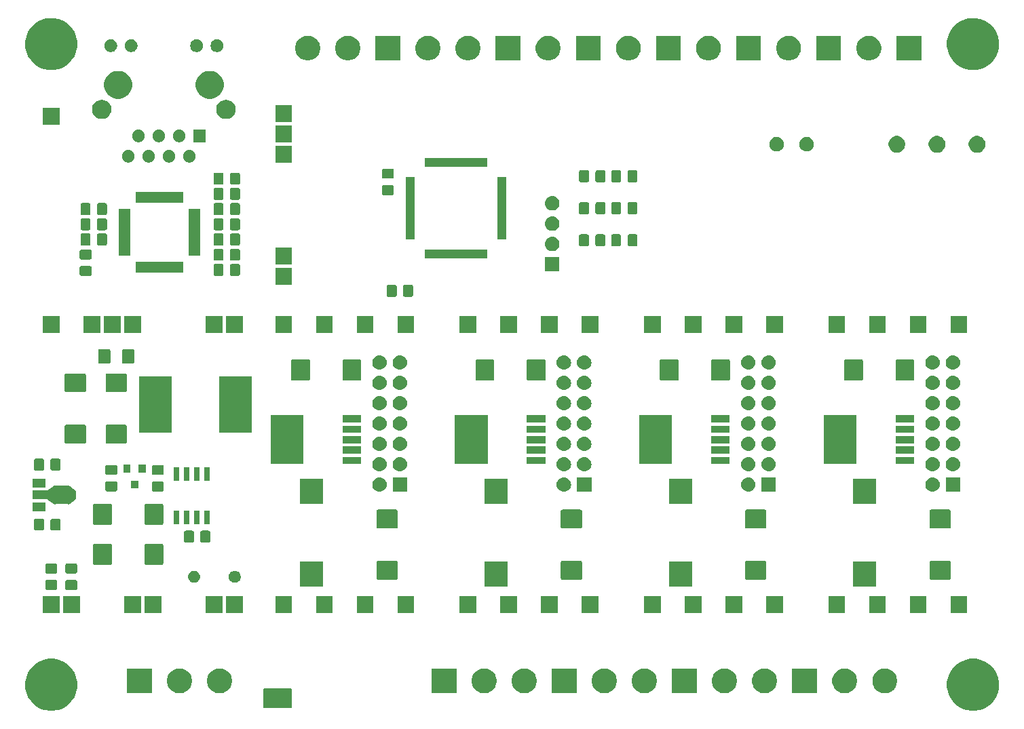
<source format=gts>
G04 #@! TF.GenerationSoftware,KiCad,Pcbnew,5.0.2-bee76a0~70~ubuntu18.04.1*
G04 #@! TF.CreationDate,2019-04-28T14:18:51+03:00*
G04 #@! TF.ProjectId,LED_controller,4c45445f-636f-46e7-9472-6f6c6c65722e,rev?*
G04 #@! TF.SameCoordinates,Original*
G04 #@! TF.FileFunction,Soldermask,Top*
G04 #@! TF.FilePolarity,Negative*
%FSLAX45Y45*%
G04 Gerber Fmt 4.5, Leading zero omitted, Abs format (unit mm)*
G04 Created by KiCad (PCBNEW 5.0.2-bee76a0~70~ubuntu18.04.1) date Вс 28 апр 2019 14:18:51*
%MOMM*%
%LPD*%
G01*
G04 APERTURE LIST*
%ADD10C,0.200000*%
G04 APERTURE END LIST*
D10*
G36*
X8000000Y-13400000D02*
X8340000Y-13400000D01*
X8340000Y-13630000D01*
X8000000Y-13630000D01*
X8000000Y-13400000D01*
G37*
X8000000Y-13400000D02*
X8340000Y-13400000D01*
X8340000Y-13630000D01*
X8000000Y-13630000D01*
X8000000Y-13400000D01*
G36*
X16944799Y-13037490D02*
X17003945Y-13061989D01*
X17057175Y-13097556D01*
X17102444Y-13142825D01*
X17138011Y-13196055D01*
X17162510Y-13255201D01*
X17162510Y-13255201D01*
X17175000Y-13317990D01*
X17175000Y-13382010D01*
X17172416Y-13395000D01*
X17162510Y-13444799D01*
X17138011Y-13503945D01*
X17102444Y-13557175D01*
X17057175Y-13602444D01*
X17003945Y-13638011D01*
X16944799Y-13662510D01*
X16913404Y-13668755D01*
X16882010Y-13675000D01*
X16817990Y-13675000D01*
X16786596Y-13668755D01*
X16755201Y-13662510D01*
X16696055Y-13638011D01*
X16642825Y-13602444D01*
X16597556Y-13557175D01*
X16561989Y-13503945D01*
X16537490Y-13444799D01*
X16527584Y-13395000D01*
X16525000Y-13382010D01*
X16525000Y-13317990D01*
X16537490Y-13255201D01*
X16537490Y-13255201D01*
X16561989Y-13196055D01*
X16597556Y-13142825D01*
X16642825Y-13097556D01*
X16696055Y-13061989D01*
X16755201Y-13037490D01*
X16817990Y-13025000D01*
X16882010Y-13025000D01*
X16944799Y-13037490D01*
X16944799Y-13037490D01*
G37*
G36*
X5444799Y-13037490D02*
X5503945Y-13061989D01*
X5557175Y-13097556D01*
X5602444Y-13142825D01*
X5638011Y-13196055D01*
X5662510Y-13255201D01*
X5662510Y-13255201D01*
X5675000Y-13317990D01*
X5675000Y-13382010D01*
X5672416Y-13395000D01*
X5662510Y-13444799D01*
X5638011Y-13503945D01*
X5602444Y-13557175D01*
X5557175Y-13602444D01*
X5503945Y-13638011D01*
X5444799Y-13662510D01*
X5413404Y-13668755D01*
X5382010Y-13675000D01*
X5317990Y-13675000D01*
X5286596Y-13668755D01*
X5255201Y-13662510D01*
X5196055Y-13638011D01*
X5142825Y-13602444D01*
X5097556Y-13557175D01*
X5061989Y-13503945D01*
X5037490Y-13444799D01*
X5027584Y-13395000D01*
X5025000Y-13382010D01*
X5025000Y-13317990D01*
X5037490Y-13255201D01*
X5037490Y-13255201D01*
X5061989Y-13196055D01*
X5097556Y-13142825D01*
X5142825Y-13097556D01*
X5196055Y-13061989D01*
X5255201Y-13037490D01*
X5317990Y-13025000D01*
X5382010Y-13025000D01*
X5444799Y-13037490D01*
X5444799Y-13037490D01*
G37*
G36*
X14295212Y-13150956D02*
X14304974Y-13155000D01*
X14323420Y-13162641D01*
X14338638Y-13172809D01*
X14348807Y-13179604D01*
X14370396Y-13201193D01*
X14370675Y-13201610D01*
X14387359Y-13226580D01*
X14394727Y-13244368D01*
X14399043Y-13254788D01*
X14405000Y-13284734D01*
X14405000Y-13315266D01*
X14399043Y-13345212D01*
X14395224Y-13354432D01*
X14387359Y-13373420D01*
X14381620Y-13382010D01*
X14370396Y-13398807D01*
X14348807Y-13420396D01*
X14338638Y-13427191D01*
X14323420Y-13437359D01*
X14305632Y-13444727D01*
X14295212Y-13449043D01*
X14265266Y-13455000D01*
X14234734Y-13455000D01*
X14204788Y-13449043D01*
X14194368Y-13444727D01*
X14176580Y-13437359D01*
X14161362Y-13427191D01*
X14151193Y-13420396D01*
X14129604Y-13398807D01*
X14118380Y-13382010D01*
X14112641Y-13373420D01*
X14104776Y-13354432D01*
X14100956Y-13345212D01*
X14095000Y-13315266D01*
X14095000Y-13284734D01*
X14100956Y-13254788D01*
X14105273Y-13244368D01*
X14112641Y-13226580D01*
X14129325Y-13201610D01*
X14129604Y-13201193D01*
X14151193Y-13179604D01*
X14161362Y-13172809D01*
X14176580Y-13162641D01*
X14195026Y-13155000D01*
X14204788Y-13150956D01*
X14234734Y-13145000D01*
X14265266Y-13145000D01*
X14295212Y-13150956D01*
X14295212Y-13150956D01*
G37*
G36*
X10405000Y-13455000D02*
X10095000Y-13455000D01*
X10095000Y-13145000D01*
X10405000Y-13145000D01*
X10405000Y-13455000D01*
X10405000Y-13455000D01*
G37*
G36*
X6605000Y-13455000D02*
X6295000Y-13455000D01*
X6295000Y-13145000D01*
X6605000Y-13145000D01*
X6605000Y-13455000D01*
X6605000Y-13455000D01*
G37*
G36*
X6995212Y-13150956D02*
X7004974Y-13155000D01*
X7023420Y-13162641D01*
X7038638Y-13172809D01*
X7048807Y-13179604D01*
X7070396Y-13201193D01*
X7070675Y-13201610D01*
X7087359Y-13226580D01*
X7094727Y-13244368D01*
X7099043Y-13254788D01*
X7105000Y-13284734D01*
X7105000Y-13315266D01*
X7099043Y-13345212D01*
X7095224Y-13354432D01*
X7087359Y-13373420D01*
X7081620Y-13382010D01*
X7070396Y-13398807D01*
X7048807Y-13420396D01*
X7038638Y-13427191D01*
X7023420Y-13437359D01*
X7005632Y-13444727D01*
X6995212Y-13449043D01*
X6965266Y-13455000D01*
X6934734Y-13455000D01*
X6904788Y-13449043D01*
X6894368Y-13444727D01*
X6876580Y-13437359D01*
X6861362Y-13427191D01*
X6851193Y-13420396D01*
X6829604Y-13398807D01*
X6818380Y-13382010D01*
X6812641Y-13373420D01*
X6804776Y-13354432D01*
X6800956Y-13345212D01*
X6795000Y-13315266D01*
X6795000Y-13284734D01*
X6800956Y-13254788D01*
X6805273Y-13244368D01*
X6812641Y-13226580D01*
X6829325Y-13201610D01*
X6829604Y-13201193D01*
X6851193Y-13179604D01*
X6861362Y-13172809D01*
X6876580Y-13162641D01*
X6895026Y-13155000D01*
X6904788Y-13150956D01*
X6934734Y-13145000D01*
X6965266Y-13145000D01*
X6995212Y-13150956D01*
X6995212Y-13150956D01*
G37*
G36*
X7495212Y-13150956D02*
X7504974Y-13155000D01*
X7523420Y-13162641D01*
X7538638Y-13172809D01*
X7548807Y-13179604D01*
X7570396Y-13201193D01*
X7570675Y-13201610D01*
X7587359Y-13226580D01*
X7594727Y-13244368D01*
X7599043Y-13254788D01*
X7605000Y-13284734D01*
X7605000Y-13315266D01*
X7599043Y-13345212D01*
X7595224Y-13354432D01*
X7587359Y-13373420D01*
X7581620Y-13382010D01*
X7570396Y-13398807D01*
X7548807Y-13420396D01*
X7538638Y-13427191D01*
X7523420Y-13437359D01*
X7505632Y-13444727D01*
X7495212Y-13449043D01*
X7465266Y-13455000D01*
X7434734Y-13455000D01*
X7404788Y-13449043D01*
X7394368Y-13444727D01*
X7376580Y-13437359D01*
X7361362Y-13427191D01*
X7351193Y-13420396D01*
X7329604Y-13398807D01*
X7318380Y-13382010D01*
X7312641Y-13373420D01*
X7304776Y-13354432D01*
X7300956Y-13345212D01*
X7295000Y-13315266D01*
X7295000Y-13284734D01*
X7300956Y-13254788D01*
X7305273Y-13244368D01*
X7312641Y-13226580D01*
X7329325Y-13201610D01*
X7329604Y-13201193D01*
X7351193Y-13179604D01*
X7361362Y-13172809D01*
X7376580Y-13162641D01*
X7395026Y-13155000D01*
X7404788Y-13150956D01*
X7434734Y-13145000D01*
X7465266Y-13145000D01*
X7495212Y-13150956D01*
X7495212Y-13150956D01*
G37*
G36*
X10795212Y-13150956D02*
X10804974Y-13155000D01*
X10823420Y-13162641D01*
X10838638Y-13172809D01*
X10848807Y-13179604D01*
X10870396Y-13201193D01*
X10870675Y-13201610D01*
X10887359Y-13226580D01*
X10894727Y-13244368D01*
X10899044Y-13254788D01*
X10905000Y-13284734D01*
X10905000Y-13315266D01*
X10899044Y-13345212D01*
X10895224Y-13354432D01*
X10887359Y-13373420D01*
X10881620Y-13382010D01*
X10870396Y-13398807D01*
X10848807Y-13420396D01*
X10838638Y-13427191D01*
X10823420Y-13437359D01*
X10805632Y-13444727D01*
X10795212Y-13449043D01*
X10765266Y-13455000D01*
X10734734Y-13455000D01*
X10704788Y-13449043D01*
X10694368Y-13444727D01*
X10676580Y-13437359D01*
X10661362Y-13427191D01*
X10651193Y-13420396D01*
X10629604Y-13398807D01*
X10618380Y-13382010D01*
X10612641Y-13373420D01*
X10604776Y-13354432D01*
X10600957Y-13345212D01*
X10595000Y-13315266D01*
X10595000Y-13284734D01*
X10600957Y-13254788D01*
X10605273Y-13244368D01*
X10612641Y-13226580D01*
X10629325Y-13201610D01*
X10629604Y-13201193D01*
X10651193Y-13179604D01*
X10661362Y-13172809D01*
X10676580Y-13162641D01*
X10695026Y-13155000D01*
X10704788Y-13150956D01*
X10734734Y-13145000D01*
X10765266Y-13145000D01*
X10795212Y-13150956D01*
X10795212Y-13150956D01*
G37*
G36*
X11295212Y-13150956D02*
X11304974Y-13155000D01*
X11323420Y-13162641D01*
X11338638Y-13172809D01*
X11348807Y-13179604D01*
X11370396Y-13201193D01*
X11370675Y-13201610D01*
X11387359Y-13226580D01*
X11394727Y-13244368D01*
X11399043Y-13254788D01*
X11405000Y-13284734D01*
X11405000Y-13315266D01*
X11399043Y-13345212D01*
X11395224Y-13354432D01*
X11387359Y-13373420D01*
X11381620Y-13382010D01*
X11370396Y-13398807D01*
X11348807Y-13420396D01*
X11338638Y-13427191D01*
X11323420Y-13437359D01*
X11305632Y-13444727D01*
X11295212Y-13449043D01*
X11265266Y-13455000D01*
X11234734Y-13455000D01*
X11204788Y-13449043D01*
X11194368Y-13444727D01*
X11176580Y-13437359D01*
X11161362Y-13427191D01*
X11151193Y-13420396D01*
X11129604Y-13398807D01*
X11118380Y-13382010D01*
X11112641Y-13373420D01*
X11104776Y-13354432D01*
X11100957Y-13345212D01*
X11095000Y-13315266D01*
X11095000Y-13284734D01*
X11100957Y-13254788D01*
X11105273Y-13244368D01*
X11112641Y-13226580D01*
X11129325Y-13201610D01*
X11129604Y-13201193D01*
X11151193Y-13179604D01*
X11161362Y-13172809D01*
X11176580Y-13162641D01*
X11195026Y-13155000D01*
X11204788Y-13150956D01*
X11234734Y-13145000D01*
X11265266Y-13145000D01*
X11295212Y-13150956D01*
X11295212Y-13150956D01*
G37*
G36*
X11905000Y-13455000D02*
X11595000Y-13455000D01*
X11595000Y-13145000D01*
X11905000Y-13145000D01*
X11905000Y-13455000D01*
X11905000Y-13455000D01*
G37*
G36*
X12795212Y-13150956D02*
X12804974Y-13155000D01*
X12823420Y-13162641D01*
X12838638Y-13172809D01*
X12848807Y-13179604D01*
X12870396Y-13201193D01*
X12870675Y-13201610D01*
X12887359Y-13226580D01*
X12894727Y-13244368D01*
X12899043Y-13254788D01*
X12905000Y-13284734D01*
X12905000Y-13315266D01*
X12899043Y-13345212D01*
X12895224Y-13354432D01*
X12887359Y-13373420D01*
X12881620Y-13382010D01*
X12870396Y-13398807D01*
X12848807Y-13420396D01*
X12838638Y-13427191D01*
X12823420Y-13437359D01*
X12805632Y-13444727D01*
X12795212Y-13449043D01*
X12765266Y-13455000D01*
X12734734Y-13455000D01*
X12704788Y-13449043D01*
X12694368Y-13444727D01*
X12676580Y-13437359D01*
X12661362Y-13427191D01*
X12651193Y-13420396D01*
X12629604Y-13398807D01*
X12618380Y-13382010D01*
X12612641Y-13373420D01*
X12604776Y-13354432D01*
X12600956Y-13345212D01*
X12595000Y-13315266D01*
X12595000Y-13284734D01*
X12600956Y-13254788D01*
X12605273Y-13244368D01*
X12612641Y-13226580D01*
X12629325Y-13201610D01*
X12629604Y-13201193D01*
X12651193Y-13179604D01*
X12661362Y-13172809D01*
X12676580Y-13162641D01*
X12695026Y-13155000D01*
X12704788Y-13150956D01*
X12734734Y-13145000D01*
X12765266Y-13145000D01*
X12795212Y-13150956D01*
X12795212Y-13150956D01*
G37*
G36*
X14905000Y-13455000D02*
X14595000Y-13455000D01*
X14595000Y-13145000D01*
X14905000Y-13145000D01*
X14905000Y-13455000D01*
X14905000Y-13455000D01*
G37*
G36*
X15295212Y-13150956D02*
X15304974Y-13155000D01*
X15323420Y-13162641D01*
X15338638Y-13172809D01*
X15348807Y-13179604D01*
X15370396Y-13201193D01*
X15370675Y-13201610D01*
X15387359Y-13226580D01*
X15394727Y-13244368D01*
X15399043Y-13254788D01*
X15405000Y-13284734D01*
X15405000Y-13315266D01*
X15399043Y-13345212D01*
X15395224Y-13354432D01*
X15387359Y-13373420D01*
X15381620Y-13382010D01*
X15370396Y-13398807D01*
X15348807Y-13420396D01*
X15338638Y-13427191D01*
X15323420Y-13437359D01*
X15305632Y-13444727D01*
X15295212Y-13449043D01*
X15265266Y-13455000D01*
X15234734Y-13455000D01*
X15204788Y-13449043D01*
X15194368Y-13444727D01*
X15176580Y-13437359D01*
X15161362Y-13427191D01*
X15151193Y-13420396D01*
X15129604Y-13398807D01*
X15118380Y-13382010D01*
X15112641Y-13373420D01*
X15104776Y-13354432D01*
X15100956Y-13345212D01*
X15095000Y-13315266D01*
X15095000Y-13284734D01*
X15100956Y-13254788D01*
X15105273Y-13244368D01*
X15112641Y-13226580D01*
X15129325Y-13201610D01*
X15129604Y-13201193D01*
X15151193Y-13179604D01*
X15161362Y-13172809D01*
X15176580Y-13162641D01*
X15195026Y-13155000D01*
X15204788Y-13150956D01*
X15234734Y-13145000D01*
X15265266Y-13145000D01*
X15295212Y-13150956D01*
X15295212Y-13150956D01*
G37*
G36*
X15795212Y-13150956D02*
X15804974Y-13155000D01*
X15823420Y-13162641D01*
X15838638Y-13172809D01*
X15848807Y-13179604D01*
X15870396Y-13201193D01*
X15870675Y-13201610D01*
X15887359Y-13226580D01*
X15894727Y-13244368D01*
X15899043Y-13254788D01*
X15905000Y-13284734D01*
X15905000Y-13315266D01*
X15899043Y-13345212D01*
X15895224Y-13354432D01*
X15887359Y-13373420D01*
X15881620Y-13382010D01*
X15870396Y-13398807D01*
X15848807Y-13420396D01*
X15838638Y-13427191D01*
X15823420Y-13437359D01*
X15805632Y-13444727D01*
X15795212Y-13449043D01*
X15765266Y-13455000D01*
X15734734Y-13455000D01*
X15704788Y-13449043D01*
X15694368Y-13444727D01*
X15676580Y-13437359D01*
X15661362Y-13427191D01*
X15651193Y-13420396D01*
X15629604Y-13398807D01*
X15618380Y-13382010D01*
X15612641Y-13373420D01*
X15604776Y-13354432D01*
X15600956Y-13345212D01*
X15595000Y-13315266D01*
X15595000Y-13284734D01*
X15600956Y-13254788D01*
X15605273Y-13244368D01*
X15612641Y-13226580D01*
X15629325Y-13201610D01*
X15629604Y-13201193D01*
X15651193Y-13179604D01*
X15661362Y-13172809D01*
X15676580Y-13162641D01*
X15695026Y-13155000D01*
X15704788Y-13150956D01*
X15734734Y-13145000D01*
X15765266Y-13145000D01*
X15795212Y-13150956D01*
X15795212Y-13150956D01*
G37*
G36*
X13405000Y-13455000D02*
X13095000Y-13455000D01*
X13095000Y-13145000D01*
X13405000Y-13145000D01*
X13405000Y-13455000D01*
X13405000Y-13455000D01*
G37*
G36*
X13795212Y-13150956D02*
X13804974Y-13155000D01*
X13823420Y-13162641D01*
X13838638Y-13172809D01*
X13848807Y-13179604D01*
X13870396Y-13201193D01*
X13870675Y-13201610D01*
X13887359Y-13226580D01*
X13894727Y-13244368D01*
X13899043Y-13254788D01*
X13905000Y-13284734D01*
X13905000Y-13315266D01*
X13899043Y-13345212D01*
X13895224Y-13354432D01*
X13887359Y-13373420D01*
X13881620Y-13382010D01*
X13870396Y-13398807D01*
X13848807Y-13420396D01*
X13838638Y-13427191D01*
X13823420Y-13437359D01*
X13805632Y-13444727D01*
X13795212Y-13449043D01*
X13765266Y-13455000D01*
X13734734Y-13455000D01*
X13704788Y-13449043D01*
X13694368Y-13444727D01*
X13676580Y-13437359D01*
X13661362Y-13427191D01*
X13651193Y-13420396D01*
X13629604Y-13398807D01*
X13618380Y-13382010D01*
X13612641Y-13373420D01*
X13604776Y-13354432D01*
X13600956Y-13345212D01*
X13595000Y-13315266D01*
X13595000Y-13284734D01*
X13600956Y-13254788D01*
X13605273Y-13244368D01*
X13612641Y-13226580D01*
X13629325Y-13201610D01*
X13629604Y-13201193D01*
X13651193Y-13179604D01*
X13661362Y-13172809D01*
X13676580Y-13162641D01*
X13695026Y-13155000D01*
X13704788Y-13150956D01*
X13734734Y-13145000D01*
X13765266Y-13145000D01*
X13795212Y-13150956D01*
X13795212Y-13150956D01*
G37*
G36*
X12295212Y-13150956D02*
X12304974Y-13155000D01*
X12323420Y-13162641D01*
X12338638Y-13172809D01*
X12348807Y-13179604D01*
X12370396Y-13201193D01*
X12370675Y-13201610D01*
X12387359Y-13226580D01*
X12394727Y-13244368D01*
X12399043Y-13254788D01*
X12405000Y-13284734D01*
X12405000Y-13315266D01*
X12399043Y-13345212D01*
X12395224Y-13354432D01*
X12387359Y-13373420D01*
X12381620Y-13382010D01*
X12370396Y-13398807D01*
X12348807Y-13420396D01*
X12338638Y-13427191D01*
X12323420Y-13437359D01*
X12305632Y-13444727D01*
X12295212Y-13449043D01*
X12265266Y-13455000D01*
X12234734Y-13455000D01*
X12204788Y-13449043D01*
X12194368Y-13444727D01*
X12176580Y-13437359D01*
X12161362Y-13427191D01*
X12151193Y-13420396D01*
X12129604Y-13398807D01*
X12118380Y-13382010D01*
X12112641Y-13373420D01*
X12104776Y-13354432D01*
X12100956Y-13345212D01*
X12095000Y-13315266D01*
X12095000Y-13284734D01*
X12100956Y-13254788D01*
X12105273Y-13244368D01*
X12112641Y-13226580D01*
X12129325Y-13201610D01*
X12129604Y-13201193D01*
X12151193Y-13179604D01*
X12161362Y-13172809D01*
X12176580Y-13162641D01*
X12195026Y-13155000D01*
X12204788Y-13150956D01*
X12234734Y-13145000D01*
X12265266Y-13145000D01*
X12295212Y-13150956D01*
X12295212Y-13150956D01*
G37*
G36*
X10655000Y-12455000D02*
X10445000Y-12455000D01*
X10445000Y-12245000D01*
X10655000Y-12245000D01*
X10655000Y-12455000D01*
X10655000Y-12455000D01*
G37*
G36*
X9371000Y-12455000D02*
X9161000Y-12455000D01*
X9161000Y-12245000D01*
X9371000Y-12245000D01*
X9371000Y-12455000D01*
X9371000Y-12455000D01*
G37*
G36*
X8863000Y-12455000D02*
X8653000Y-12455000D01*
X8653000Y-12245000D01*
X8863000Y-12245000D01*
X8863000Y-12455000D01*
X8863000Y-12455000D01*
G37*
G36*
X8355000Y-12455000D02*
X8145000Y-12455000D01*
X8145000Y-12245000D01*
X8355000Y-12245000D01*
X8355000Y-12455000D01*
X8355000Y-12455000D01*
G37*
G36*
X9879000Y-12455000D02*
X9669000Y-12455000D01*
X9669000Y-12245000D01*
X9879000Y-12245000D01*
X9879000Y-12455000D01*
X9879000Y-12455000D01*
G37*
G36*
X6725000Y-12455000D02*
X6515000Y-12455000D01*
X6515000Y-12245000D01*
X6725000Y-12245000D01*
X6725000Y-12455000D01*
X6725000Y-12455000D01*
G37*
G36*
X7487000Y-12455000D02*
X7277000Y-12455000D01*
X7277000Y-12245000D01*
X7487000Y-12245000D01*
X7487000Y-12455000D01*
X7487000Y-12455000D01*
G37*
G36*
X7741000Y-12455000D02*
X7531000Y-12455000D01*
X7531000Y-12245000D01*
X7741000Y-12245000D01*
X7741000Y-12455000D01*
X7741000Y-12455000D01*
G37*
G36*
X5455000Y-12455000D02*
X5245000Y-12455000D01*
X5245000Y-12245000D01*
X5455000Y-12245000D01*
X5455000Y-12455000D01*
X5455000Y-12455000D01*
G37*
G36*
X6471000Y-12455000D02*
X6261000Y-12455000D01*
X6261000Y-12245000D01*
X6471000Y-12245000D01*
X6471000Y-12455000D01*
X6471000Y-12455000D01*
G37*
G36*
X5709000Y-12455000D02*
X5499000Y-12455000D01*
X5499000Y-12245000D01*
X5709000Y-12245000D01*
X5709000Y-12455000D01*
X5709000Y-12455000D01*
G37*
G36*
X12179000Y-12455000D02*
X11969000Y-12455000D01*
X11969000Y-12245000D01*
X12179000Y-12245000D01*
X12179000Y-12455000D01*
X12179000Y-12455000D01*
G37*
G36*
X11671000Y-12455000D02*
X11461000Y-12455000D01*
X11461000Y-12245000D01*
X11671000Y-12245000D01*
X11671000Y-12455000D01*
X11671000Y-12455000D01*
G37*
G36*
X11163000Y-12455000D02*
X10953000Y-12455000D01*
X10953000Y-12245000D01*
X11163000Y-12245000D01*
X11163000Y-12455000D01*
X11163000Y-12455000D01*
G37*
G36*
X15763000Y-12455000D02*
X15553000Y-12455000D01*
X15553000Y-12245000D01*
X15763000Y-12245000D01*
X15763000Y-12455000D01*
X15763000Y-12455000D01*
G37*
G36*
X16271000Y-12455000D02*
X16061000Y-12455000D01*
X16061000Y-12245000D01*
X16271000Y-12245000D01*
X16271000Y-12455000D01*
X16271000Y-12455000D01*
G37*
G36*
X16779000Y-12455000D02*
X16569000Y-12455000D01*
X16569000Y-12245000D01*
X16779000Y-12245000D01*
X16779000Y-12455000D01*
X16779000Y-12455000D01*
G37*
G36*
X15255000Y-12455000D02*
X15045000Y-12455000D01*
X15045000Y-12245000D01*
X15255000Y-12245000D01*
X15255000Y-12455000D01*
X15255000Y-12455000D01*
G37*
G36*
X14479000Y-12455000D02*
X14269000Y-12455000D01*
X14269000Y-12245000D01*
X14479000Y-12245000D01*
X14479000Y-12455000D01*
X14479000Y-12455000D01*
G37*
G36*
X13971000Y-12455000D02*
X13761000Y-12455000D01*
X13761000Y-12245000D01*
X13971000Y-12245000D01*
X13971000Y-12455000D01*
X13971000Y-12455000D01*
G37*
G36*
X12955000Y-12455000D02*
X12745000Y-12455000D01*
X12745000Y-12245000D01*
X12955000Y-12245000D01*
X12955000Y-12455000D01*
X12955000Y-12455000D01*
G37*
G36*
X13463000Y-12455000D02*
X13253000Y-12455000D01*
X13253000Y-12245000D01*
X13463000Y-12245000D01*
X13463000Y-12455000D01*
X13463000Y-12455000D01*
G37*
G36*
X5406532Y-12040476D02*
X5410828Y-12041779D01*
X5414787Y-12043895D01*
X5418257Y-12046743D01*
X5421105Y-12050213D01*
X5423221Y-12054172D01*
X5424524Y-12058468D01*
X5425000Y-12063303D01*
X5425000Y-12141697D01*
X5424524Y-12146532D01*
X5423221Y-12150828D01*
X5421105Y-12154787D01*
X5418257Y-12158257D01*
X5414787Y-12161105D01*
X5410828Y-12163221D01*
X5406532Y-12164524D01*
X5401697Y-12165000D01*
X5298303Y-12165000D01*
X5293468Y-12164524D01*
X5289172Y-12163221D01*
X5285213Y-12161105D01*
X5281743Y-12158257D01*
X5278895Y-12154787D01*
X5276779Y-12150828D01*
X5275476Y-12146532D01*
X5275000Y-12141697D01*
X5275000Y-12063303D01*
X5275476Y-12058468D01*
X5276779Y-12054172D01*
X5278895Y-12050213D01*
X5281743Y-12046743D01*
X5285213Y-12043895D01*
X5289172Y-12041779D01*
X5293468Y-12040476D01*
X5298303Y-12040000D01*
X5401697Y-12040000D01*
X5406532Y-12040476D01*
X5406532Y-12040476D01*
G37*
G36*
X5656532Y-12040476D02*
X5660828Y-12041779D01*
X5664787Y-12043895D01*
X5668257Y-12046743D01*
X5671105Y-12050213D01*
X5673221Y-12054172D01*
X5674524Y-12058468D01*
X5675000Y-12063303D01*
X5675000Y-12141697D01*
X5674524Y-12146532D01*
X5673221Y-12150828D01*
X5671105Y-12154787D01*
X5668257Y-12158257D01*
X5664787Y-12161105D01*
X5660828Y-12163221D01*
X5656532Y-12164524D01*
X5651697Y-12165000D01*
X5548303Y-12165000D01*
X5543468Y-12164524D01*
X5539172Y-12163221D01*
X5535213Y-12161105D01*
X5531743Y-12158257D01*
X5528895Y-12154787D01*
X5526779Y-12150828D01*
X5525476Y-12146532D01*
X5525000Y-12141697D01*
X5525000Y-12063303D01*
X5525476Y-12058468D01*
X5526779Y-12054172D01*
X5528895Y-12050213D01*
X5531743Y-12046743D01*
X5535213Y-12043895D01*
X5539172Y-12041779D01*
X5543468Y-12040476D01*
X5548303Y-12040000D01*
X5651697Y-12040000D01*
X5656532Y-12040476D01*
X5656532Y-12040476D01*
G37*
G36*
X11045000Y-12120000D02*
X10755000Y-12120000D01*
X10755000Y-11810000D01*
X11045000Y-11810000D01*
X11045000Y-12120000D01*
X11045000Y-12120000D01*
G37*
G36*
X8745000Y-12120000D02*
X8455000Y-12120000D01*
X8455000Y-11810000D01*
X8745000Y-11810000D01*
X8745000Y-12120000D01*
X8745000Y-12120000D01*
G37*
G36*
X15645000Y-12120000D02*
X15355000Y-12120000D01*
X15355000Y-11810000D01*
X15645000Y-11810000D01*
X15645000Y-12120000D01*
X15645000Y-12120000D01*
G37*
G36*
X13345000Y-12120000D02*
X13055000Y-12120000D01*
X13055000Y-11810000D01*
X13345000Y-11810000D01*
X13345000Y-12120000D01*
X13345000Y-12120000D01*
G37*
G36*
X7146703Y-11926085D02*
X7152626Y-11927882D01*
X7160840Y-11930374D01*
X7172379Y-11936542D01*
X7173869Y-11937338D01*
X7185289Y-11946710D01*
X7194662Y-11958131D01*
X7195382Y-11959478D01*
X7201626Y-11971160D01*
X7201626Y-11971160D01*
X7205915Y-11985297D01*
X7207363Y-12000000D01*
X7205915Y-12014703D01*
X7203738Y-12021877D01*
X7201626Y-12028840D01*
X7197840Y-12035923D01*
X7194662Y-12041869D01*
X7185289Y-12053289D01*
X7173869Y-12062662D01*
X7173869Y-12062662D01*
X7160840Y-12069626D01*
X7156128Y-12071056D01*
X7146703Y-12073915D01*
X7135683Y-12075000D01*
X7128316Y-12075000D01*
X7117297Y-12073915D01*
X7107872Y-12071056D01*
X7103160Y-12069626D01*
X7090131Y-12062662D01*
X7090131Y-12062662D01*
X7078710Y-12053289D01*
X7069338Y-12041869D01*
X7066160Y-12035923D01*
X7062374Y-12028840D01*
X7060262Y-12021877D01*
X7058085Y-12014703D01*
X7056637Y-12000000D01*
X7058085Y-11985297D01*
X7062374Y-11971160D01*
X7062374Y-11971160D01*
X7068618Y-11959478D01*
X7069338Y-11958131D01*
X7078710Y-11946710D01*
X7090131Y-11937338D01*
X7091621Y-11936542D01*
X7103160Y-11930374D01*
X7111374Y-11927882D01*
X7117297Y-11926085D01*
X7128316Y-11925000D01*
X7135683Y-11925000D01*
X7146703Y-11926085D01*
X7146703Y-11926085D01*
G37*
G36*
X7657047Y-11926921D02*
X7661877Y-11927882D01*
X7675526Y-11933536D01*
X7687810Y-11941744D01*
X7698256Y-11952190D01*
X7706464Y-11964474D01*
X7712118Y-11978123D01*
X7712118Y-11978123D01*
X7715000Y-11992613D01*
X7715000Y-12007387D01*
X7713545Y-12014703D01*
X7712118Y-12021877D01*
X7706464Y-12035526D01*
X7698256Y-12047810D01*
X7687810Y-12058256D01*
X7675526Y-12066464D01*
X7661877Y-12072118D01*
X7657047Y-12073078D01*
X7647387Y-12075000D01*
X7632613Y-12075000D01*
X7622953Y-12073078D01*
X7618123Y-12072118D01*
X7604474Y-12066464D01*
X7592190Y-12058256D01*
X7581744Y-12047810D01*
X7573536Y-12035526D01*
X7567882Y-12021877D01*
X7566455Y-12014703D01*
X7565000Y-12007387D01*
X7565000Y-11992613D01*
X7567882Y-11978123D01*
X7567882Y-11978123D01*
X7573536Y-11964474D01*
X7581744Y-11952190D01*
X7592190Y-11941744D01*
X7604474Y-11933536D01*
X7618123Y-11927882D01*
X7622953Y-11926921D01*
X7632613Y-11925000D01*
X7647387Y-11925000D01*
X7657047Y-11926921D01*
X7657047Y-11926921D01*
G37*
G36*
X11956171Y-11802925D02*
X11959968Y-11804077D01*
X11963467Y-11805947D01*
X11966535Y-11808465D01*
X11969053Y-11811532D01*
X11970923Y-11815032D01*
X11972075Y-11818829D01*
X11972500Y-11823146D01*
X11972500Y-12016854D01*
X11972075Y-12021171D01*
X11970923Y-12024968D01*
X11969053Y-12028467D01*
X11966535Y-12031535D01*
X11963467Y-12034053D01*
X11959968Y-12035923D01*
X11956171Y-12037075D01*
X11951854Y-12037500D01*
X11728146Y-12037500D01*
X11723829Y-12037075D01*
X11720032Y-12035923D01*
X11716532Y-12034053D01*
X11713465Y-12031535D01*
X11710947Y-12028467D01*
X11709077Y-12024968D01*
X11707925Y-12021171D01*
X11707500Y-12016854D01*
X11707500Y-11823146D01*
X11707925Y-11818829D01*
X11709077Y-11815032D01*
X11710947Y-11811532D01*
X11713465Y-11808465D01*
X11716532Y-11805947D01*
X11720032Y-11804077D01*
X11723829Y-11802925D01*
X11728146Y-11802500D01*
X11951854Y-11802500D01*
X11956171Y-11802925D01*
X11956171Y-11802925D01*
G37*
G36*
X14256171Y-11802925D02*
X14259968Y-11804077D01*
X14263467Y-11805947D01*
X14266535Y-11808465D01*
X14269053Y-11811532D01*
X14270923Y-11815032D01*
X14272075Y-11818829D01*
X14272500Y-11823146D01*
X14272500Y-12016854D01*
X14272075Y-12021171D01*
X14270923Y-12024968D01*
X14269053Y-12028467D01*
X14266535Y-12031535D01*
X14263467Y-12034053D01*
X14259968Y-12035923D01*
X14256171Y-12037075D01*
X14251854Y-12037500D01*
X14028146Y-12037500D01*
X14023829Y-12037075D01*
X14020032Y-12035923D01*
X14016532Y-12034053D01*
X14013465Y-12031535D01*
X14010947Y-12028467D01*
X14009077Y-12024968D01*
X14007925Y-12021171D01*
X14007500Y-12016854D01*
X14007500Y-11823146D01*
X14007925Y-11818829D01*
X14009077Y-11815032D01*
X14010947Y-11811532D01*
X14013465Y-11808465D01*
X14016532Y-11805947D01*
X14020032Y-11804077D01*
X14023829Y-11802925D01*
X14028146Y-11802500D01*
X14251854Y-11802500D01*
X14256171Y-11802925D01*
X14256171Y-11802925D01*
G37*
G36*
X16556171Y-11802925D02*
X16559968Y-11804077D01*
X16563467Y-11805947D01*
X16566535Y-11808465D01*
X16569053Y-11811532D01*
X16570923Y-11815032D01*
X16572075Y-11818829D01*
X16572500Y-11823146D01*
X16572500Y-12016854D01*
X16572075Y-12021171D01*
X16570923Y-12024968D01*
X16569053Y-12028467D01*
X16566535Y-12031535D01*
X16563467Y-12034053D01*
X16559968Y-12035923D01*
X16556171Y-12037075D01*
X16551854Y-12037500D01*
X16328146Y-12037500D01*
X16323829Y-12037075D01*
X16320032Y-12035923D01*
X16316532Y-12034053D01*
X16313465Y-12031535D01*
X16310947Y-12028467D01*
X16309077Y-12024968D01*
X16307925Y-12021171D01*
X16307500Y-12016854D01*
X16307500Y-11823146D01*
X16307925Y-11818829D01*
X16309077Y-11815032D01*
X16310947Y-11811532D01*
X16313465Y-11808465D01*
X16316532Y-11805947D01*
X16320032Y-11804077D01*
X16323829Y-11802925D01*
X16328146Y-11802500D01*
X16551854Y-11802500D01*
X16556171Y-11802925D01*
X16556171Y-11802925D01*
G37*
G36*
X9656171Y-11802925D02*
X9659968Y-11804077D01*
X9663468Y-11805947D01*
X9666535Y-11808465D01*
X9669053Y-11811532D01*
X9670923Y-11815032D01*
X9672075Y-11818829D01*
X9672500Y-11823146D01*
X9672500Y-12016854D01*
X9672075Y-12021171D01*
X9670923Y-12024968D01*
X9669053Y-12028467D01*
X9666535Y-12031535D01*
X9663468Y-12034053D01*
X9659968Y-12035923D01*
X9656171Y-12037075D01*
X9651854Y-12037500D01*
X9428146Y-12037500D01*
X9423829Y-12037075D01*
X9420032Y-12035923D01*
X9416533Y-12034053D01*
X9413465Y-12031535D01*
X9410947Y-12028467D01*
X9409077Y-12024968D01*
X9407925Y-12021171D01*
X9407500Y-12016854D01*
X9407500Y-11823146D01*
X9407925Y-11818829D01*
X9409077Y-11815032D01*
X9410947Y-11811532D01*
X9413465Y-11808465D01*
X9416533Y-11805947D01*
X9420032Y-11804077D01*
X9423829Y-11802925D01*
X9428146Y-11802500D01*
X9651854Y-11802500D01*
X9656171Y-11802925D01*
X9656171Y-11802925D01*
G37*
G36*
X5406532Y-11835476D02*
X5410828Y-11836779D01*
X5414787Y-11838895D01*
X5418257Y-11841743D01*
X5421105Y-11845213D01*
X5423221Y-11849172D01*
X5424524Y-11853468D01*
X5425000Y-11858303D01*
X5425000Y-11936697D01*
X5424524Y-11941532D01*
X5423221Y-11945828D01*
X5421105Y-11949787D01*
X5418257Y-11953257D01*
X5414787Y-11956105D01*
X5410828Y-11958221D01*
X5406532Y-11959524D01*
X5401697Y-11960000D01*
X5298303Y-11960000D01*
X5293468Y-11959524D01*
X5289172Y-11958221D01*
X5285213Y-11956105D01*
X5281743Y-11953257D01*
X5278895Y-11949787D01*
X5276779Y-11945828D01*
X5275476Y-11941532D01*
X5275000Y-11936697D01*
X5275000Y-11858303D01*
X5275476Y-11853468D01*
X5276779Y-11849172D01*
X5278895Y-11845213D01*
X5281743Y-11841743D01*
X5285213Y-11838895D01*
X5289172Y-11836779D01*
X5293468Y-11835476D01*
X5298303Y-11835000D01*
X5401697Y-11835000D01*
X5406532Y-11835476D01*
X5406532Y-11835476D01*
G37*
G36*
X5656532Y-11835476D02*
X5660828Y-11836779D01*
X5664787Y-11838895D01*
X5668257Y-11841743D01*
X5671105Y-11845213D01*
X5673221Y-11849172D01*
X5674524Y-11853468D01*
X5675000Y-11858303D01*
X5675000Y-11936697D01*
X5674524Y-11941532D01*
X5673221Y-11945828D01*
X5671105Y-11949787D01*
X5668257Y-11953257D01*
X5664787Y-11956105D01*
X5660828Y-11958221D01*
X5656532Y-11959524D01*
X5651697Y-11960000D01*
X5548303Y-11960000D01*
X5543468Y-11959524D01*
X5539172Y-11958221D01*
X5535213Y-11956105D01*
X5531743Y-11953257D01*
X5528895Y-11949787D01*
X5526779Y-11945828D01*
X5525476Y-11941532D01*
X5525000Y-11936697D01*
X5525000Y-11858303D01*
X5525476Y-11853468D01*
X5526779Y-11849172D01*
X5528895Y-11845213D01*
X5531743Y-11841743D01*
X5535213Y-11838895D01*
X5539172Y-11836779D01*
X5543468Y-11835476D01*
X5548303Y-11835000D01*
X5651697Y-11835000D01*
X5656532Y-11835476D01*
X5656532Y-11835476D01*
G37*
G36*
X6731171Y-11587925D02*
X6734968Y-11589077D01*
X6738467Y-11590947D01*
X6741535Y-11593465D01*
X6744053Y-11596532D01*
X6745923Y-11600032D01*
X6747075Y-11603829D01*
X6747500Y-11608146D01*
X6747500Y-11831854D01*
X6747075Y-11836171D01*
X6745923Y-11839968D01*
X6744053Y-11843467D01*
X6741535Y-11846535D01*
X6738467Y-11849053D01*
X6734968Y-11850923D01*
X6731171Y-11852075D01*
X6726854Y-11852500D01*
X6533146Y-11852500D01*
X6528829Y-11852075D01*
X6525032Y-11850923D01*
X6521532Y-11849053D01*
X6518465Y-11846535D01*
X6515947Y-11843467D01*
X6514077Y-11839968D01*
X6512925Y-11836171D01*
X6512500Y-11831854D01*
X6512500Y-11608146D01*
X6512925Y-11603829D01*
X6514077Y-11600032D01*
X6515947Y-11596532D01*
X6518465Y-11593465D01*
X6521532Y-11590947D01*
X6525032Y-11589077D01*
X6528829Y-11587925D01*
X6533146Y-11587500D01*
X6726854Y-11587500D01*
X6731171Y-11587925D01*
X6731171Y-11587925D01*
G37*
G36*
X6091171Y-11587925D02*
X6094968Y-11589077D01*
X6098467Y-11590947D01*
X6101535Y-11593465D01*
X6104053Y-11596532D01*
X6105923Y-11600032D01*
X6107075Y-11603829D01*
X6107500Y-11608146D01*
X6107500Y-11831854D01*
X6107075Y-11836171D01*
X6105923Y-11839968D01*
X6104053Y-11843467D01*
X6101535Y-11846535D01*
X6098467Y-11849053D01*
X6094968Y-11850923D01*
X6091171Y-11852075D01*
X6086854Y-11852500D01*
X5893146Y-11852500D01*
X5888829Y-11852075D01*
X5885032Y-11850923D01*
X5881532Y-11849053D01*
X5878465Y-11846535D01*
X5875947Y-11843467D01*
X5874077Y-11839968D01*
X5872925Y-11836171D01*
X5872500Y-11831854D01*
X5872500Y-11608146D01*
X5872925Y-11603829D01*
X5874077Y-11600032D01*
X5875947Y-11596532D01*
X5878465Y-11593465D01*
X5881532Y-11590947D01*
X5885032Y-11589077D01*
X5888829Y-11587925D01*
X5893146Y-11587500D01*
X6086854Y-11587500D01*
X6091171Y-11587925D01*
X6091171Y-11587925D01*
G37*
G36*
X7111532Y-11425476D02*
X7115828Y-11426779D01*
X7119787Y-11428895D01*
X7123257Y-11431743D01*
X7126105Y-11435213D01*
X7128221Y-11439172D01*
X7129524Y-11443468D01*
X7130000Y-11448303D01*
X7130000Y-11551697D01*
X7129524Y-11556532D01*
X7128221Y-11560828D01*
X7126105Y-11564787D01*
X7123257Y-11568257D01*
X7119787Y-11571105D01*
X7115828Y-11573221D01*
X7111532Y-11574524D01*
X7106697Y-11575000D01*
X7028303Y-11575000D01*
X7023468Y-11574524D01*
X7019172Y-11573221D01*
X7015213Y-11571105D01*
X7011743Y-11568257D01*
X7008895Y-11564787D01*
X7006779Y-11560828D01*
X7005476Y-11556532D01*
X7005000Y-11551697D01*
X7005000Y-11448303D01*
X7005476Y-11443468D01*
X7006779Y-11439172D01*
X7008895Y-11435213D01*
X7011743Y-11431743D01*
X7015213Y-11428895D01*
X7019172Y-11426779D01*
X7023468Y-11425476D01*
X7028303Y-11425000D01*
X7106697Y-11425000D01*
X7111532Y-11425476D01*
X7111532Y-11425476D01*
G37*
G36*
X7316532Y-11425476D02*
X7320828Y-11426779D01*
X7324787Y-11428895D01*
X7328257Y-11431743D01*
X7331105Y-11435213D01*
X7333221Y-11439172D01*
X7334524Y-11443468D01*
X7335000Y-11448303D01*
X7335000Y-11551697D01*
X7334524Y-11556532D01*
X7333221Y-11560828D01*
X7331105Y-11564787D01*
X7328257Y-11568257D01*
X7324787Y-11571105D01*
X7320828Y-11573221D01*
X7316532Y-11574524D01*
X7311697Y-11575000D01*
X7233303Y-11575000D01*
X7228468Y-11574524D01*
X7224172Y-11573221D01*
X7220213Y-11571105D01*
X7216743Y-11568257D01*
X7213895Y-11564787D01*
X7211779Y-11560828D01*
X7210476Y-11556532D01*
X7210000Y-11551697D01*
X7210000Y-11448303D01*
X7210476Y-11443468D01*
X7211779Y-11439172D01*
X7213895Y-11435213D01*
X7216743Y-11431743D01*
X7220213Y-11428895D01*
X7224172Y-11426779D01*
X7228468Y-11425476D01*
X7233303Y-11425000D01*
X7311697Y-11425000D01*
X7316532Y-11425476D01*
X7316532Y-11425476D01*
G37*
G36*
X5446532Y-11275476D02*
X5450828Y-11276779D01*
X5454787Y-11278895D01*
X5458257Y-11281743D01*
X5461105Y-11285213D01*
X5463221Y-11289172D01*
X5464524Y-11293468D01*
X5465000Y-11298303D01*
X5465000Y-11401697D01*
X5464524Y-11406532D01*
X5463221Y-11410828D01*
X5461105Y-11414787D01*
X5458257Y-11418257D01*
X5454787Y-11421105D01*
X5450828Y-11423221D01*
X5446532Y-11424524D01*
X5441697Y-11425000D01*
X5363303Y-11425000D01*
X5358468Y-11424524D01*
X5354172Y-11423221D01*
X5350213Y-11421105D01*
X5346743Y-11418257D01*
X5343895Y-11414787D01*
X5341779Y-11410828D01*
X5340476Y-11406532D01*
X5340000Y-11401697D01*
X5340000Y-11298303D01*
X5340476Y-11293468D01*
X5341779Y-11289172D01*
X5343895Y-11285213D01*
X5346743Y-11281743D01*
X5350213Y-11278895D01*
X5354172Y-11276779D01*
X5358468Y-11275476D01*
X5363303Y-11275000D01*
X5441697Y-11275000D01*
X5446532Y-11275476D01*
X5446532Y-11275476D01*
G37*
G36*
X5241532Y-11275476D02*
X5245828Y-11276779D01*
X5249787Y-11278895D01*
X5253257Y-11281743D01*
X5256105Y-11285213D01*
X5258221Y-11289172D01*
X5259524Y-11293468D01*
X5260000Y-11298303D01*
X5260000Y-11401697D01*
X5259524Y-11406532D01*
X5258221Y-11410828D01*
X5256105Y-11414787D01*
X5253257Y-11418257D01*
X5249787Y-11421105D01*
X5245828Y-11423221D01*
X5241532Y-11424524D01*
X5236697Y-11425000D01*
X5158303Y-11425000D01*
X5153468Y-11424524D01*
X5149172Y-11423221D01*
X5145213Y-11421105D01*
X5141743Y-11418257D01*
X5138895Y-11414787D01*
X5136779Y-11410828D01*
X5135476Y-11406532D01*
X5135000Y-11401697D01*
X5135000Y-11298303D01*
X5135476Y-11293468D01*
X5136779Y-11289172D01*
X5138895Y-11285213D01*
X5141743Y-11281743D01*
X5145213Y-11278895D01*
X5149172Y-11276779D01*
X5153468Y-11275476D01*
X5158303Y-11275000D01*
X5236697Y-11275000D01*
X5241532Y-11275476D01*
X5241532Y-11275476D01*
G37*
G36*
X14256171Y-11162925D02*
X14259968Y-11164077D01*
X14263467Y-11165947D01*
X14266535Y-11168465D01*
X14269053Y-11171533D01*
X14270923Y-11175032D01*
X14272075Y-11178829D01*
X14272500Y-11183146D01*
X14272500Y-11376854D01*
X14272075Y-11381171D01*
X14270923Y-11384968D01*
X14269053Y-11388467D01*
X14266535Y-11391535D01*
X14263467Y-11394053D01*
X14259968Y-11395923D01*
X14256171Y-11397075D01*
X14251854Y-11397500D01*
X14028146Y-11397500D01*
X14023829Y-11397075D01*
X14020032Y-11395923D01*
X14016532Y-11394053D01*
X14013465Y-11391535D01*
X14010947Y-11388467D01*
X14009077Y-11384968D01*
X14007925Y-11381171D01*
X14007500Y-11376854D01*
X14007500Y-11183146D01*
X14007925Y-11178829D01*
X14009077Y-11175032D01*
X14010947Y-11171533D01*
X14013465Y-11168465D01*
X14016532Y-11165947D01*
X14020032Y-11164077D01*
X14023829Y-11162925D01*
X14028146Y-11162500D01*
X14251854Y-11162500D01*
X14256171Y-11162925D01*
X14256171Y-11162925D01*
G37*
G36*
X9656171Y-11162925D02*
X9659968Y-11164077D01*
X9663468Y-11165947D01*
X9666535Y-11168465D01*
X9669053Y-11171533D01*
X9670923Y-11175032D01*
X9672075Y-11178829D01*
X9672500Y-11183146D01*
X9672500Y-11376854D01*
X9672075Y-11381171D01*
X9670923Y-11384968D01*
X9669053Y-11388467D01*
X9666535Y-11391535D01*
X9663468Y-11394053D01*
X9659968Y-11395923D01*
X9656171Y-11397075D01*
X9651854Y-11397500D01*
X9428146Y-11397500D01*
X9423829Y-11397075D01*
X9420032Y-11395923D01*
X9416533Y-11394053D01*
X9413465Y-11391535D01*
X9410947Y-11388467D01*
X9409077Y-11384968D01*
X9407925Y-11381171D01*
X9407500Y-11376854D01*
X9407500Y-11183146D01*
X9407925Y-11178829D01*
X9409077Y-11175032D01*
X9410947Y-11171533D01*
X9413465Y-11168465D01*
X9416533Y-11165947D01*
X9420032Y-11164077D01*
X9423829Y-11162925D01*
X9428146Y-11162500D01*
X9651854Y-11162500D01*
X9656171Y-11162925D01*
X9656171Y-11162925D01*
G37*
G36*
X11956171Y-11162925D02*
X11959968Y-11164077D01*
X11963467Y-11165947D01*
X11966535Y-11168465D01*
X11969053Y-11171533D01*
X11970923Y-11175032D01*
X11972075Y-11178829D01*
X11972500Y-11183146D01*
X11972500Y-11376854D01*
X11972075Y-11381171D01*
X11970923Y-11384968D01*
X11969053Y-11388467D01*
X11966535Y-11391535D01*
X11963467Y-11394053D01*
X11959968Y-11395923D01*
X11956171Y-11397075D01*
X11951854Y-11397500D01*
X11728146Y-11397500D01*
X11723829Y-11397075D01*
X11720032Y-11395923D01*
X11716532Y-11394053D01*
X11713465Y-11391535D01*
X11710947Y-11388467D01*
X11709077Y-11384968D01*
X11707925Y-11381171D01*
X11707500Y-11376854D01*
X11707500Y-11183146D01*
X11707925Y-11178829D01*
X11709077Y-11175032D01*
X11710947Y-11171533D01*
X11713465Y-11168465D01*
X11716532Y-11165947D01*
X11720032Y-11164077D01*
X11723829Y-11162925D01*
X11728146Y-11162500D01*
X11951854Y-11162500D01*
X11956171Y-11162925D01*
X11956171Y-11162925D01*
G37*
G36*
X16556171Y-11162925D02*
X16559968Y-11164077D01*
X16563467Y-11165947D01*
X16566535Y-11168465D01*
X16569053Y-11171533D01*
X16570923Y-11175032D01*
X16572075Y-11178829D01*
X16572500Y-11183146D01*
X16572500Y-11376854D01*
X16572075Y-11381171D01*
X16570923Y-11384968D01*
X16569053Y-11388467D01*
X16566535Y-11391535D01*
X16563467Y-11394053D01*
X16559968Y-11395923D01*
X16556171Y-11397075D01*
X16551854Y-11397500D01*
X16328146Y-11397500D01*
X16323829Y-11397075D01*
X16320032Y-11395923D01*
X16316532Y-11394053D01*
X16313465Y-11391535D01*
X16310947Y-11388467D01*
X16309077Y-11384968D01*
X16307925Y-11381171D01*
X16307500Y-11376854D01*
X16307500Y-11183146D01*
X16307925Y-11178829D01*
X16309077Y-11175032D01*
X16310947Y-11171533D01*
X16313465Y-11168465D01*
X16316532Y-11165947D01*
X16320032Y-11164077D01*
X16323829Y-11162925D01*
X16328146Y-11162500D01*
X16551854Y-11162500D01*
X16556171Y-11162925D01*
X16556171Y-11162925D01*
G37*
G36*
X6731171Y-11087925D02*
X6734968Y-11089077D01*
X6738467Y-11090947D01*
X6741535Y-11093465D01*
X6744053Y-11096533D01*
X6745923Y-11100032D01*
X6747075Y-11103829D01*
X6747500Y-11108146D01*
X6747500Y-11331854D01*
X6747075Y-11336171D01*
X6745923Y-11339968D01*
X6744053Y-11343467D01*
X6741535Y-11346535D01*
X6738467Y-11349053D01*
X6734968Y-11350923D01*
X6731171Y-11352075D01*
X6726854Y-11352500D01*
X6533146Y-11352500D01*
X6528829Y-11352075D01*
X6525032Y-11350923D01*
X6521532Y-11349053D01*
X6518465Y-11346535D01*
X6515947Y-11343467D01*
X6514077Y-11339968D01*
X6512925Y-11336171D01*
X6512500Y-11331854D01*
X6512500Y-11108146D01*
X6512925Y-11103829D01*
X6514077Y-11100032D01*
X6515947Y-11096533D01*
X6518465Y-11093465D01*
X6521532Y-11090947D01*
X6525032Y-11089077D01*
X6528829Y-11087925D01*
X6533146Y-11087500D01*
X6726854Y-11087500D01*
X6731171Y-11087925D01*
X6731171Y-11087925D01*
G37*
G36*
X6091171Y-11087925D02*
X6094968Y-11089077D01*
X6098467Y-11090947D01*
X6101535Y-11093465D01*
X6104053Y-11096533D01*
X6105923Y-11100032D01*
X6107075Y-11103829D01*
X6107500Y-11108146D01*
X6107500Y-11331854D01*
X6107075Y-11336171D01*
X6105923Y-11339968D01*
X6104053Y-11343467D01*
X6101535Y-11346535D01*
X6098467Y-11349053D01*
X6094968Y-11350923D01*
X6091171Y-11352075D01*
X6086854Y-11352500D01*
X5893146Y-11352500D01*
X5888829Y-11352075D01*
X5885032Y-11350923D01*
X5881532Y-11349053D01*
X5878465Y-11346535D01*
X5875947Y-11343467D01*
X5874077Y-11339968D01*
X5872925Y-11336171D01*
X5872500Y-11331854D01*
X5872500Y-11108146D01*
X5872925Y-11103829D01*
X5874077Y-11100032D01*
X5875947Y-11096533D01*
X5878465Y-11093465D01*
X5881532Y-11090947D01*
X5885032Y-11089077D01*
X5888829Y-11087925D01*
X5893146Y-11087500D01*
X6086854Y-11087500D01*
X6091171Y-11087925D01*
X6091171Y-11087925D01*
G37*
G36*
X7071500Y-11342500D02*
X7001500Y-11342500D01*
X7001500Y-11177500D01*
X7071500Y-11177500D01*
X7071500Y-11342500D01*
X7071500Y-11342500D01*
G37*
G36*
X7198500Y-11342500D02*
X7128500Y-11342500D01*
X7128500Y-11177500D01*
X7198500Y-11177500D01*
X7198500Y-11342500D01*
X7198500Y-11342500D01*
G37*
G36*
X6944500Y-11342500D02*
X6874500Y-11342500D01*
X6874500Y-11177500D01*
X6944500Y-11177500D01*
X6944500Y-11342500D01*
X6944500Y-11342500D01*
G37*
G36*
X7325500Y-11342500D02*
X7255500Y-11342500D01*
X7255500Y-11177500D01*
X7325500Y-11177500D01*
X7325500Y-11342500D01*
X7325500Y-11342500D01*
G37*
G36*
X5278650Y-11185000D02*
X5118650Y-11185000D01*
X5118650Y-11075000D01*
X5278650Y-11075000D01*
X5278650Y-11185000D01*
X5278650Y-11185000D01*
G37*
G36*
X5565850Y-10860350D02*
X5570493Y-10863628D01*
X5571771Y-10864353D01*
X5573166Y-10864816D01*
X5574817Y-10865000D01*
X5577066Y-10865000D01*
X5577144Y-10865798D01*
X5577571Y-10867205D01*
X5578264Y-10868502D01*
X5579197Y-10869638D01*
X5580175Y-10870462D01*
X5660850Y-10927409D01*
X5660850Y-11032591D01*
X5580175Y-11089538D01*
X5579063Y-11090500D01*
X5578159Y-11091660D01*
X5577500Y-11092974D01*
X5577109Y-11094391D01*
X5577057Y-11095000D01*
X5574817Y-11095000D01*
X5573354Y-11095144D01*
X5571947Y-11095571D01*
X5570493Y-11096373D01*
X5565850Y-11099650D01*
X5565385Y-11099978D01*
X5565279Y-11099630D01*
X5564586Y-11098333D01*
X5563653Y-11097197D01*
X5562517Y-11096264D01*
X5561220Y-11095571D01*
X5559813Y-11095144D01*
X5558350Y-11095000D01*
X5401530Y-11095000D01*
X5400067Y-11095144D01*
X5398660Y-11095571D01*
X5397363Y-11096264D01*
X5396227Y-11097197D01*
X5395294Y-11098333D01*
X5394601Y-11099630D01*
X5394508Y-11099938D01*
X5389391Y-11096356D01*
X5388109Y-11095635D01*
X5386712Y-11095178D01*
X5385090Y-11095000D01*
X5382923Y-11095000D01*
X5382856Y-11094324D01*
X5382429Y-11092917D01*
X5381736Y-11091620D01*
X5380803Y-11090484D01*
X5379801Y-11089643D01*
X5303676Y-11036356D01*
X5302395Y-11035635D01*
X5300998Y-11035178D01*
X5299375Y-11035000D01*
X5118300Y-11035000D01*
X5118300Y-10925000D01*
X5299375Y-10925000D01*
X5300839Y-10924856D01*
X5302246Y-10924429D01*
X5303676Y-10923644D01*
X5379801Y-10870357D01*
X5380917Y-10869400D01*
X5381825Y-10868243D01*
X5382490Y-10866932D01*
X5382886Y-10865516D01*
X5382931Y-10865000D01*
X5385090Y-10865000D01*
X5386553Y-10864856D01*
X5387960Y-10864429D01*
X5389391Y-10863644D01*
X5394508Y-10860062D01*
X5394601Y-10860370D01*
X5395294Y-10861667D01*
X5396227Y-10862803D01*
X5397363Y-10863736D01*
X5398660Y-10864429D01*
X5400067Y-10864856D01*
X5401530Y-10865000D01*
X5558350Y-10865000D01*
X5559813Y-10864856D01*
X5561220Y-10864429D01*
X5562517Y-10863736D01*
X5563653Y-10862803D01*
X5564586Y-10861667D01*
X5565279Y-10860370D01*
X5565385Y-10860022D01*
X5565850Y-10860350D01*
X5565850Y-10860350D01*
G37*
G36*
X11045000Y-11090000D02*
X10755000Y-11090000D01*
X10755000Y-10780000D01*
X11045000Y-10780000D01*
X11045000Y-11090000D01*
X11045000Y-11090000D01*
G37*
G36*
X15645000Y-11090000D02*
X15355000Y-11090000D01*
X15355000Y-10780000D01*
X15645000Y-10780000D01*
X15645000Y-11090000D01*
X15645000Y-11090000D01*
G37*
G36*
X13345000Y-11090000D02*
X13055000Y-11090000D01*
X13055000Y-10780000D01*
X13345000Y-10780000D01*
X13345000Y-11090000D01*
X13345000Y-11090000D01*
G37*
G36*
X8745000Y-11090000D02*
X8455000Y-11090000D01*
X8455000Y-10780000D01*
X8745000Y-10780000D01*
X8745000Y-11090000D01*
X8745000Y-11090000D01*
G37*
G36*
X16354828Y-10760434D02*
X16363643Y-10761302D01*
X16380608Y-10766449D01*
X16396243Y-10774806D01*
X16409947Y-10786053D01*
X16421194Y-10799757D01*
X16429551Y-10815392D01*
X16434698Y-10832357D01*
X16436435Y-10850000D01*
X16434698Y-10867643D01*
X16429551Y-10884608D01*
X16421194Y-10900243D01*
X16409947Y-10913948D01*
X16396243Y-10925194D01*
X16380608Y-10933551D01*
X16363643Y-10938698D01*
X16354828Y-10939566D01*
X16350421Y-10940000D01*
X16341579Y-10940000D01*
X16337172Y-10939566D01*
X16328357Y-10938698D01*
X16311392Y-10933551D01*
X16295757Y-10925194D01*
X16282052Y-10913948D01*
X16270806Y-10900243D01*
X16262449Y-10884608D01*
X16257302Y-10867643D01*
X16255565Y-10850000D01*
X16257302Y-10832357D01*
X16262449Y-10815392D01*
X16270806Y-10799757D01*
X16282052Y-10786053D01*
X16295757Y-10774806D01*
X16311392Y-10766449D01*
X16328357Y-10761302D01*
X16337172Y-10760434D01*
X16341579Y-10760000D01*
X16350421Y-10760000D01*
X16354828Y-10760434D01*
X16354828Y-10760434D01*
G37*
G36*
X9790000Y-10940000D02*
X9610000Y-10940000D01*
X9610000Y-10760000D01*
X9790000Y-10760000D01*
X9790000Y-10940000D01*
X9790000Y-10940000D01*
G37*
G36*
X12090000Y-10940000D02*
X11910000Y-10940000D01*
X11910000Y-10760000D01*
X12090000Y-10760000D01*
X12090000Y-10940000D01*
X12090000Y-10940000D01*
G37*
G36*
X9454828Y-10760434D02*
X9463643Y-10761302D01*
X9480608Y-10766449D01*
X9496243Y-10774806D01*
X9509948Y-10786053D01*
X9521194Y-10799757D01*
X9529551Y-10815392D01*
X9534698Y-10832357D01*
X9536435Y-10850000D01*
X9534698Y-10867643D01*
X9529551Y-10884608D01*
X9521194Y-10900243D01*
X9509948Y-10913948D01*
X9496243Y-10925194D01*
X9480608Y-10933551D01*
X9463643Y-10938698D01*
X9454828Y-10939566D01*
X9450421Y-10940000D01*
X9441579Y-10940000D01*
X9437172Y-10939566D01*
X9428357Y-10938698D01*
X9411392Y-10933551D01*
X9395757Y-10925194D01*
X9382053Y-10913948D01*
X9370806Y-10900243D01*
X9362449Y-10884608D01*
X9357302Y-10867643D01*
X9355565Y-10850000D01*
X9357302Y-10832357D01*
X9362449Y-10815392D01*
X9370806Y-10799757D01*
X9382053Y-10786053D01*
X9395757Y-10774806D01*
X9411392Y-10766449D01*
X9428357Y-10761302D01*
X9437172Y-10760434D01*
X9441579Y-10760000D01*
X9450421Y-10760000D01*
X9454828Y-10760434D01*
X9454828Y-10760434D01*
G37*
G36*
X14390000Y-10940000D02*
X14210000Y-10940000D01*
X14210000Y-10760000D01*
X14390000Y-10760000D01*
X14390000Y-10940000D01*
X14390000Y-10940000D01*
G37*
G36*
X14054828Y-10760434D02*
X14063643Y-10761302D01*
X14080608Y-10766449D01*
X14096243Y-10774806D01*
X14109947Y-10786053D01*
X14121194Y-10799757D01*
X14129551Y-10815392D01*
X14134698Y-10832357D01*
X14136435Y-10850000D01*
X14134698Y-10867643D01*
X14129551Y-10884608D01*
X14121194Y-10900243D01*
X14109947Y-10913948D01*
X14096243Y-10925194D01*
X14080608Y-10933551D01*
X14063643Y-10938698D01*
X14054828Y-10939566D01*
X14050421Y-10940000D01*
X14041579Y-10940000D01*
X14037172Y-10939566D01*
X14028357Y-10938698D01*
X14011392Y-10933551D01*
X13995757Y-10925194D01*
X13982052Y-10913948D01*
X13970806Y-10900243D01*
X13962449Y-10884608D01*
X13957302Y-10867643D01*
X13955565Y-10850000D01*
X13957302Y-10832357D01*
X13962449Y-10815392D01*
X13970806Y-10799757D01*
X13982052Y-10786053D01*
X13995757Y-10774806D01*
X14011392Y-10766449D01*
X14028357Y-10761302D01*
X14037172Y-10760434D01*
X14041579Y-10760000D01*
X14050421Y-10760000D01*
X14054828Y-10760434D01*
X14054828Y-10760434D01*
G37*
G36*
X16690000Y-10940000D02*
X16510000Y-10940000D01*
X16510000Y-10760000D01*
X16690000Y-10760000D01*
X16690000Y-10940000D01*
X16690000Y-10940000D01*
G37*
G36*
X11754828Y-10760434D02*
X11763643Y-10761302D01*
X11780608Y-10766449D01*
X11796243Y-10774806D01*
X11809947Y-10786053D01*
X11821194Y-10799757D01*
X11829551Y-10815392D01*
X11834698Y-10832357D01*
X11836435Y-10850000D01*
X11834698Y-10867643D01*
X11829551Y-10884608D01*
X11821194Y-10900243D01*
X11809947Y-10913948D01*
X11796243Y-10925194D01*
X11780608Y-10933551D01*
X11763643Y-10938698D01*
X11754828Y-10939566D01*
X11750421Y-10940000D01*
X11741579Y-10940000D01*
X11737172Y-10939566D01*
X11728357Y-10938698D01*
X11711392Y-10933551D01*
X11695757Y-10925194D01*
X11682052Y-10913948D01*
X11670806Y-10900243D01*
X11662449Y-10884608D01*
X11657302Y-10867643D01*
X11655565Y-10850000D01*
X11657302Y-10832357D01*
X11662449Y-10815392D01*
X11670806Y-10799757D01*
X11682052Y-10786053D01*
X11695757Y-10774806D01*
X11711392Y-10766449D01*
X11728357Y-10761302D01*
X11737172Y-10760434D01*
X11741579Y-10760000D01*
X11750421Y-10760000D01*
X11754828Y-10760434D01*
X11754828Y-10760434D01*
G37*
G36*
X6736532Y-10810476D02*
X6740828Y-10811779D01*
X6744787Y-10813895D01*
X6748257Y-10816743D01*
X6751105Y-10820213D01*
X6753221Y-10824172D01*
X6754524Y-10828468D01*
X6755000Y-10833303D01*
X6755000Y-10911697D01*
X6754524Y-10916532D01*
X6753221Y-10920828D01*
X6751105Y-10924787D01*
X6748257Y-10928257D01*
X6744787Y-10931105D01*
X6740828Y-10933221D01*
X6736532Y-10934524D01*
X6731697Y-10935000D01*
X6628303Y-10935000D01*
X6623468Y-10934524D01*
X6619172Y-10933221D01*
X6615213Y-10931105D01*
X6611743Y-10928257D01*
X6608895Y-10924787D01*
X6606779Y-10920828D01*
X6605476Y-10916532D01*
X6605000Y-10911697D01*
X6605000Y-10833303D01*
X6605476Y-10828468D01*
X6606779Y-10824172D01*
X6608895Y-10820213D01*
X6611743Y-10816743D01*
X6615213Y-10813895D01*
X6619172Y-10811779D01*
X6623468Y-10810476D01*
X6628303Y-10810000D01*
X6731697Y-10810000D01*
X6736532Y-10810476D01*
X6736532Y-10810476D01*
G37*
G36*
X6156532Y-10810476D02*
X6160828Y-10811779D01*
X6164787Y-10813895D01*
X6168257Y-10816743D01*
X6171105Y-10820213D01*
X6173221Y-10824172D01*
X6174524Y-10828468D01*
X6175000Y-10833303D01*
X6175000Y-10911697D01*
X6174524Y-10916532D01*
X6173221Y-10920828D01*
X6171105Y-10924787D01*
X6168257Y-10928257D01*
X6164787Y-10931105D01*
X6160828Y-10933221D01*
X6156532Y-10934524D01*
X6151697Y-10935000D01*
X6048303Y-10935000D01*
X6043468Y-10934524D01*
X6039172Y-10933221D01*
X6035213Y-10931105D01*
X6031743Y-10928257D01*
X6028895Y-10924787D01*
X6026779Y-10920828D01*
X6025476Y-10916532D01*
X6025000Y-10911697D01*
X6025000Y-10833303D01*
X6025476Y-10828468D01*
X6026779Y-10824172D01*
X6028895Y-10820213D01*
X6031743Y-10816743D01*
X6035213Y-10813895D01*
X6039172Y-10811779D01*
X6043468Y-10810476D01*
X6048303Y-10810000D01*
X6151697Y-10810000D01*
X6156532Y-10810476D01*
X6156532Y-10810476D01*
G37*
G36*
X6435000Y-10900000D02*
X6345000Y-10900000D01*
X6345000Y-10800000D01*
X6435000Y-10800000D01*
X6435000Y-10900000D01*
X6435000Y-10900000D01*
G37*
G36*
X5278650Y-10885000D02*
X5118650Y-10885000D01*
X5118650Y-10775000D01*
X5278650Y-10775000D01*
X5278650Y-10885000D01*
X5278650Y-10885000D01*
G37*
G36*
X7071500Y-10802500D02*
X7001500Y-10802500D01*
X7001500Y-10637500D01*
X7071500Y-10637500D01*
X7071500Y-10802500D01*
X7071500Y-10802500D01*
G37*
G36*
X6944500Y-10802500D02*
X6874500Y-10802500D01*
X6874500Y-10637500D01*
X6944500Y-10637500D01*
X6944500Y-10802500D01*
X6944500Y-10802500D01*
G37*
G36*
X7198500Y-10802500D02*
X7128500Y-10802500D01*
X7128500Y-10637500D01*
X7198500Y-10637500D01*
X7198500Y-10802500D01*
X7198500Y-10802500D01*
G37*
G36*
X7325500Y-10802500D02*
X7255500Y-10802500D01*
X7255500Y-10637500D01*
X7325500Y-10637500D01*
X7325500Y-10802500D01*
X7325500Y-10802500D01*
G37*
G36*
X6736532Y-10605476D02*
X6740828Y-10606779D01*
X6744787Y-10608895D01*
X6748257Y-10611743D01*
X6751105Y-10615213D01*
X6753221Y-10619172D01*
X6754524Y-10623468D01*
X6755000Y-10628303D01*
X6755000Y-10706697D01*
X6754524Y-10711532D01*
X6753221Y-10715828D01*
X6751105Y-10719787D01*
X6748257Y-10723257D01*
X6744787Y-10726105D01*
X6740828Y-10728221D01*
X6736532Y-10729524D01*
X6731697Y-10730000D01*
X6628303Y-10730000D01*
X6623468Y-10729524D01*
X6619172Y-10728221D01*
X6615213Y-10726105D01*
X6611743Y-10723257D01*
X6608895Y-10719787D01*
X6606779Y-10715828D01*
X6605476Y-10711532D01*
X6605000Y-10706697D01*
X6605000Y-10628303D01*
X6605476Y-10623468D01*
X6606779Y-10619172D01*
X6608895Y-10615213D01*
X6611743Y-10611743D01*
X6615213Y-10608895D01*
X6619172Y-10606779D01*
X6623468Y-10605476D01*
X6628303Y-10605000D01*
X6731697Y-10605000D01*
X6736532Y-10605476D01*
X6736532Y-10605476D01*
G37*
G36*
X6156532Y-10605476D02*
X6160828Y-10606779D01*
X6164787Y-10608895D01*
X6168257Y-10611743D01*
X6171105Y-10615213D01*
X6173221Y-10619172D01*
X6174524Y-10623468D01*
X6175000Y-10628303D01*
X6175000Y-10706697D01*
X6174524Y-10711532D01*
X6173221Y-10715828D01*
X6171105Y-10719787D01*
X6168257Y-10723257D01*
X6164787Y-10726105D01*
X6160828Y-10728221D01*
X6156532Y-10729524D01*
X6151697Y-10730000D01*
X6048303Y-10730000D01*
X6043468Y-10729524D01*
X6039172Y-10728221D01*
X6035213Y-10726105D01*
X6031743Y-10723257D01*
X6028895Y-10719787D01*
X6026779Y-10715828D01*
X6025476Y-10711532D01*
X6025000Y-10706697D01*
X6025000Y-10628303D01*
X6025476Y-10623468D01*
X6026779Y-10619172D01*
X6028895Y-10615213D01*
X6031743Y-10611743D01*
X6035213Y-10608895D01*
X6039172Y-10606779D01*
X6043468Y-10605476D01*
X6048303Y-10605000D01*
X6151697Y-10605000D01*
X6156532Y-10605476D01*
X6156532Y-10605476D01*
G37*
G36*
X6340000Y-10700000D02*
X6250000Y-10700000D01*
X6250000Y-10600000D01*
X6340000Y-10600000D01*
X6340000Y-10700000D01*
X6340000Y-10700000D01*
G37*
G36*
X6530000Y-10700000D02*
X6440000Y-10700000D01*
X6440000Y-10600000D01*
X6530000Y-10600000D01*
X6530000Y-10700000D01*
X6530000Y-10700000D01*
G37*
G36*
X14308828Y-10506434D02*
X14317643Y-10507302D01*
X14334608Y-10512449D01*
X14350243Y-10520806D01*
X14363947Y-10532053D01*
X14375194Y-10545757D01*
X14383551Y-10561392D01*
X14388698Y-10578357D01*
X14390435Y-10596000D01*
X14388698Y-10613643D01*
X14383551Y-10630608D01*
X14375194Y-10646243D01*
X14363947Y-10659948D01*
X14350243Y-10671194D01*
X14334608Y-10679551D01*
X14317643Y-10684698D01*
X14308828Y-10685566D01*
X14304421Y-10686000D01*
X14295579Y-10686000D01*
X14291172Y-10685566D01*
X14282357Y-10684698D01*
X14265392Y-10679551D01*
X14249757Y-10671194D01*
X14236052Y-10659948D01*
X14224806Y-10646243D01*
X14216449Y-10630608D01*
X14211302Y-10613643D01*
X14209565Y-10596000D01*
X14211302Y-10578357D01*
X14216449Y-10561392D01*
X14224806Y-10545757D01*
X14236052Y-10532053D01*
X14249757Y-10520806D01*
X14265392Y-10512449D01*
X14282357Y-10507302D01*
X14291172Y-10506434D01*
X14295579Y-10506000D01*
X14304421Y-10506000D01*
X14308828Y-10506434D01*
X14308828Y-10506434D01*
G37*
G36*
X16354828Y-10506434D02*
X16363643Y-10507302D01*
X16380608Y-10512449D01*
X16396243Y-10520806D01*
X16409947Y-10532053D01*
X16421194Y-10545757D01*
X16429551Y-10561392D01*
X16434698Y-10578357D01*
X16436435Y-10596000D01*
X16434698Y-10613643D01*
X16429551Y-10630608D01*
X16421194Y-10646243D01*
X16409947Y-10659948D01*
X16396243Y-10671194D01*
X16380608Y-10679551D01*
X16363643Y-10684698D01*
X16354828Y-10685566D01*
X16350421Y-10686000D01*
X16341579Y-10686000D01*
X16337172Y-10685566D01*
X16328357Y-10684698D01*
X16311392Y-10679551D01*
X16295757Y-10671194D01*
X16282052Y-10659948D01*
X16270806Y-10646243D01*
X16262449Y-10630608D01*
X16257302Y-10613643D01*
X16255565Y-10596000D01*
X16257302Y-10578357D01*
X16262449Y-10561392D01*
X16270806Y-10545757D01*
X16282052Y-10532053D01*
X16295757Y-10520806D01*
X16311392Y-10512449D01*
X16328357Y-10507302D01*
X16337172Y-10506434D01*
X16341579Y-10506000D01*
X16350421Y-10506000D01*
X16354828Y-10506434D01*
X16354828Y-10506434D01*
G37*
G36*
X16608828Y-10506434D02*
X16617643Y-10507302D01*
X16634608Y-10512449D01*
X16650243Y-10520806D01*
X16663947Y-10532053D01*
X16675194Y-10545757D01*
X16683551Y-10561392D01*
X16688698Y-10578357D01*
X16690435Y-10596000D01*
X16688698Y-10613643D01*
X16683551Y-10630608D01*
X16675194Y-10646243D01*
X16663947Y-10659948D01*
X16650243Y-10671194D01*
X16634608Y-10679551D01*
X16617643Y-10684698D01*
X16608828Y-10685566D01*
X16604421Y-10686000D01*
X16595579Y-10686000D01*
X16591172Y-10685566D01*
X16582357Y-10684698D01*
X16565392Y-10679551D01*
X16549757Y-10671194D01*
X16536052Y-10659948D01*
X16524806Y-10646243D01*
X16516449Y-10630608D01*
X16511302Y-10613643D01*
X16509565Y-10596000D01*
X16511302Y-10578357D01*
X16516449Y-10561392D01*
X16524806Y-10545757D01*
X16536052Y-10532053D01*
X16549757Y-10520806D01*
X16565392Y-10512449D01*
X16582357Y-10507302D01*
X16591172Y-10506434D01*
X16595579Y-10506000D01*
X16604421Y-10506000D01*
X16608828Y-10506434D01*
X16608828Y-10506434D01*
G37*
G36*
X12008828Y-10506434D02*
X12017643Y-10507302D01*
X12034608Y-10512449D01*
X12050243Y-10520806D01*
X12063947Y-10532053D01*
X12075194Y-10545757D01*
X12083551Y-10561392D01*
X12088698Y-10578357D01*
X12090435Y-10596000D01*
X12088698Y-10613643D01*
X12083551Y-10630608D01*
X12075194Y-10646243D01*
X12063947Y-10659948D01*
X12050243Y-10671194D01*
X12034608Y-10679551D01*
X12017643Y-10684698D01*
X12008828Y-10685566D01*
X12004421Y-10686000D01*
X11995579Y-10686000D01*
X11991172Y-10685566D01*
X11982357Y-10684698D01*
X11965392Y-10679551D01*
X11949757Y-10671194D01*
X11936052Y-10659948D01*
X11924806Y-10646243D01*
X11916449Y-10630608D01*
X11911302Y-10613643D01*
X11909565Y-10596000D01*
X11911302Y-10578357D01*
X11916449Y-10561392D01*
X11924806Y-10545757D01*
X11936052Y-10532053D01*
X11949757Y-10520806D01*
X11965392Y-10512449D01*
X11982357Y-10507302D01*
X11991172Y-10506434D01*
X11995579Y-10506000D01*
X12004421Y-10506000D01*
X12008828Y-10506434D01*
X12008828Y-10506434D01*
G37*
G36*
X11754828Y-10506434D02*
X11763643Y-10507302D01*
X11780608Y-10512449D01*
X11796243Y-10520806D01*
X11809947Y-10532053D01*
X11821194Y-10545757D01*
X11829551Y-10561392D01*
X11834698Y-10578357D01*
X11836435Y-10596000D01*
X11834698Y-10613643D01*
X11829551Y-10630608D01*
X11821194Y-10646243D01*
X11809947Y-10659948D01*
X11796243Y-10671194D01*
X11780608Y-10679551D01*
X11763643Y-10684698D01*
X11754828Y-10685566D01*
X11750421Y-10686000D01*
X11741579Y-10686000D01*
X11737172Y-10685566D01*
X11728357Y-10684698D01*
X11711392Y-10679551D01*
X11695757Y-10671194D01*
X11682052Y-10659948D01*
X11670806Y-10646243D01*
X11662449Y-10630608D01*
X11657302Y-10613643D01*
X11655565Y-10596000D01*
X11657302Y-10578357D01*
X11662449Y-10561392D01*
X11670806Y-10545757D01*
X11682052Y-10532053D01*
X11695757Y-10520806D01*
X11711392Y-10512449D01*
X11728357Y-10507302D01*
X11737172Y-10506434D01*
X11741579Y-10506000D01*
X11750421Y-10506000D01*
X11754828Y-10506434D01*
X11754828Y-10506434D01*
G37*
G36*
X9708828Y-10506434D02*
X9717643Y-10507302D01*
X9734608Y-10512449D01*
X9750243Y-10520806D01*
X9763948Y-10532053D01*
X9775194Y-10545757D01*
X9783551Y-10561392D01*
X9788698Y-10578357D01*
X9790435Y-10596000D01*
X9788698Y-10613643D01*
X9783551Y-10630608D01*
X9775194Y-10646243D01*
X9763948Y-10659948D01*
X9750243Y-10671194D01*
X9734608Y-10679551D01*
X9717643Y-10684698D01*
X9708828Y-10685566D01*
X9704421Y-10686000D01*
X9695579Y-10686000D01*
X9691172Y-10685566D01*
X9682357Y-10684698D01*
X9665392Y-10679551D01*
X9649757Y-10671194D01*
X9636053Y-10659948D01*
X9624806Y-10646243D01*
X9616449Y-10630608D01*
X9611302Y-10613643D01*
X9609565Y-10596000D01*
X9611302Y-10578357D01*
X9616449Y-10561392D01*
X9624806Y-10545757D01*
X9636053Y-10532053D01*
X9649757Y-10520806D01*
X9665392Y-10512449D01*
X9682357Y-10507302D01*
X9691172Y-10506434D01*
X9695579Y-10506000D01*
X9704421Y-10506000D01*
X9708828Y-10506434D01*
X9708828Y-10506434D01*
G37*
G36*
X14054828Y-10506434D02*
X14063643Y-10507302D01*
X14080608Y-10512449D01*
X14096243Y-10520806D01*
X14109947Y-10532053D01*
X14121194Y-10545757D01*
X14129551Y-10561392D01*
X14134698Y-10578357D01*
X14136435Y-10596000D01*
X14134698Y-10613643D01*
X14129551Y-10630608D01*
X14121194Y-10646243D01*
X14109947Y-10659948D01*
X14096243Y-10671194D01*
X14080608Y-10679551D01*
X14063643Y-10684698D01*
X14054828Y-10685566D01*
X14050421Y-10686000D01*
X14041579Y-10686000D01*
X14037172Y-10685566D01*
X14028357Y-10684698D01*
X14011392Y-10679551D01*
X13995757Y-10671194D01*
X13982052Y-10659948D01*
X13970806Y-10646243D01*
X13962449Y-10630608D01*
X13957302Y-10613643D01*
X13955565Y-10596000D01*
X13957302Y-10578357D01*
X13962449Y-10561392D01*
X13970806Y-10545757D01*
X13982052Y-10532053D01*
X13995757Y-10520806D01*
X14011392Y-10512449D01*
X14028357Y-10507302D01*
X14037172Y-10506434D01*
X14041579Y-10506000D01*
X14050421Y-10506000D01*
X14054828Y-10506434D01*
X14054828Y-10506434D01*
G37*
G36*
X9454828Y-10506434D02*
X9463643Y-10507302D01*
X9480608Y-10512449D01*
X9496243Y-10520806D01*
X9509948Y-10532053D01*
X9521194Y-10545757D01*
X9529551Y-10561392D01*
X9534698Y-10578357D01*
X9536435Y-10596000D01*
X9534698Y-10613643D01*
X9529551Y-10630608D01*
X9521194Y-10646243D01*
X9509948Y-10659948D01*
X9496243Y-10671194D01*
X9480608Y-10679551D01*
X9463643Y-10684698D01*
X9454828Y-10685566D01*
X9450421Y-10686000D01*
X9441579Y-10686000D01*
X9437172Y-10685566D01*
X9428357Y-10684698D01*
X9411392Y-10679551D01*
X9395757Y-10671194D01*
X9382053Y-10659948D01*
X9370806Y-10646243D01*
X9362449Y-10630608D01*
X9357302Y-10613643D01*
X9355565Y-10596000D01*
X9357302Y-10578357D01*
X9362449Y-10561392D01*
X9370806Y-10545757D01*
X9382053Y-10532053D01*
X9395757Y-10520806D01*
X9411392Y-10512449D01*
X9428357Y-10507302D01*
X9437172Y-10506434D01*
X9441579Y-10506000D01*
X9450421Y-10506000D01*
X9454828Y-10506434D01*
X9454828Y-10506434D01*
G37*
G36*
X5241532Y-10525476D02*
X5245828Y-10526779D01*
X5249787Y-10528895D01*
X5253257Y-10531743D01*
X5256105Y-10535213D01*
X5258221Y-10539172D01*
X5259524Y-10543468D01*
X5260000Y-10548303D01*
X5260000Y-10651697D01*
X5259524Y-10656532D01*
X5258221Y-10660828D01*
X5256105Y-10664787D01*
X5253257Y-10668257D01*
X5249787Y-10671105D01*
X5245828Y-10673221D01*
X5241532Y-10674524D01*
X5236697Y-10675000D01*
X5158303Y-10675000D01*
X5153468Y-10674524D01*
X5149172Y-10673221D01*
X5145213Y-10671105D01*
X5141743Y-10668257D01*
X5138895Y-10664787D01*
X5136779Y-10660828D01*
X5135476Y-10656532D01*
X5135000Y-10651697D01*
X5135000Y-10548303D01*
X5135476Y-10543468D01*
X5136779Y-10539172D01*
X5138895Y-10535213D01*
X5141743Y-10531743D01*
X5145213Y-10528895D01*
X5149172Y-10526779D01*
X5153468Y-10525476D01*
X5158303Y-10525000D01*
X5236697Y-10525000D01*
X5241532Y-10525476D01*
X5241532Y-10525476D01*
G37*
G36*
X5446532Y-10525476D02*
X5450828Y-10526779D01*
X5454787Y-10528895D01*
X5458257Y-10531743D01*
X5461105Y-10535213D01*
X5463221Y-10539172D01*
X5464524Y-10543468D01*
X5465000Y-10548303D01*
X5465000Y-10651697D01*
X5464524Y-10656532D01*
X5463221Y-10660828D01*
X5461105Y-10664787D01*
X5458257Y-10668257D01*
X5454787Y-10671105D01*
X5450828Y-10673221D01*
X5446532Y-10674524D01*
X5441697Y-10675000D01*
X5363303Y-10675000D01*
X5358468Y-10674524D01*
X5354172Y-10673221D01*
X5350213Y-10671105D01*
X5346743Y-10668257D01*
X5343895Y-10664787D01*
X5341779Y-10660828D01*
X5340476Y-10656532D01*
X5340000Y-10651697D01*
X5340000Y-10548303D01*
X5340476Y-10543468D01*
X5341779Y-10539172D01*
X5343895Y-10535213D01*
X5346743Y-10531743D01*
X5350213Y-10528895D01*
X5354172Y-10526779D01*
X5358468Y-10525476D01*
X5363303Y-10525000D01*
X5441697Y-10525000D01*
X5446532Y-10525476D01*
X5446532Y-10525476D01*
G37*
G36*
X13815000Y-10595000D02*
X13585000Y-10595000D01*
X13585000Y-10505000D01*
X13815000Y-10505000D01*
X13815000Y-10595000D01*
X13815000Y-10595000D01*
G37*
G36*
X9215000Y-10595000D02*
X8985000Y-10595000D01*
X8985000Y-10505000D01*
X9215000Y-10505000D01*
X9215000Y-10595000D01*
X9215000Y-10595000D01*
G37*
G36*
X11515000Y-10595000D02*
X11285000Y-10595000D01*
X11285000Y-10505000D01*
X11515000Y-10505000D01*
X11515000Y-10595000D01*
X11515000Y-10595000D01*
G37*
G36*
X10795000Y-10595000D02*
X10385000Y-10595000D01*
X10385000Y-9985000D01*
X10795000Y-9985000D01*
X10795000Y-10595000D01*
X10795000Y-10595000D01*
G37*
G36*
X15395000Y-10595000D02*
X14985000Y-10595000D01*
X14985000Y-9985000D01*
X15395000Y-9985000D01*
X15395000Y-10595000D01*
X15395000Y-10595000D01*
G37*
G36*
X13095000Y-10595000D02*
X12685000Y-10595000D01*
X12685000Y-9985000D01*
X13095000Y-9985000D01*
X13095000Y-10595000D01*
X13095000Y-10595000D01*
G37*
G36*
X8495000Y-10595000D02*
X8085000Y-10595000D01*
X8085000Y-9985000D01*
X8495000Y-9985000D01*
X8495000Y-10595000D01*
X8495000Y-10595000D01*
G37*
G36*
X16115000Y-10595000D02*
X15885000Y-10595000D01*
X15885000Y-10505000D01*
X16115000Y-10505000D01*
X16115000Y-10595000D01*
X16115000Y-10595000D01*
G37*
G36*
X13815000Y-10465000D02*
X13585000Y-10465000D01*
X13585000Y-10375000D01*
X13815000Y-10375000D01*
X13815000Y-10465000D01*
X13815000Y-10465000D01*
G37*
G36*
X11515000Y-10465000D02*
X11285000Y-10465000D01*
X11285000Y-10375000D01*
X11515000Y-10375000D01*
X11515000Y-10465000D01*
X11515000Y-10465000D01*
G37*
G36*
X16115000Y-10465000D02*
X15885000Y-10465000D01*
X15885000Y-10375000D01*
X16115000Y-10375000D01*
X16115000Y-10465000D01*
X16115000Y-10465000D01*
G37*
G36*
X9215000Y-10465000D02*
X8985000Y-10465000D01*
X8985000Y-10375000D01*
X9215000Y-10375000D01*
X9215000Y-10465000D01*
X9215000Y-10465000D01*
G37*
G36*
X14308828Y-10252434D02*
X14317643Y-10253302D01*
X14334608Y-10258449D01*
X14350243Y-10266806D01*
X14363947Y-10278053D01*
X14375194Y-10291757D01*
X14383551Y-10307392D01*
X14388698Y-10324357D01*
X14390435Y-10342000D01*
X14388698Y-10359643D01*
X14383551Y-10376608D01*
X14375194Y-10392243D01*
X14363947Y-10405948D01*
X14350243Y-10417194D01*
X14334608Y-10425551D01*
X14317643Y-10430698D01*
X14308828Y-10431566D01*
X14304421Y-10432000D01*
X14295579Y-10432000D01*
X14291172Y-10431566D01*
X14282357Y-10430698D01*
X14265392Y-10425551D01*
X14249757Y-10417194D01*
X14236052Y-10405948D01*
X14224806Y-10392243D01*
X14216449Y-10376608D01*
X14211302Y-10359643D01*
X14209565Y-10342000D01*
X14211302Y-10324357D01*
X14216449Y-10307392D01*
X14224806Y-10291757D01*
X14236052Y-10278053D01*
X14249757Y-10266806D01*
X14265392Y-10258449D01*
X14282357Y-10253302D01*
X14291172Y-10252434D01*
X14295579Y-10252000D01*
X14304421Y-10252000D01*
X14308828Y-10252434D01*
X14308828Y-10252434D01*
G37*
G36*
X12008828Y-10252434D02*
X12017643Y-10253302D01*
X12034608Y-10258449D01*
X12050243Y-10266806D01*
X12063947Y-10278053D01*
X12075194Y-10291757D01*
X12083551Y-10307392D01*
X12088698Y-10324357D01*
X12090435Y-10342000D01*
X12088698Y-10359643D01*
X12083551Y-10376608D01*
X12075194Y-10392243D01*
X12063947Y-10405948D01*
X12050243Y-10417194D01*
X12034608Y-10425551D01*
X12017643Y-10430698D01*
X12008828Y-10431566D01*
X12004421Y-10432000D01*
X11995579Y-10432000D01*
X11991172Y-10431566D01*
X11982357Y-10430698D01*
X11965392Y-10425551D01*
X11949757Y-10417194D01*
X11936052Y-10405948D01*
X11924806Y-10392243D01*
X11916449Y-10376608D01*
X11911302Y-10359643D01*
X11909565Y-10342000D01*
X11911302Y-10324357D01*
X11916449Y-10307392D01*
X11924806Y-10291757D01*
X11936052Y-10278053D01*
X11949757Y-10266806D01*
X11965392Y-10258449D01*
X11982357Y-10253302D01*
X11991172Y-10252434D01*
X11995579Y-10252000D01*
X12004421Y-10252000D01*
X12008828Y-10252434D01*
X12008828Y-10252434D01*
G37*
G36*
X16608828Y-10252434D02*
X16617643Y-10253302D01*
X16634608Y-10258449D01*
X16650243Y-10266806D01*
X16663947Y-10278053D01*
X16675194Y-10291757D01*
X16683551Y-10307392D01*
X16688698Y-10324357D01*
X16690435Y-10342000D01*
X16688698Y-10359643D01*
X16683551Y-10376608D01*
X16675194Y-10392243D01*
X16663947Y-10405948D01*
X16650243Y-10417194D01*
X16634608Y-10425551D01*
X16617643Y-10430698D01*
X16608828Y-10431566D01*
X16604421Y-10432000D01*
X16595579Y-10432000D01*
X16591172Y-10431566D01*
X16582357Y-10430698D01*
X16565392Y-10425551D01*
X16549757Y-10417194D01*
X16536052Y-10405948D01*
X16524806Y-10392243D01*
X16516449Y-10376608D01*
X16511302Y-10359643D01*
X16509565Y-10342000D01*
X16511302Y-10324357D01*
X16516449Y-10307392D01*
X16524806Y-10291757D01*
X16536052Y-10278053D01*
X16549757Y-10266806D01*
X16565392Y-10258449D01*
X16582357Y-10253302D01*
X16591172Y-10252434D01*
X16595579Y-10252000D01*
X16604421Y-10252000D01*
X16608828Y-10252434D01*
X16608828Y-10252434D01*
G37*
G36*
X11754828Y-10252434D02*
X11763643Y-10253302D01*
X11780608Y-10258449D01*
X11796243Y-10266806D01*
X11809947Y-10278053D01*
X11821194Y-10291757D01*
X11829551Y-10307392D01*
X11834698Y-10324357D01*
X11836435Y-10342000D01*
X11834698Y-10359643D01*
X11829551Y-10376608D01*
X11821194Y-10392243D01*
X11809947Y-10405948D01*
X11796243Y-10417194D01*
X11780608Y-10425551D01*
X11763643Y-10430698D01*
X11754828Y-10431566D01*
X11750421Y-10432000D01*
X11741579Y-10432000D01*
X11737172Y-10431566D01*
X11728357Y-10430698D01*
X11711392Y-10425551D01*
X11695757Y-10417194D01*
X11682052Y-10405948D01*
X11670806Y-10392243D01*
X11662449Y-10376608D01*
X11657302Y-10359643D01*
X11655565Y-10342000D01*
X11657302Y-10324357D01*
X11662449Y-10307392D01*
X11670806Y-10291757D01*
X11682052Y-10278053D01*
X11695757Y-10266806D01*
X11711392Y-10258449D01*
X11728357Y-10253302D01*
X11737172Y-10252434D01*
X11741579Y-10252000D01*
X11750421Y-10252000D01*
X11754828Y-10252434D01*
X11754828Y-10252434D01*
G37*
G36*
X9708828Y-10252434D02*
X9717643Y-10253302D01*
X9734608Y-10258449D01*
X9750243Y-10266806D01*
X9763948Y-10278053D01*
X9775194Y-10291757D01*
X9783551Y-10307392D01*
X9788698Y-10324357D01*
X9790435Y-10342000D01*
X9788698Y-10359643D01*
X9783551Y-10376608D01*
X9775194Y-10392243D01*
X9763948Y-10405948D01*
X9750243Y-10417194D01*
X9734608Y-10425551D01*
X9717643Y-10430698D01*
X9708828Y-10431566D01*
X9704421Y-10432000D01*
X9695579Y-10432000D01*
X9691172Y-10431566D01*
X9682357Y-10430698D01*
X9665392Y-10425551D01*
X9649757Y-10417194D01*
X9636053Y-10405948D01*
X9624806Y-10392243D01*
X9616449Y-10376608D01*
X9611302Y-10359643D01*
X9609565Y-10342000D01*
X9611302Y-10324357D01*
X9616449Y-10307392D01*
X9624806Y-10291757D01*
X9636053Y-10278053D01*
X9649757Y-10266806D01*
X9665392Y-10258449D01*
X9682357Y-10253302D01*
X9691172Y-10252434D01*
X9695579Y-10252000D01*
X9704421Y-10252000D01*
X9708828Y-10252434D01*
X9708828Y-10252434D01*
G37*
G36*
X14054828Y-10252434D02*
X14063643Y-10253302D01*
X14080608Y-10258449D01*
X14096243Y-10266806D01*
X14109947Y-10278053D01*
X14121194Y-10291757D01*
X14129551Y-10307392D01*
X14134698Y-10324357D01*
X14136435Y-10342000D01*
X14134698Y-10359643D01*
X14129551Y-10376608D01*
X14121194Y-10392243D01*
X14109947Y-10405948D01*
X14096243Y-10417194D01*
X14080608Y-10425551D01*
X14063643Y-10430698D01*
X14054828Y-10431566D01*
X14050421Y-10432000D01*
X14041579Y-10432000D01*
X14037172Y-10431566D01*
X14028357Y-10430698D01*
X14011392Y-10425551D01*
X13995757Y-10417194D01*
X13982052Y-10405948D01*
X13970806Y-10392243D01*
X13962449Y-10376608D01*
X13957302Y-10359643D01*
X13955565Y-10342000D01*
X13957302Y-10324357D01*
X13962449Y-10307392D01*
X13970806Y-10291757D01*
X13982052Y-10278053D01*
X13995757Y-10266806D01*
X14011392Y-10258449D01*
X14028357Y-10253302D01*
X14037172Y-10252434D01*
X14041579Y-10252000D01*
X14050421Y-10252000D01*
X14054828Y-10252434D01*
X14054828Y-10252434D01*
G37*
G36*
X16354828Y-10252434D02*
X16363643Y-10253302D01*
X16380608Y-10258449D01*
X16396243Y-10266806D01*
X16409947Y-10278053D01*
X16421194Y-10291757D01*
X16429551Y-10307392D01*
X16434698Y-10324357D01*
X16436435Y-10342000D01*
X16434698Y-10359643D01*
X16429551Y-10376608D01*
X16421194Y-10392243D01*
X16409947Y-10405948D01*
X16396243Y-10417194D01*
X16380608Y-10425551D01*
X16363643Y-10430698D01*
X16354828Y-10431566D01*
X16350421Y-10432000D01*
X16341579Y-10432000D01*
X16337172Y-10431566D01*
X16328357Y-10430698D01*
X16311392Y-10425551D01*
X16295757Y-10417194D01*
X16282052Y-10405948D01*
X16270806Y-10392243D01*
X16262449Y-10376608D01*
X16257302Y-10359643D01*
X16255565Y-10342000D01*
X16257302Y-10324357D01*
X16262449Y-10307392D01*
X16270806Y-10291757D01*
X16282052Y-10278053D01*
X16295757Y-10266806D01*
X16311392Y-10258449D01*
X16328357Y-10253302D01*
X16337172Y-10252434D01*
X16341579Y-10252000D01*
X16350421Y-10252000D01*
X16354828Y-10252434D01*
X16354828Y-10252434D01*
G37*
G36*
X9454828Y-10252434D02*
X9463643Y-10253302D01*
X9480608Y-10258449D01*
X9496243Y-10266806D01*
X9509948Y-10278053D01*
X9521194Y-10291757D01*
X9529551Y-10307392D01*
X9534698Y-10324357D01*
X9536435Y-10342000D01*
X9534698Y-10359643D01*
X9529551Y-10376608D01*
X9521194Y-10392243D01*
X9509948Y-10405948D01*
X9496243Y-10417194D01*
X9480608Y-10425551D01*
X9463643Y-10430698D01*
X9454828Y-10431566D01*
X9450421Y-10432000D01*
X9441579Y-10432000D01*
X9437172Y-10431566D01*
X9428357Y-10430698D01*
X9411392Y-10425551D01*
X9395757Y-10417194D01*
X9382053Y-10405948D01*
X9370806Y-10392243D01*
X9362449Y-10376608D01*
X9357302Y-10359643D01*
X9355565Y-10342000D01*
X9357302Y-10324357D01*
X9362449Y-10307392D01*
X9370806Y-10291757D01*
X9382053Y-10278053D01*
X9395757Y-10266806D01*
X9411392Y-10258449D01*
X9428357Y-10253302D01*
X9437172Y-10252434D01*
X9441579Y-10252000D01*
X9450421Y-10252000D01*
X9454828Y-10252434D01*
X9454828Y-10252434D01*
G37*
G36*
X5766171Y-10102925D02*
X5769968Y-10104077D01*
X5773467Y-10105947D01*
X5776535Y-10108465D01*
X5779053Y-10111533D01*
X5780923Y-10115032D01*
X5782075Y-10118829D01*
X5782500Y-10123146D01*
X5782500Y-10316854D01*
X5782075Y-10321171D01*
X5780923Y-10324968D01*
X5779053Y-10328468D01*
X5776535Y-10331535D01*
X5773467Y-10334053D01*
X5769968Y-10335923D01*
X5766171Y-10337075D01*
X5761854Y-10337500D01*
X5538146Y-10337500D01*
X5533829Y-10337075D01*
X5530032Y-10335923D01*
X5526533Y-10334053D01*
X5523465Y-10331535D01*
X5520947Y-10328468D01*
X5519077Y-10324968D01*
X5517925Y-10321171D01*
X5517500Y-10316854D01*
X5517500Y-10123146D01*
X5517925Y-10118829D01*
X5519077Y-10115032D01*
X5520947Y-10111533D01*
X5523465Y-10108465D01*
X5526533Y-10105947D01*
X5530032Y-10104077D01*
X5533829Y-10102925D01*
X5538146Y-10102500D01*
X5761854Y-10102500D01*
X5766171Y-10102925D01*
X5766171Y-10102925D01*
G37*
G36*
X6276171Y-10102925D02*
X6279968Y-10104077D01*
X6283467Y-10105947D01*
X6286535Y-10108465D01*
X6289053Y-10111533D01*
X6290923Y-10115032D01*
X6292075Y-10118829D01*
X6292500Y-10123146D01*
X6292500Y-10316854D01*
X6292075Y-10321171D01*
X6290923Y-10324968D01*
X6289053Y-10328468D01*
X6286535Y-10331535D01*
X6283467Y-10334053D01*
X6279968Y-10335923D01*
X6276171Y-10337075D01*
X6271854Y-10337500D01*
X6048146Y-10337500D01*
X6043829Y-10337075D01*
X6040032Y-10335923D01*
X6036532Y-10334053D01*
X6033465Y-10331535D01*
X6030947Y-10328468D01*
X6029077Y-10324968D01*
X6027925Y-10321171D01*
X6027500Y-10316854D01*
X6027500Y-10123146D01*
X6027925Y-10118829D01*
X6029077Y-10115032D01*
X6030947Y-10111533D01*
X6033465Y-10108465D01*
X6036532Y-10105947D01*
X6040032Y-10104077D01*
X6043829Y-10102925D01*
X6048146Y-10102500D01*
X6271854Y-10102500D01*
X6276171Y-10102925D01*
X6276171Y-10102925D01*
G37*
G36*
X13815000Y-10335000D02*
X13585000Y-10335000D01*
X13585000Y-10245000D01*
X13815000Y-10245000D01*
X13815000Y-10335000D01*
X13815000Y-10335000D01*
G37*
G36*
X9215000Y-10335000D02*
X8985000Y-10335000D01*
X8985000Y-10245000D01*
X9215000Y-10245000D01*
X9215000Y-10335000D01*
X9215000Y-10335000D01*
G37*
G36*
X16115000Y-10335000D02*
X15885000Y-10335000D01*
X15885000Y-10245000D01*
X16115000Y-10245000D01*
X16115000Y-10335000D01*
X16115000Y-10335000D01*
G37*
G36*
X11515000Y-10335000D02*
X11285000Y-10335000D01*
X11285000Y-10245000D01*
X11515000Y-10245000D01*
X11515000Y-10335000D01*
X11515000Y-10335000D01*
G37*
G36*
X13815000Y-10205000D02*
X13585000Y-10205000D01*
X13585000Y-10115000D01*
X13815000Y-10115000D01*
X13815000Y-10205000D01*
X13815000Y-10205000D01*
G37*
G36*
X11515000Y-10205000D02*
X11285000Y-10205000D01*
X11285000Y-10115000D01*
X11515000Y-10115000D01*
X11515000Y-10205000D01*
X11515000Y-10205000D01*
G37*
G36*
X9215000Y-10205000D02*
X8985000Y-10205000D01*
X8985000Y-10115000D01*
X9215000Y-10115000D01*
X9215000Y-10205000D01*
X9215000Y-10205000D01*
G37*
G36*
X6855000Y-10205000D02*
X6445000Y-10205000D01*
X6445000Y-9495000D01*
X6855000Y-9495000D01*
X6855000Y-10205000D01*
X6855000Y-10205000D01*
G37*
G36*
X7855000Y-10205000D02*
X7445000Y-10205000D01*
X7445000Y-9495000D01*
X7855000Y-9495000D01*
X7855000Y-10205000D01*
X7855000Y-10205000D01*
G37*
G36*
X16115000Y-10205000D02*
X15885000Y-10205000D01*
X15885000Y-10115000D01*
X16115000Y-10115000D01*
X16115000Y-10205000D01*
X16115000Y-10205000D01*
G37*
G36*
X14308828Y-9998434D02*
X14317643Y-9999302D01*
X14334608Y-10004449D01*
X14350243Y-10012806D01*
X14363947Y-10024053D01*
X14375194Y-10037757D01*
X14383551Y-10053392D01*
X14388698Y-10070357D01*
X14390435Y-10088000D01*
X14388698Y-10105643D01*
X14383551Y-10122608D01*
X14375194Y-10138243D01*
X14363947Y-10151948D01*
X14350243Y-10163194D01*
X14334608Y-10171551D01*
X14317643Y-10176698D01*
X14308828Y-10177566D01*
X14304421Y-10178000D01*
X14295579Y-10178000D01*
X14291172Y-10177566D01*
X14282357Y-10176698D01*
X14265392Y-10171551D01*
X14249757Y-10163194D01*
X14236052Y-10151948D01*
X14224806Y-10138243D01*
X14216449Y-10122608D01*
X14211302Y-10105643D01*
X14209565Y-10088000D01*
X14211302Y-10070357D01*
X14216449Y-10053392D01*
X14224806Y-10037757D01*
X14236052Y-10024053D01*
X14249757Y-10012806D01*
X14265392Y-10004449D01*
X14282357Y-9999302D01*
X14291172Y-9998434D01*
X14295579Y-9998000D01*
X14304421Y-9998000D01*
X14308828Y-9998434D01*
X14308828Y-9998434D01*
G37*
G36*
X16354828Y-9998434D02*
X16363643Y-9999302D01*
X16380608Y-10004449D01*
X16396243Y-10012806D01*
X16409947Y-10024053D01*
X16421194Y-10037757D01*
X16429551Y-10053392D01*
X16434698Y-10070357D01*
X16436435Y-10088000D01*
X16434698Y-10105643D01*
X16429551Y-10122608D01*
X16421194Y-10138243D01*
X16409947Y-10151948D01*
X16396243Y-10163194D01*
X16380608Y-10171551D01*
X16363643Y-10176698D01*
X16354828Y-10177566D01*
X16350421Y-10178000D01*
X16341579Y-10178000D01*
X16337172Y-10177566D01*
X16328357Y-10176698D01*
X16311392Y-10171551D01*
X16295757Y-10163194D01*
X16282052Y-10151948D01*
X16270806Y-10138243D01*
X16262449Y-10122608D01*
X16257302Y-10105643D01*
X16255565Y-10088000D01*
X16257302Y-10070357D01*
X16262449Y-10053392D01*
X16270806Y-10037757D01*
X16282052Y-10024053D01*
X16295757Y-10012806D01*
X16311392Y-10004449D01*
X16328357Y-9999302D01*
X16337172Y-9998434D01*
X16341579Y-9998000D01*
X16350421Y-9998000D01*
X16354828Y-9998434D01*
X16354828Y-9998434D01*
G37*
G36*
X9708828Y-9998434D02*
X9717643Y-9999302D01*
X9734608Y-10004449D01*
X9750243Y-10012806D01*
X9763948Y-10024053D01*
X9775194Y-10037757D01*
X9783551Y-10053392D01*
X9788698Y-10070357D01*
X9790435Y-10088000D01*
X9788698Y-10105643D01*
X9783551Y-10122608D01*
X9775194Y-10138243D01*
X9763948Y-10151948D01*
X9750243Y-10163194D01*
X9734608Y-10171551D01*
X9717643Y-10176698D01*
X9708828Y-10177566D01*
X9704421Y-10178000D01*
X9695579Y-10178000D01*
X9691172Y-10177566D01*
X9682357Y-10176698D01*
X9665392Y-10171551D01*
X9649757Y-10163194D01*
X9636053Y-10151948D01*
X9624806Y-10138243D01*
X9616449Y-10122608D01*
X9611302Y-10105643D01*
X9609565Y-10088000D01*
X9611302Y-10070357D01*
X9616449Y-10053392D01*
X9624806Y-10037757D01*
X9636053Y-10024053D01*
X9649757Y-10012806D01*
X9665392Y-10004449D01*
X9682357Y-9999302D01*
X9691172Y-9998434D01*
X9695579Y-9998000D01*
X9704421Y-9998000D01*
X9708828Y-9998434D01*
X9708828Y-9998434D01*
G37*
G36*
X11754828Y-9998434D02*
X11763643Y-9999302D01*
X11780608Y-10004449D01*
X11796243Y-10012806D01*
X11809947Y-10024053D01*
X11821194Y-10037757D01*
X11829551Y-10053392D01*
X11834698Y-10070357D01*
X11836435Y-10088000D01*
X11834698Y-10105643D01*
X11829551Y-10122608D01*
X11821194Y-10138243D01*
X11809947Y-10151948D01*
X11796243Y-10163194D01*
X11780608Y-10171551D01*
X11763643Y-10176698D01*
X11754828Y-10177566D01*
X11750421Y-10178000D01*
X11741579Y-10178000D01*
X11737172Y-10177566D01*
X11728357Y-10176698D01*
X11711392Y-10171551D01*
X11695757Y-10163194D01*
X11682052Y-10151948D01*
X11670806Y-10138243D01*
X11662449Y-10122608D01*
X11657302Y-10105643D01*
X11655565Y-10088000D01*
X11657302Y-10070357D01*
X11662449Y-10053392D01*
X11670806Y-10037757D01*
X11682052Y-10024053D01*
X11695757Y-10012806D01*
X11711392Y-10004449D01*
X11728357Y-9999302D01*
X11737172Y-9998434D01*
X11741579Y-9998000D01*
X11750421Y-9998000D01*
X11754828Y-9998434D01*
X11754828Y-9998434D01*
G37*
G36*
X12008828Y-9998434D02*
X12017643Y-9999302D01*
X12034608Y-10004449D01*
X12050243Y-10012806D01*
X12063947Y-10024053D01*
X12075194Y-10037757D01*
X12083551Y-10053392D01*
X12088698Y-10070357D01*
X12090435Y-10088000D01*
X12088698Y-10105643D01*
X12083551Y-10122608D01*
X12075194Y-10138243D01*
X12063947Y-10151948D01*
X12050243Y-10163194D01*
X12034608Y-10171551D01*
X12017643Y-10176698D01*
X12008828Y-10177566D01*
X12004421Y-10178000D01*
X11995579Y-10178000D01*
X11991172Y-10177566D01*
X11982357Y-10176698D01*
X11965392Y-10171551D01*
X11949757Y-10163194D01*
X11936052Y-10151948D01*
X11924806Y-10138243D01*
X11916449Y-10122608D01*
X11911302Y-10105643D01*
X11909565Y-10088000D01*
X11911302Y-10070357D01*
X11916449Y-10053392D01*
X11924806Y-10037757D01*
X11936052Y-10024053D01*
X11949757Y-10012806D01*
X11965392Y-10004449D01*
X11982357Y-9999302D01*
X11991172Y-9998434D01*
X11995579Y-9998000D01*
X12004421Y-9998000D01*
X12008828Y-9998434D01*
X12008828Y-9998434D01*
G37*
G36*
X14054828Y-9998434D02*
X14063643Y-9999302D01*
X14080608Y-10004449D01*
X14096243Y-10012806D01*
X14109947Y-10024053D01*
X14121194Y-10037757D01*
X14129551Y-10053392D01*
X14134698Y-10070357D01*
X14136435Y-10088000D01*
X14134698Y-10105643D01*
X14129551Y-10122608D01*
X14121194Y-10138243D01*
X14109947Y-10151948D01*
X14096243Y-10163194D01*
X14080608Y-10171551D01*
X14063643Y-10176698D01*
X14054828Y-10177566D01*
X14050421Y-10178000D01*
X14041579Y-10178000D01*
X14037172Y-10177566D01*
X14028357Y-10176698D01*
X14011392Y-10171551D01*
X13995757Y-10163194D01*
X13982052Y-10151948D01*
X13970806Y-10138243D01*
X13962449Y-10122608D01*
X13957302Y-10105643D01*
X13955565Y-10088000D01*
X13957302Y-10070357D01*
X13962449Y-10053392D01*
X13970806Y-10037757D01*
X13982052Y-10024053D01*
X13995757Y-10012806D01*
X14011392Y-10004449D01*
X14028357Y-9999302D01*
X14037172Y-9998434D01*
X14041579Y-9998000D01*
X14050421Y-9998000D01*
X14054828Y-9998434D01*
X14054828Y-9998434D01*
G37*
G36*
X9454828Y-9998434D02*
X9463643Y-9999302D01*
X9480608Y-10004449D01*
X9496243Y-10012806D01*
X9509948Y-10024053D01*
X9521194Y-10037757D01*
X9529551Y-10053392D01*
X9534698Y-10070357D01*
X9536435Y-10088000D01*
X9534698Y-10105643D01*
X9529551Y-10122608D01*
X9521194Y-10138243D01*
X9509948Y-10151948D01*
X9496243Y-10163194D01*
X9480608Y-10171551D01*
X9463643Y-10176698D01*
X9454828Y-10177566D01*
X9450421Y-10178000D01*
X9441579Y-10178000D01*
X9437172Y-10177566D01*
X9428357Y-10176698D01*
X9411392Y-10171551D01*
X9395757Y-10163194D01*
X9382053Y-10151948D01*
X9370806Y-10138243D01*
X9362449Y-10122608D01*
X9357302Y-10105643D01*
X9355565Y-10088000D01*
X9357302Y-10070357D01*
X9362449Y-10053392D01*
X9370806Y-10037757D01*
X9382053Y-10024053D01*
X9395757Y-10012806D01*
X9411392Y-10004449D01*
X9428357Y-9999302D01*
X9437172Y-9998434D01*
X9441579Y-9998000D01*
X9450421Y-9998000D01*
X9454828Y-9998434D01*
X9454828Y-9998434D01*
G37*
G36*
X16608828Y-9998434D02*
X16617643Y-9999302D01*
X16634608Y-10004449D01*
X16650243Y-10012806D01*
X16663947Y-10024053D01*
X16675194Y-10037757D01*
X16683551Y-10053392D01*
X16688698Y-10070357D01*
X16690435Y-10088000D01*
X16688698Y-10105643D01*
X16683551Y-10122608D01*
X16675194Y-10138243D01*
X16663947Y-10151948D01*
X16650243Y-10163194D01*
X16634608Y-10171551D01*
X16617643Y-10176698D01*
X16608828Y-10177566D01*
X16604421Y-10178000D01*
X16595579Y-10178000D01*
X16591172Y-10177566D01*
X16582357Y-10176698D01*
X16565392Y-10171551D01*
X16549757Y-10163194D01*
X16536052Y-10151948D01*
X16524806Y-10138243D01*
X16516449Y-10122608D01*
X16511302Y-10105643D01*
X16509565Y-10088000D01*
X16511302Y-10070357D01*
X16516449Y-10053392D01*
X16524806Y-10037757D01*
X16536052Y-10024053D01*
X16549757Y-10012806D01*
X16565392Y-10004449D01*
X16582357Y-9999302D01*
X16591172Y-9998434D01*
X16595579Y-9998000D01*
X16604421Y-9998000D01*
X16608828Y-9998434D01*
X16608828Y-9998434D01*
G37*
G36*
X9215000Y-10075000D02*
X8985000Y-10075000D01*
X8985000Y-9985000D01*
X9215000Y-9985000D01*
X9215000Y-10075000D01*
X9215000Y-10075000D01*
G37*
G36*
X11515000Y-10075000D02*
X11285000Y-10075000D01*
X11285000Y-9985000D01*
X11515000Y-9985000D01*
X11515000Y-10075000D01*
X11515000Y-10075000D01*
G37*
G36*
X13815000Y-10075000D02*
X13585000Y-10075000D01*
X13585000Y-9985000D01*
X13815000Y-9985000D01*
X13815000Y-10075000D01*
X13815000Y-10075000D01*
G37*
G36*
X16115000Y-10075000D02*
X15885000Y-10075000D01*
X15885000Y-9985000D01*
X16115000Y-9985000D01*
X16115000Y-10075000D01*
X16115000Y-10075000D01*
G37*
G36*
X9454828Y-9744434D02*
X9463643Y-9745302D01*
X9480608Y-9750449D01*
X9496243Y-9758806D01*
X9509948Y-9770053D01*
X9521194Y-9783757D01*
X9529551Y-9799392D01*
X9534698Y-9816357D01*
X9536435Y-9834000D01*
X9534698Y-9851643D01*
X9529551Y-9868608D01*
X9521194Y-9884243D01*
X9509948Y-9897948D01*
X9496243Y-9909194D01*
X9480608Y-9917551D01*
X9463643Y-9922698D01*
X9454828Y-9923566D01*
X9450421Y-9924000D01*
X9441579Y-9924000D01*
X9437172Y-9923566D01*
X9428357Y-9922698D01*
X9411392Y-9917551D01*
X9395757Y-9909194D01*
X9382053Y-9897948D01*
X9370806Y-9884243D01*
X9362449Y-9868608D01*
X9357302Y-9851643D01*
X9355565Y-9834000D01*
X9357302Y-9816357D01*
X9362449Y-9799392D01*
X9370806Y-9783757D01*
X9382053Y-9770053D01*
X9395757Y-9758806D01*
X9411392Y-9750449D01*
X9428357Y-9745302D01*
X9437172Y-9744434D01*
X9441579Y-9744000D01*
X9450421Y-9744000D01*
X9454828Y-9744434D01*
X9454828Y-9744434D01*
G37*
G36*
X16354828Y-9744434D02*
X16363643Y-9745302D01*
X16380608Y-9750449D01*
X16396243Y-9758806D01*
X16409947Y-9770053D01*
X16421194Y-9783757D01*
X16429551Y-9799392D01*
X16434698Y-9816357D01*
X16436435Y-9834000D01*
X16434698Y-9851643D01*
X16429551Y-9868608D01*
X16421194Y-9884243D01*
X16409947Y-9897948D01*
X16396243Y-9909194D01*
X16380608Y-9917551D01*
X16363643Y-9922698D01*
X16354828Y-9923566D01*
X16350421Y-9924000D01*
X16341579Y-9924000D01*
X16337172Y-9923566D01*
X16328357Y-9922698D01*
X16311392Y-9917551D01*
X16295757Y-9909194D01*
X16282052Y-9897948D01*
X16270806Y-9884243D01*
X16262449Y-9868608D01*
X16257302Y-9851643D01*
X16255565Y-9834000D01*
X16257302Y-9816357D01*
X16262449Y-9799392D01*
X16270806Y-9783757D01*
X16282052Y-9770053D01*
X16295757Y-9758806D01*
X16311392Y-9750449D01*
X16328357Y-9745302D01*
X16337172Y-9744434D01*
X16341579Y-9744000D01*
X16350421Y-9744000D01*
X16354828Y-9744434D01*
X16354828Y-9744434D01*
G37*
G36*
X9708828Y-9744434D02*
X9717643Y-9745302D01*
X9734608Y-9750449D01*
X9750243Y-9758806D01*
X9763948Y-9770053D01*
X9775194Y-9783757D01*
X9783551Y-9799392D01*
X9788698Y-9816357D01*
X9790435Y-9834000D01*
X9788698Y-9851643D01*
X9783551Y-9868608D01*
X9775194Y-9884243D01*
X9763948Y-9897948D01*
X9750243Y-9909194D01*
X9734608Y-9917551D01*
X9717643Y-9922698D01*
X9708828Y-9923566D01*
X9704421Y-9924000D01*
X9695579Y-9924000D01*
X9691172Y-9923566D01*
X9682357Y-9922698D01*
X9665392Y-9917551D01*
X9649757Y-9909194D01*
X9636053Y-9897948D01*
X9624806Y-9884243D01*
X9616449Y-9868608D01*
X9611302Y-9851643D01*
X9609565Y-9834000D01*
X9611302Y-9816357D01*
X9616449Y-9799392D01*
X9624806Y-9783757D01*
X9636053Y-9770053D01*
X9649757Y-9758806D01*
X9665392Y-9750449D01*
X9682357Y-9745302D01*
X9691172Y-9744434D01*
X9695579Y-9744000D01*
X9704421Y-9744000D01*
X9708828Y-9744434D01*
X9708828Y-9744434D01*
G37*
G36*
X11754828Y-9744434D02*
X11763643Y-9745302D01*
X11780608Y-9750449D01*
X11796243Y-9758806D01*
X11809947Y-9770053D01*
X11821194Y-9783757D01*
X11829551Y-9799392D01*
X11834698Y-9816357D01*
X11836435Y-9834000D01*
X11834698Y-9851643D01*
X11829551Y-9868608D01*
X11821194Y-9884243D01*
X11809947Y-9897948D01*
X11796243Y-9909194D01*
X11780608Y-9917551D01*
X11763643Y-9922698D01*
X11754828Y-9923566D01*
X11750421Y-9924000D01*
X11741579Y-9924000D01*
X11737172Y-9923566D01*
X11728357Y-9922698D01*
X11711392Y-9917551D01*
X11695757Y-9909194D01*
X11682052Y-9897948D01*
X11670806Y-9884243D01*
X11662449Y-9868608D01*
X11657302Y-9851643D01*
X11655565Y-9834000D01*
X11657302Y-9816357D01*
X11662449Y-9799392D01*
X11670806Y-9783757D01*
X11682052Y-9770053D01*
X11695757Y-9758806D01*
X11711392Y-9750449D01*
X11728357Y-9745302D01*
X11737172Y-9744434D01*
X11741579Y-9744000D01*
X11750421Y-9744000D01*
X11754828Y-9744434D01*
X11754828Y-9744434D01*
G37*
G36*
X14054828Y-9744434D02*
X14063643Y-9745302D01*
X14080608Y-9750449D01*
X14096243Y-9758806D01*
X14109947Y-9770053D01*
X14121194Y-9783757D01*
X14129551Y-9799392D01*
X14134698Y-9816357D01*
X14136435Y-9834000D01*
X14134698Y-9851643D01*
X14129551Y-9868608D01*
X14121194Y-9884243D01*
X14109947Y-9897948D01*
X14096243Y-9909194D01*
X14080608Y-9917551D01*
X14063643Y-9922698D01*
X14054828Y-9923566D01*
X14050421Y-9924000D01*
X14041579Y-9924000D01*
X14037172Y-9923566D01*
X14028357Y-9922698D01*
X14011392Y-9917551D01*
X13995757Y-9909194D01*
X13982052Y-9897948D01*
X13970806Y-9884243D01*
X13962449Y-9868608D01*
X13957302Y-9851643D01*
X13955565Y-9834000D01*
X13957302Y-9816357D01*
X13962449Y-9799392D01*
X13970806Y-9783757D01*
X13982052Y-9770053D01*
X13995757Y-9758806D01*
X14011392Y-9750449D01*
X14028357Y-9745302D01*
X14037172Y-9744434D01*
X14041579Y-9744000D01*
X14050421Y-9744000D01*
X14054828Y-9744434D01*
X14054828Y-9744434D01*
G37*
G36*
X14308828Y-9744434D02*
X14317643Y-9745302D01*
X14334608Y-9750449D01*
X14350243Y-9758806D01*
X14363947Y-9770053D01*
X14375194Y-9783757D01*
X14383551Y-9799392D01*
X14388698Y-9816357D01*
X14390435Y-9834000D01*
X14388698Y-9851643D01*
X14383551Y-9868608D01*
X14375194Y-9884243D01*
X14363947Y-9897948D01*
X14350243Y-9909194D01*
X14334608Y-9917551D01*
X14317643Y-9922698D01*
X14308828Y-9923566D01*
X14304421Y-9924000D01*
X14295579Y-9924000D01*
X14291172Y-9923566D01*
X14282357Y-9922698D01*
X14265392Y-9917551D01*
X14249757Y-9909194D01*
X14236052Y-9897948D01*
X14224806Y-9884243D01*
X14216449Y-9868608D01*
X14211302Y-9851643D01*
X14209565Y-9834000D01*
X14211302Y-9816357D01*
X14216449Y-9799392D01*
X14224806Y-9783757D01*
X14236052Y-9770053D01*
X14249757Y-9758806D01*
X14265392Y-9750449D01*
X14282357Y-9745302D01*
X14291172Y-9744434D01*
X14295579Y-9744000D01*
X14304421Y-9744000D01*
X14308828Y-9744434D01*
X14308828Y-9744434D01*
G37*
G36*
X16608828Y-9744434D02*
X16617643Y-9745302D01*
X16634608Y-9750449D01*
X16650243Y-9758806D01*
X16663947Y-9770053D01*
X16675194Y-9783757D01*
X16683551Y-9799392D01*
X16688698Y-9816357D01*
X16690435Y-9834000D01*
X16688698Y-9851643D01*
X16683551Y-9868608D01*
X16675194Y-9884243D01*
X16663947Y-9897948D01*
X16650243Y-9909194D01*
X16634608Y-9917551D01*
X16617643Y-9922698D01*
X16608828Y-9923566D01*
X16604421Y-9924000D01*
X16595579Y-9924000D01*
X16591172Y-9923566D01*
X16582357Y-9922698D01*
X16565392Y-9917551D01*
X16549757Y-9909194D01*
X16536052Y-9897948D01*
X16524806Y-9884243D01*
X16516449Y-9868608D01*
X16511302Y-9851643D01*
X16509565Y-9834000D01*
X16511302Y-9816357D01*
X16516449Y-9799392D01*
X16524806Y-9783757D01*
X16536052Y-9770053D01*
X16549757Y-9758806D01*
X16565392Y-9750449D01*
X16582357Y-9745302D01*
X16591172Y-9744434D01*
X16595579Y-9744000D01*
X16604421Y-9744000D01*
X16608828Y-9744434D01*
X16608828Y-9744434D01*
G37*
G36*
X12008828Y-9744434D02*
X12017643Y-9745302D01*
X12034608Y-9750449D01*
X12050243Y-9758806D01*
X12063947Y-9770053D01*
X12075194Y-9783757D01*
X12083551Y-9799392D01*
X12088698Y-9816357D01*
X12090435Y-9834000D01*
X12088698Y-9851643D01*
X12083551Y-9868608D01*
X12075194Y-9884243D01*
X12063947Y-9897948D01*
X12050243Y-9909194D01*
X12034608Y-9917551D01*
X12017643Y-9922698D01*
X12008828Y-9923566D01*
X12004421Y-9924000D01*
X11995579Y-9924000D01*
X11991172Y-9923566D01*
X11982357Y-9922698D01*
X11965392Y-9917551D01*
X11949757Y-9909194D01*
X11936052Y-9897948D01*
X11924806Y-9884243D01*
X11916449Y-9868608D01*
X11911302Y-9851643D01*
X11909565Y-9834000D01*
X11911302Y-9816357D01*
X11916449Y-9799392D01*
X11924806Y-9783757D01*
X11936052Y-9770053D01*
X11949757Y-9758806D01*
X11965392Y-9750449D01*
X11982357Y-9745302D01*
X11991172Y-9744434D01*
X11995579Y-9744000D01*
X12004421Y-9744000D01*
X12008828Y-9744434D01*
X12008828Y-9744434D01*
G37*
G36*
X6276171Y-9462925D02*
X6279968Y-9464077D01*
X6283467Y-9465947D01*
X6286535Y-9468465D01*
X6289053Y-9471533D01*
X6290923Y-9475032D01*
X6292075Y-9478829D01*
X6292500Y-9483146D01*
X6292500Y-9676854D01*
X6292075Y-9681171D01*
X6290923Y-9684968D01*
X6289053Y-9688468D01*
X6286535Y-9691535D01*
X6283467Y-9694053D01*
X6279968Y-9695923D01*
X6276171Y-9697075D01*
X6271854Y-9697500D01*
X6048146Y-9697500D01*
X6043829Y-9697075D01*
X6040032Y-9695923D01*
X6036532Y-9694053D01*
X6033465Y-9691535D01*
X6030947Y-9688468D01*
X6029077Y-9684968D01*
X6027925Y-9681171D01*
X6027500Y-9676854D01*
X6027500Y-9483146D01*
X6027925Y-9478829D01*
X6029077Y-9475032D01*
X6030947Y-9471533D01*
X6033465Y-9468465D01*
X6036532Y-9465947D01*
X6040032Y-9464077D01*
X6043829Y-9462925D01*
X6048146Y-9462500D01*
X6271854Y-9462500D01*
X6276171Y-9462925D01*
X6276171Y-9462925D01*
G37*
G36*
X5766171Y-9462925D02*
X5769968Y-9464077D01*
X5773467Y-9465947D01*
X5776535Y-9468465D01*
X5779053Y-9471533D01*
X5780923Y-9475032D01*
X5782075Y-9478829D01*
X5782500Y-9483146D01*
X5782500Y-9676854D01*
X5782075Y-9681171D01*
X5780923Y-9684968D01*
X5779053Y-9688468D01*
X5776535Y-9691535D01*
X5773467Y-9694053D01*
X5769968Y-9695923D01*
X5766171Y-9697075D01*
X5761854Y-9697500D01*
X5538146Y-9697500D01*
X5533829Y-9697075D01*
X5530032Y-9695923D01*
X5526533Y-9694053D01*
X5523465Y-9691535D01*
X5520947Y-9688468D01*
X5519077Y-9684968D01*
X5517925Y-9681171D01*
X5517500Y-9676854D01*
X5517500Y-9483146D01*
X5517925Y-9478829D01*
X5519077Y-9475032D01*
X5520947Y-9471533D01*
X5523465Y-9468465D01*
X5526533Y-9465947D01*
X5530032Y-9464077D01*
X5533829Y-9462925D01*
X5538146Y-9462500D01*
X5761854Y-9462500D01*
X5766171Y-9462925D01*
X5766171Y-9462925D01*
G37*
G36*
X14308828Y-9490434D02*
X14317643Y-9491302D01*
X14334608Y-9496449D01*
X14350243Y-9504806D01*
X14363947Y-9516053D01*
X14375194Y-9529757D01*
X14383551Y-9545392D01*
X14388698Y-9562357D01*
X14390435Y-9580000D01*
X14388698Y-9597643D01*
X14383551Y-9614608D01*
X14375194Y-9630243D01*
X14363947Y-9643948D01*
X14350243Y-9655194D01*
X14334608Y-9663551D01*
X14317643Y-9668698D01*
X14308828Y-9669566D01*
X14304421Y-9670000D01*
X14295579Y-9670000D01*
X14291172Y-9669566D01*
X14282357Y-9668698D01*
X14265392Y-9663551D01*
X14249757Y-9655194D01*
X14236052Y-9643948D01*
X14224806Y-9630243D01*
X14216449Y-9614608D01*
X14211302Y-9597643D01*
X14209565Y-9580000D01*
X14211302Y-9562357D01*
X14216449Y-9545392D01*
X14224806Y-9529757D01*
X14236052Y-9516053D01*
X14249757Y-9504806D01*
X14265392Y-9496449D01*
X14282357Y-9491302D01*
X14291172Y-9490434D01*
X14295579Y-9490000D01*
X14304421Y-9490000D01*
X14308828Y-9490434D01*
X14308828Y-9490434D01*
G37*
G36*
X11754828Y-9490434D02*
X11763643Y-9491302D01*
X11780608Y-9496449D01*
X11796243Y-9504806D01*
X11809947Y-9516053D01*
X11821194Y-9529757D01*
X11829551Y-9545392D01*
X11834698Y-9562357D01*
X11836435Y-9580000D01*
X11834698Y-9597643D01*
X11829551Y-9614608D01*
X11821194Y-9630243D01*
X11809947Y-9643948D01*
X11796243Y-9655194D01*
X11780608Y-9663551D01*
X11763643Y-9668698D01*
X11754828Y-9669566D01*
X11750421Y-9670000D01*
X11741579Y-9670000D01*
X11737172Y-9669566D01*
X11728357Y-9668698D01*
X11711392Y-9663551D01*
X11695757Y-9655194D01*
X11682052Y-9643948D01*
X11670806Y-9630243D01*
X11662449Y-9614608D01*
X11657302Y-9597643D01*
X11655565Y-9580000D01*
X11657302Y-9562357D01*
X11662449Y-9545392D01*
X11670806Y-9529757D01*
X11682052Y-9516053D01*
X11695757Y-9504806D01*
X11711392Y-9496449D01*
X11728357Y-9491302D01*
X11737172Y-9490434D01*
X11741579Y-9490000D01*
X11750421Y-9490000D01*
X11754828Y-9490434D01*
X11754828Y-9490434D01*
G37*
G36*
X12008828Y-9490434D02*
X12017643Y-9491302D01*
X12034608Y-9496449D01*
X12050243Y-9504806D01*
X12063947Y-9516053D01*
X12075194Y-9529757D01*
X12083551Y-9545392D01*
X12088698Y-9562357D01*
X12090435Y-9580000D01*
X12088698Y-9597643D01*
X12083551Y-9614608D01*
X12075194Y-9630243D01*
X12063947Y-9643948D01*
X12050243Y-9655194D01*
X12034608Y-9663551D01*
X12017643Y-9668698D01*
X12008828Y-9669566D01*
X12004421Y-9670000D01*
X11995579Y-9670000D01*
X11991172Y-9669566D01*
X11982357Y-9668698D01*
X11965392Y-9663551D01*
X11949757Y-9655194D01*
X11936052Y-9643948D01*
X11924806Y-9630243D01*
X11916449Y-9614608D01*
X11911302Y-9597643D01*
X11909565Y-9580000D01*
X11911302Y-9562357D01*
X11916449Y-9545392D01*
X11924806Y-9529757D01*
X11936052Y-9516053D01*
X11949757Y-9504806D01*
X11965392Y-9496449D01*
X11982357Y-9491302D01*
X11991172Y-9490434D01*
X11995579Y-9490000D01*
X12004421Y-9490000D01*
X12008828Y-9490434D01*
X12008828Y-9490434D01*
G37*
G36*
X16354828Y-9490434D02*
X16363643Y-9491302D01*
X16380608Y-9496449D01*
X16396243Y-9504806D01*
X16409947Y-9516053D01*
X16421194Y-9529757D01*
X16429551Y-9545392D01*
X16434698Y-9562357D01*
X16436435Y-9580000D01*
X16434698Y-9597643D01*
X16429551Y-9614608D01*
X16421194Y-9630243D01*
X16409947Y-9643948D01*
X16396243Y-9655194D01*
X16380608Y-9663551D01*
X16363643Y-9668698D01*
X16354828Y-9669566D01*
X16350421Y-9670000D01*
X16341579Y-9670000D01*
X16337172Y-9669566D01*
X16328357Y-9668698D01*
X16311392Y-9663551D01*
X16295757Y-9655194D01*
X16282052Y-9643948D01*
X16270806Y-9630243D01*
X16262449Y-9614608D01*
X16257302Y-9597643D01*
X16255565Y-9580000D01*
X16257302Y-9562357D01*
X16262449Y-9545392D01*
X16270806Y-9529757D01*
X16282052Y-9516053D01*
X16295757Y-9504806D01*
X16311392Y-9496449D01*
X16328357Y-9491302D01*
X16337172Y-9490434D01*
X16341579Y-9490000D01*
X16350421Y-9490000D01*
X16354828Y-9490434D01*
X16354828Y-9490434D01*
G37*
G36*
X16608828Y-9490434D02*
X16617643Y-9491302D01*
X16634608Y-9496449D01*
X16650243Y-9504806D01*
X16663947Y-9516053D01*
X16675194Y-9529757D01*
X16683551Y-9545392D01*
X16688698Y-9562357D01*
X16690435Y-9580000D01*
X16688698Y-9597643D01*
X16683551Y-9614608D01*
X16675194Y-9630243D01*
X16663947Y-9643948D01*
X16650243Y-9655194D01*
X16634608Y-9663551D01*
X16617643Y-9668698D01*
X16608828Y-9669566D01*
X16604421Y-9670000D01*
X16595579Y-9670000D01*
X16591172Y-9669566D01*
X16582357Y-9668698D01*
X16565392Y-9663551D01*
X16549757Y-9655194D01*
X16536052Y-9643948D01*
X16524806Y-9630243D01*
X16516449Y-9614608D01*
X16511302Y-9597643D01*
X16509565Y-9580000D01*
X16511302Y-9562357D01*
X16516449Y-9545392D01*
X16524806Y-9529757D01*
X16536052Y-9516053D01*
X16549757Y-9504806D01*
X16565392Y-9496449D01*
X16582357Y-9491302D01*
X16591172Y-9490434D01*
X16595579Y-9490000D01*
X16604421Y-9490000D01*
X16608828Y-9490434D01*
X16608828Y-9490434D01*
G37*
G36*
X9454828Y-9490434D02*
X9463643Y-9491302D01*
X9480608Y-9496449D01*
X9496243Y-9504806D01*
X9509948Y-9516053D01*
X9521194Y-9529757D01*
X9529551Y-9545392D01*
X9534698Y-9562357D01*
X9536435Y-9580000D01*
X9534698Y-9597643D01*
X9529551Y-9614608D01*
X9521194Y-9630243D01*
X9509948Y-9643948D01*
X9496243Y-9655194D01*
X9480608Y-9663551D01*
X9463643Y-9668698D01*
X9454828Y-9669566D01*
X9450421Y-9670000D01*
X9441579Y-9670000D01*
X9437172Y-9669566D01*
X9428357Y-9668698D01*
X9411392Y-9663551D01*
X9395757Y-9655194D01*
X9382053Y-9643948D01*
X9370806Y-9630243D01*
X9362449Y-9614608D01*
X9357302Y-9597643D01*
X9355565Y-9580000D01*
X9357302Y-9562357D01*
X9362449Y-9545392D01*
X9370806Y-9529757D01*
X9382053Y-9516053D01*
X9395757Y-9504806D01*
X9411392Y-9496449D01*
X9428357Y-9491302D01*
X9437172Y-9490434D01*
X9441579Y-9490000D01*
X9450421Y-9490000D01*
X9454828Y-9490434D01*
X9454828Y-9490434D01*
G37*
G36*
X9708828Y-9490434D02*
X9717643Y-9491302D01*
X9734608Y-9496449D01*
X9750243Y-9504806D01*
X9763948Y-9516053D01*
X9775194Y-9529757D01*
X9783551Y-9545392D01*
X9788698Y-9562357D01*
X9790435Y-9580000D01*
X9788698Y-9597643D01*
X9783551Y-9614608D01*
X9775194Y-9630243D01*
X9763948Y-9643948D01*
X9750243Y-9655194D01*
X9734608Y-9663551D01*
X9717643Y-9668698D01*
X9708828Y-9669566D01*
X9704421Y-9670000D01*
X9695579Y-9670000D01*
X9691172Y-9669566D01*
X9682357Y-9668698D01*
X9665392Y-9663551D01*
X9649757Y-9655194D01*
X9636053Y-9643948D01*
X9624806Y-9630243D01*
X9616449Y-9614608D01*
X9611302Y-9597643D01*
X9609565Y-9580000D01*
X9611302Y-9562357D01*
X9616449Y-9545392D01*
X9624806Y-9529757D01*
X9636053Y-9516053D01*
X9649757Y-9504806D01*
X9665392Y-9496449D01*
X9682357Y-9491302D01*
X9691172Y-9490434D01*
X9695579Y-9490000D01*
X9704421Y-9490000D01*
X9708828Y-9490434D01*
X9708828Y-9490434D01*
G37*
G36*
X14054828Y-9490434D02*
X14063643Y-9491302D01*
X14080608Y-9496449D01*
X14096243Y-9504806D01*
X14109947Y-9516053D01*
X14121194Y-9529757D01*
X14129551Y-9545392D01*
X14134698Y-9562357D01*
X14136435Y-9580000D01*
X14134698Y-9597643D01*
X14129551Y-9614608D01*
X14121194Y-9630243D01*
X14109947Y-9643948D01*
X14096243Y-9655194D01*
X14080608Y-9663551D01*
X14063643Y-9668698D01*
X14054828Y-9669566D01*
X14050421Y-9670000D01*
X14041579Y-9670000D01*
X14037172Y-9669566D01*
X14028357Y-9668698D01*
X14011392Y-9663551D01*
X13995757Y-9655194D01*
X13982052Y-9643948D01*
X13970806Y-9630243D01*
X13962449Y-9614608D01*
X13957302Y-9597643D01*
X13955565Y-9580000D01*
X13957302Y-9562357D01*
X13962449Y-9545392D01*
X13970806Y-9529757D01*
X13982052Y-9516053D01*
X13995757Y-9504806D01*
X14011392Y-9496449D01*
X14028357Y-9491302D01*
X14037172Y-9490434D01*
X14041579Y-9490000D01*
X14050421Y-9490000D01*
X14054828Y-9490434D01*
X14054828Y-9490434D01*
G37*
G36*
X15461171Y-9287925D02*
X15464968Y-9289077D01*
X15468467Y-9290947D01*
X15471535Y-9293465D01*
X15474053Y-9296533D01*
X15475923Y-9300032D01*
X15477075Y-9303829D01*
X15477500Y-9308146D01*
X15477500Y-9531854D01*
X15477075Y-9536171D01*
X15475923Y-9539968D01*
X15474053Y-9543468D01*
X15471535Y-9546535D01*
X15468467Y-9549053D01*
X15464968Y-9550923D01*
X15461171Y-9552075D01*
X15456854Y-9552500D01*
X15263146Y-9552500D01*
X15258829Y-9552075D01*
X15255032Y-9550923D01*
X15251532Y-9549053D01*
X15248465Y-9546535D01*
X15245947Y-9543468D01*
X15244077Y-9539968D01*
X15242925Y-9536171D01*
X15242500Y-9531854D01*
X15242500Y-9308146D01*
X15242925Y-9303829D01*
X15244077Y-9300032D01*
X15245947Y-9296533D01*
X15248465Y-9293465D01*
X15251532Y-9290947D01*
X15255032Y-9289077D01*
X15258829Y-9287925D01*
X15263146Y-9287500D01*
X15456854Y-9287500D01*
X15461171Y-9287925D01*
X15461171Y-9287925D01*
G37*
G36*
X16101171Y-9287925D02*
X16104968Y-9289077D01*
X16108467Y-9290947D01*
X16111535Y-9293465D01*
X16114053Y-9296533D01*
X16115923Y-9300032D01*
X16117075Y-9303829D01*
X16117500Y-9308146D01*
X16117500Y-9531854D01*
X16117075Y-9536171D01*
X16115923Y-9539968D01*
X16114053Y-9543468D01*
X16111535Y-9546535D01*
X16108467Y-9549053D01*
X16104968Y-9550923D01*
X16101171Y-9552075D01*
X16096854Y-9552500D01*
X15903146Y-9552500D01*
X15898829Y-9552075D01*
X15895032Y-9550923D01*
X15891532Y-9549053D01*
X15888465Y-9546535D01*
X15885947Y-9543468D01*
X15884077Y-9539968D01*
X15882925Y-9536171D01*
X15882500Y-9531854D01*
X15882500Y-9308146D01*
X15882925Y-9303829D01*
X15884077Y-9300032D01*
X15885947Y-9296533D01*
X15888465Y-9293465D01*
X15891532Y-9290947D01*
X15895032Y-9289077D01*
X15898829Y-9287925D01*
X15903146Y-9287500D01*
X16096854Y-9287500D01*
X16101171Y-9287925D01*
X16101171Y-9287925D01*
G37*
G36*
X9201171Y-9287925D02*
X9204968Y-9289077D01*
X9208468Y-9290947D01*
X9211535Y-9293465D01*
X9214053Y-9296533D01*
X9215923Y-9300032D01*
X9217075Y-9303829D01*
X9217500Y-9308146D01*
X9217500Y-9531854D01*
X9217075Y-9536171D01*
X9215923Y-9539968D01*
X9214053Y-9543468D01*
X9211535Y-9546535D01*
X9208468Y-9549053D01*
X9204968Y-9550923D01*
X9201171Y-9552075D01*
X9196854Y-9552500D01*
X9003146Y-9552500D01*
X8998829Y-9552075D01*
X8995032Y-9550923D01*
X8991533Y-9549053D01*
X8988465Y-9546535D01*
X8985947Y-9543468D01*
X8984077Y-9539968D01*
X8982925Y-9536171D01*
X8982500Y-9531854D01*
X8982500Y-9308146D01*
X8982925Y-9303829D01*
X8984077Y-9300032D01*
X8985947Y-9296533D01*
X8988465Y-9293465D01*
X8991533Y-9290947D01*
X8995032Y-9289077D01*
X8998829Y-9287925D01*
X9003146Y-9287500D01*
X9196854Y-9287500D01*
X9201171Y-9287925D01*
X9201171Y-9287925D01*
G37*
G36*
X8561171Y-9287925D02*
X8564968Y-9289077D01*
X8568468Y-9290947D01*
X8571535Y-9293465D01*
X8574053Y-9296533D01*
X8575923Y-9300032D01*
X8577075Y-9303829D01*
X8577500Y-9308146D01*
X8577500Y-9531854D01*
X8577075Y-9536171D01*
X8575923Y-9539968D01*
X8574053Y-9543468D01*
X8571535Y-9546535D01*
X8568468Y-9549053D01*
X8564968Y-9550923D01*
X8561171Y-9552075D01*
X8556854Y-9552500D01*
X8363146Y-9552500D01*
X8358829Y-9552075D01*
X8355032Y-9550923D01*
X8351532Y-9549053D01*
X8348465Y-9546535D01*
X8345947Y-9543468D01*
X8344077Y-9539968D01*
X8342925Y-9536171D01*
X8342500Y-9531854D01*
X8342500Y-9308146D01*
X8342925Y-9303829D01*
X8344077Y-9300032D01*
X8345947Y-9296533D01*
X8348465Y-9293465D01*
X8351532Y-9290947D01*
X8355032Y-9289077D01*
X8358829Y-9287925D01*
X8363146Y-9287500D01*
X8556854Y-9287500D01*
X8561171Y-9287925D01*
X8561171Y-9287925D01*
G37*
G36*
X10861171Y-9287925D02*
X10864968Y-9289077D01*
X10868468Y-9290947D01*
X10871535Y-9293465D01*
X10874053Y-9296533D01*
X10875923Y-9300032D01*
X10877075Y-9303829D01*
X10877500Y-9308146D01*
X10877500Y-9531854D01*
X10877075Y-9536171D01*
X10875923Y-9539968D01*
X10874053Y-9543468D01*
X10871535Y-9546535D01*
X10868468Y-9549053D01*
X10864968Y-9550923D01*
X10861171Y-9552075D01*
X10856854Y-9552500D01*
X10663146Y-9552500D01*
X10658829Y-9552075D01*
X10655032Y-9550923D01*
X10651533Y-9549053D01*
X10648465Y-9546535D01*
X10645947Y-9543468D01*
X10644077Y-9539968D01*
X10642925Y-9536171D01*
X10642500Y-9531854D01*
X10642500Y-9308146D01*
X10642925Y-9303829D01*
X10644077Y-9300032D01*
X10645947Y-9296533D01*
X10648465Y-9293465D01*
X10651533Y-9290947D01*
X10655032Y-9289077D01*
X10658829Y-9287925D01*
X10663146Y-9287500D01*
X10856854Y-9287500D01*
X10861171Y-9287925D01*
X10861171Y-9287925D01*
G37*
G36*
X13801171Y-9287925D02*
X13804968Y-9289077D01*
X13808467Y-9290947D01*
X13811535Y-9293465D01*
X13814053Y-9296533D01*
X13815923Y-9300032D01*
X13817075Y-9303829D01*
X13817500Y-9308146D01*
X13817500Y-9531854D01*
X13817075Y-9536171D01*
X13815923Y-9539968D01*
X13814053Y-9543468D01*
X13811535Y-9546535D01*
X13808467Y-9549053D01*
X13804968Y-9550923D01*
X13801171Y-9552075D01*
X13796854Y-9552500D01*
X13603146Y-9552500D01*
X13598829Y-9552075D01*
X13595032Y-9550923D01*
X13591532Y-9549053D01*
X13588465Y-9546535D01*
X13585947Y-9543468D01*
X13584077Y-9539968D01*
X13582925Y-9536171D01*
X13582500Y-9531854D01*
X13582500Y-9308146D01*
X13582925Y-9303829D01*
X13584077Y-9300032D01*
X13585947Y-9296533D01*
X13588465Y-9293465D01*
X13591532Y-9290947D01*
X13595032Y-9289077D01*
X13598829Y-9287925D01*
X13603146Y-9287500D01*
X13796854Y-9287500D01*
X13801171Y-9287925D01*
X13801171Y-9287925D01*
G37*
G36*
X13161171Y-9287925D02*
X13164968Y-9289077D01*
X13168467Y-9290947D01*
X13171535Y-9293465D01*
X13174053Y-9296533D01*
X13175923Y-9300032D01*
X13177075Y-9303829D01*
X13177500Y-9308146D01*
X13177500Y-9531854D01*
X13177075Y-9536171D01*
X13175923Y-9539968D01*
X13174053Y-9543468D01*
X13171535Y-9546535D01*
X13168467Y-9549053D01*
X13164968Y-9550923D01*
X13161171Y-9552075D01*
X13156854Y-9552500D01*
X12963146Y-9552500D01*
X12958829Y-9552075D01*
X12955032Y-9550923D01*
X12951532Y-9549053D01*
X12948465Y-9546535D01*
X12945947Y-9543468D01*
X12944077Y-9539968D01*
X12942925Y-9536171D01*
X12942500Y-9531854D01*
X12942500Y-9308146D01*
X12942925Y-9303829D01*
X12944077Y-9300032D01*
X12945947Y-9296533D01*
X12948465Y-9293465D01*
X12951532Y-9290947D01*
X12955032Y-9289077D01*
X12958829Y-9287925D01*
X12963146Y-9287500D01*
X13156854Y-9287500D01*
X13161171Y-9287925D01*
X13161171Y-9287925D01*
G37*
G36*
X11501171Y-9287925D02*
X11504968Y-9289077D01*
X11508467Y-9290947D01*
X11511535Y-9293465D01*
X11514053Y-9296533D01*
X11515923Y-9300032D01*
X11517075Y-9303829D01*
X11517500Y-9308146D01*
X11517500Y-9531854D01*
X11517075Y-9536171D01*
X11515923Y-9539968D01*
X11514053Y-9543468D01*
X11511535Y-9546535D01*
X11508467Y-9549053D01*
X11504968Y-9550923D01*
X11501171Y-9552075D01*
X11496854Y-9552500D01*
X11303146Y-9552500D01*
X11298829Y-9552075D01*
X11295032Y-9550923D01*
X11291532Y-9549053D01*
X11288465Y-9546535D01*
X11285947Y-9543468D01*
X11284077Y-9539968D01*
X11282925Y-9536171D01*
X11282500Y-9531854D01*
X11282500Y-9308146D01*
X11282925Y-9303829D01*
X11284077Y-9300032D01*
X11285947Y-9296533D01*
X11288465Y-9293465D01*
X11291532Y-9290947D01*
X11295032Y-9289077D01*
X11298829Y-9287925D01*
X11303146Y-9287500D01*
X11496854Y-9287500D01*
X11501171Y-9287925D01*
X11501171Y-9287925D01*
G37*
G36*
X9708828Y-9236434D02*
X9717643Y-9237302D01*
X9734608Y-9242449D01*
X9750243Y-9250806D01*
X9763948Y-9262053D01*
X9775194Y-9275757D01*
X9783551Y-9291392D01*
X9788698Y-9308357D01*
X9790435Y-9326000D01*
X9788698Y-9343643D01*
X9783551Y-9360608D01*
X9775194Y-9376243D01*
X9763948Y-9389948D01*
X9750243Y-9401194D01*
X9734608Y-9409551D01*
X9717643Y-9414698D01*
X9708828Y-9415566D01*
X9704421Y-9416000D01*
X9695579Y-9416000D01*
X9691172Y-9415566D01*
X9682357Y-9414698D01*
X9665392Y-9409551D01*
X9649757Y-9401194D01*
X9636053Y-9389948D01*
X9624806Y-9376243D01*
X9616449Y-9360608D01*
X9611302Y-9343643D01*
X9609565Y-9326000D01*
X9611302Y-9308357D01*
X9616449Y-9291392D01*
X9624806Y-9275757D01*
X9636053Y-9262053D01*
X9649757Y-9250806D01*
X9665392Y-9242449D01*
X9682357Y-9237302D01*
X9691172Y-9236434D01*
X9695579Y-9236000D01*
X9704421Y-9236000D01*
X9708828Y-9236434D01*
X9708828Y-9236434D01*
G37*
G36*
X14054828Y-9236434D02*
X14063643Y-9237302D01*
X14080608Y-9242449D01*
X14096243Y-9250806D01*
X14109947Y-9262053D01*
X14121194Y-9275757D01*
X14129551Y-9291392D01*
X14134698Y-9308357D01*
X14136435Y-9326000D01*
X14134698Y-9343643D01*
X14129551Y-9360608D01*
X14121194Y-9376243D01*
X14109947Y-9389948D01*
X14096243Y-9401194D01*
X14080608Y-9409551D01*
X14063643Y-9414698D01*
X14054828Y-9415566D01*
X14050421Y-9416000D01*
X14041579Y-9416000D01*
X14037172Y-9415566D01*
X14028357Y-9414698D01*
X14011392Y-9409551D01*
X13995757Y-9401194D01*
X13982052Y-9389948D01*
X13970806Y-9376243D01*
X13962449Y-9360608D01*
X13957302Y-9343643D01*
X13955565Y-9326000D01*
X13957302Y-9308357D01*
X13962449Y-9291392D01*
X13970806Y-9275757D01*
X13982052Y-9262053D01*
X13995757Y-9250806D01*
X14011392Y-9242449D01*
X14028357Y-9237302D01*
X14037172Y-9236434D01*
X14041579Y-9236000D01*
X14050421Y-9236000D01*
X14054828Y-9236434D01*
X14054828Y-9236434D01*
G37*
G36*
X9454828Y-9236434D02*
X9463643Y-9237302D01*
X9480608Y-9242449D01*
X9496243Y-9250806D01*
X9509948Y-9262053D01*
X9521194Y-9275757D01*
X9529551Y-9291392D01*
X9534698Y-9308357D01*
X9536435Y-9326000D01*
X9534698Y-9343643D01*
X9529551Y-9360608D01*
X9521194Y-9376243D01*
X9509948Y-9389948D01*
X9496243Y-9401194D01*
X9480608Y-9409551D01*
X9463643Y-9414698D01*
X9454828Y-9415566D01*
X9450421Y-9416000D01*
X9441579Y-9416000D01*
X9437172Y-9415566D01*
X9428357Y-9414698D01*
X9411392Y-9409551D01*
X9395757Y-9401194D01*
X9382053Y-9389948D01*
X9370806Y-9376243D01*
X9362449Y-9360608D01*
X9357302Y-9343643D01*
X9355565Y-9326000D01*
X9357302Y-9308357D01*
X9362449Y-9291392D01*
X9370806Y-9275757D01*
X9382053Y-9262053D01*
X9395757Y-9250806D01*
X9411392Y-9242449D01*
X9428357Y-9237302D01*
X9437172Y-9236434D01*
X9441579Y-9236000D01*
X9450421Y-9236000D01*
X9454828Y-9236434D01*
X9454828Y-9236434D01*
G37*
G36*
X12008828Y-9236434D02*
X12017643Y-9237302D01*
X12034608Y-9242449D01*
X12050243Y-9250806D01*
X12063947Y-9262053D01*
X12075194Y-9275757D01*
X12083551Y-9291392D01*
X12088698Y-9308357D01*
X12090435Y-9326000D01*
X12088698Y-9343643D01*
X12083551Y-9360608D01*
X12075194Y-9376243D01*
X12063947Y-9389948D01*
X12050243Y-9401194D01*
X12034608Y-9409551D01*
X12017643Y-9414698D01*
X12008828Y-9415566D01*
X12004421Y-9416000D01*
X11995579Y-9416000D01*
X11991172Y-9415566D01*
X11982357Y-9414698D01*
X11965392Y-9409551D01*
X11949757Y-9401194D01*
X11936052Y-9389948D01*
X11924806Y-9376243D01*
X11916449Y-9360608D01*
X11911302Y-9343643D01*
X11909565Y-9326000D01*
X11911302Y-9308357D01*
X11916449Y-9291392D01*
X11924806Y-9275757D01*
X11936052Y-9262053D01*
X11949757Y-9250806D01*
X11965392Y-9242449D01*
X11982357Y-9237302D01*
X11991172Y-9236434D01*
X11995579Y-9236000D01*
X12004421Y-9236000D01*
X12008828Y-9236434D01*
X12008828Y-9236434D01*
G37*
G36*
X11754828Y-9236434D02*
X11763643Y-9237302D01*
X11780608Y-9242449D01*
X11796243Y-9250806D01*
X11809947Y-9262053D01*
X11821194Y-9275757D01*
X11829551Y-9291392D01*
X11834698Y-9308357D01*
X11836435Y-9326000D01*
X11834698Y-9343643D01*
X11829551Y-9360608D01*
X11821194Y-9376243D01*
X11809947Y-9389948D01*
X11796243Y-9401194D01*
X11780608Y-9409551D01*
X11763643Y-9414698D01*
X11754828Y-9415566D01*
X11750421Y-9416000D01*
X11741579Y-9416000D01*
X11737172Y-9415566D01*
X11728357Y-9414698D01*
X11711392Y-9409551D01*
X11695757Y-9401194D01*
X11682052Y-9389948D01*
X11670806Y-9376243D01*
X11662449Y-9360608D01*
X11657302Y-9343643D01*
X11655565Y-9326000D01*
X11657302Y-9308357D01*
X11662449Y-9291392D01*
X11670806Y-9275757D01*
X11682052Y-9262053D01*
X11695757Y-9250806D01*
X11711392Y-9242449D01*
X11728357Y-9237302D01*
X11737172Y-9236434D01*
X11741579Y-9236000D01*
X11750421Y-9236000D01*
X11754828Y-9236434D01*
X11754828Y-9236434D01*
G37*
G36*
X14308828Y-9236434D02*
X14317643Y-9237302D01*
X14334608Y-9242449D01*
X14350243Y-9250806D01*
X14363947Y-9262053D01*
X14375194Y-9275757D01*
X14383551Y-9291392D01*
X14388698Y-9308357D01*
X14390435Y-9326000D01*
X14388698Y-9343643D01*
X14383551Y-9360608D01*
X14375194Y-9376243D01*
X14363947Y-9389948D01*
X14350243Y-9401194D01*
X14334608Y-9409551D01*
X14317643Y-9414698D01*
X14308828Y-9415566D01*
X14304421Y-9416000D01*
X14295579Y-9416000D01*
X14291172Y-9415566D01*
X14282357Y-9414698D01*
X14265392Y-9409551D01*
X14249757Y-9401194D01*
X14236052Y-9389948D01*
X14224806Y-9376243D01*
X14216449Y-9360608D01*
X14211302Y-9343643D01*
X14209565Y-9326000D01*
X14211302Y-9308357D01*
X14216449Y-9291392D01*
X14224806Y-9275757D01*
X14236052Y-9262053D01*
X14249757Y-9250806D01*
X14265392Y-9242449D01*
X14282357Y-9237302D01*
X14291172Y-9236434D01*
X14295579Y-9236000D01*
X14304421Y-9236000D01*
X14308828Y-9236434D01*
X14308828Y-9236434D01*
G37*
G36*
X16354828Y-9236434D02*
X16363643Y-9237302D01*
X16380608Y-9242449D01*
X16396243Y-9250806D01*
X16409947Y-9262053D01*
X16421194Y-9275757D01*
X16429551Y-9291392D01*
X16434698Y-9308357D01*
X16436435Y-9326000D01*
X16434698Y-9343643D01*
X16429551Y-9360608D01*
X16421194Y-9376243D01*
X16409947Y-9389948D01*
X16396243Y-9401194D01*
X16380608Y-9409551D01*
X16363643Y-9414698D01*
X16354828Y-9415566D01*
X16350421Y-9416000D01*
X16341579Y-9416000D01*
X16337172Y-9415566D01*
X16328357Y-9414698D01*
X16311392Y-9409551D01*
X16295757Y-9401194D01*
X16282052Y-9389948D01*
X16270806Y-9376243D01*
X16262449Y-9360608D01*
X16257302Y-9343643D01*
X16255565Y-9326000D01*
X16257302Y-9308357D01*
X16262449Y-9291392D01*
X16270806Y-9275757D01*
X16282052Y-9262053D01*
X16295757Y-9250806D01*
X16311392Y-9242449D01*
X16328357Y-9237302D01*
X16337172Y-9236434D01*
X16341579Y-9236000D01*
X16350421Y-9236000D01*
X16354828Y-9236434D01*
X16354828Y-9236434D01*
G37*
G36*
X16608828Y-9236434D02*
X16617643Y-9237302D01*
X16634608Y-9242449D01*
X16650243Y-9250806D01*
X16663947Y-9262053D01*
X16675194Y-9275757D01*
X16683551Y-9291392D01*
X16688698Y-9308357D01*
X16690435Y-9326000D01*
X16688698Y-9343643D01*
X16683551Y-9360608D01*
X16675194Y-9376243D01*
X16663947Y-9389948D01*
X16650243Y-9401194D01*
X16634608Y-9409551D01*
X16617643Y-9414698D01*
X16608828Y-9415566D01*
X16604421Y-9416000D01*
X16595579Y-9416000D01*
X16591172Y-9415566D01*
X16582357Y-9414698D01*
X16565392Y-9409551D01*
X16549757Y-9401194D01*
X16536052Y-9389948D01*
X16524806Y-9376243D01*
X16516449Y-9360608D01*
X16511302Y-9343643D01*
X16509565Y-9326000D01*
X16511302Y-9308357D01*
X16516449Y-9291392D01*
X16524806Y-9275757D01*
X16536052Y-9262053D01*
X16549757Y-9250806D01*
X16565392Y-9242449D01*
X16582357Y-9237302D01*
X16591172Y-9236434D01*
X16595579Y-9236000D01*
X16604421Y-9236000D01*
X16608828Y-9236434D01*
X16608828Y-9236434D01*
G37*
G36*
X6069877Y-9157956D02*
X6073975Y-9159199D01*
X6077753Y-9161219D01*
X6081064Y-9163936D01*
X6083781Y-9167247D01*
X6085801Y-9171025D01*
X6087044Y-9175123D01*
X6087500Y-9179755D01*
X6087500Y-9320246D01*
X6087044Y-9324877D01*
X6085801Y-9328975D01*
X6083781Y-9332753D01*
X6081064Y-9336064D01*
X6077753Y-9338781D01*
X6073975Y-9340801D01*
X6069877Y-9342044D01*
X6065245Y-9342500D01*
X5957254Y-9342500D01*
X5952623Y-9342044D01*
X5948525Y-9340801D01*
X5944747Y-9338781D01*
X5941436Y-9336064D01*
X5938719Y-9332753D01*
X5936699Y-9328975D01*
X5935456Y-9324877D01*
X5935000Y-9320246D01*
X5935000Y-9179755D01*
X5935456Y-9175123D01*
X5936699Y-9171025D01*
X5938719Y-9167247D01*
X5941436Y-9163936D01*
X5944747Y-9161219D01*
X5948525Y-9159199D01*
X5952623Y-9157956D01*
X5957254Y-9157500D01*
X6065245Y-9157500D01*
X6069877Y-9157956D01*
X6069877Y-9157956D01*
G37*
G36*
X6367377Y-9157956D02*
X6371475Y-9159199D01*
X6375253Y-9161219D01*
X6378564Y-9163936D01*
X6381281Y-9167247D01*
X6383301Y-9171025D01*
X6384544Y-9175123D01*
X6385000Y-9179755D01*
X6385000Y-9320246D01*
X6384544Y-9324877D01*
X6383301Y-9328975D01*
X6381281Y-9332753D01*
X6378564Y-9336064D01*
X6375253Y-9338781D01*
X6371475Y-9340801D01*
X6367377Y-9342044D01*
X6362745Y-9342500D01*
X6254754Y-9342500D01*
X6250123Y-9342044D01*
X6246025Y-9340801D01*
X6242247Y-9338781D01*
X6238936Y-9336064D01*
X6236219Y-9332753D01*
X6234199Y-9328975D01*
X6232956Y-9324877D01*
X6232500Y-9320246D01*
X6232500Y-9179755D01*
X6232956Y-9175123D01*
X6234199Y-9171025D01*
X6236219Y-9167247D01*
X6238936Y-9163936D01*
X6242247Y-9161219D01*
X6246025Y-9159199D01*
X6250123Y-9157956D01*
X6254754Y-9157500D01*
X6362745Y-9157500D01*
X6367377Y-9157956D01*
X6367377Y-9157956D01*
G37*
G36*
X11163000Y-8955000D02*
X10953000Y-8955000D01*
X10953000Y-8745000D01*
X11163000Y-8745000D01*
X11163000Y-8955000D01*
X11163000Y-8955000D01*
G37*
G36*
X7741000Y-8955000D02*
X7531000Y-8955000D01*
X7531000Y-8745000D01*
X7741000Y-8745000D01*
X7741000Y-8955000D01*
X7741000Y-8955000D01*
G37*
G36*
X5963000Y-8955000D02*
X5753000Y-8955000D01*
X5753000Y-8745000D01*
X5963000Y-8745000D01*
X5963000Y-8955000D01*
X5963000Y-8955000D01*
G37*
G36*
X6471000Y-8955000D02*
X6261000Y-8955000D01*
X6261000Y-8745000D01*
X6471000Y-8745000D01*
X6471000Y-8955000D01*
X6471000Y-8955000D01*
G37*
G36*
X5455000Y-8955000D02*
X5245000Y-8955000D01*
X5245000Y-8745000D01*
X5455000Y-8745000D01*
X5455000Y-8955000D01*
X5455000Y-8955000D01*
G37*
G36*
X6217000Y-8955000D02*
X6007000Y-8955000D01*
X6007000Y-8745000D01*
X6217000Y-8745000D01*
X6217000Y-8955000D01*
X6217000Y-8955000D01*
G37*
G36*
X16271000Y-8955000D02*
X16061000Y-8955000D01*
X16061000Y-8745000D01*
X16271000Y-8745000D01*
X16271000Y-8955000D01*
X16271000Y-8955000D01*
G37*
G36*
X16779000Y-8955000D02*
X16569000Y-8955000D01*
X16569000Y-8745000D01*
X16779000Y-8745000D01*
X16779000Y-8955000D01*
X16779000Y-8955000D01*
G37*
G36*
X15763000Y-8955000D02*
X15553000Y-8955000D01*
X15553000Y-8745000D01*
X15763000Y-8745000D01*
X15763000Y-8955000D01*
X15763000Y-8955000D01*
G37*
G36*
X15255000Y-8955000D02*
X15045000Y-8955000D01*
X15045000Y-8745000D01*
X15255000Y-8745000D01*
X15255000Y-8955000D01*
X15255000Y-8955000D01*
G37*
G36*
X13971000Y-8955000D02*
X13761000Y-8955000D01*
X13761000Y-8745000D01*
X13971000Y-8745000D01*
X13971000Y-8955000D01*
X13971000Y-8955000D01*
G37*
G36*
X13463000Y-8955000D02*
X13253000Y-8955000D01*
X13253000Y-8745000D01*
X13463000Y-8745000D01*
X13463000Y-8955000D01*
X13463000Y-8955000D01*
G37*
G36*
X12955000Y-8955000D02*
X12745000Y-8955000D01*
X12745000Y-8745000D01*
X12955000Y-8745000D01*
X12955000Y-8955000D01*
X12955000Y-8955000D01*
G37*
G36*
X11671000Y-8955000D02*
X11461000Y-8955000D01*
X11461000Y-8745000D01*
X11671000Y-8745000D01*
X11671000Y-8955000D01*
X11671000Y-8955000D01*
G37*
G36*
X12179000Y-8955000D02*
X11969000Y-8955000D01*
X11969000Y-8745000D01*
X12179000Y-8745000D01*
X12179000Y-8955000D01*
X12179000Y-8955000D01*
G37*
G36*
X9879000Y-8955000D02*
X9669000Y-8955000D01*
X9669000Y-8745000D01*
X9879000Y-8745000D01*
X9879000Y-8955000D01*
X9879000Y-8955000D01*
G37*
G36*
X10655000Y-8955000D02*
X10445000Y-8955000D01*
X10445000Y-8745000D01*
X10655000Y-8745000D01*
X10655000Y-8955000D01*
X10655000Y-8955000D01*
G37*
G36*
X9371000Y-8955000D02*
X9161000Y-8955000D01*
X9161000Y-8745000D01*
X9371000Y-8745000D01*
X9371000Y-8955000D01*
X9371000Y-8955000D01*
G37*
G36*
X8355000Y-8955000D02*
X8145000Y-8955000D01*
X8145000Y-8745000D01*
X8355000Y-8745000D01*
X8355000Y-8955000D01*
X8355000Y-8955000D01*
G37*
G36*
X8863000Y-8955000D02*
X8653000Y-8955000D01*
X8653000Y-8745000D01*
X8863000Y-8745000D01*
X8863000Y-8955000D01*
X8863000Y-8955000D01*
G37*
G36*
X14479000Y-8955000D02*
X14269000Y-8955000D01*
X14269000Y-8745000D01*
X14479000Y-8745000D01*
X14479000Y-8955000D01*
X14479000Y-8955000D01*
G37*
G36*
X7487000Y-8955000D02*
X7277000Y-8955000D01*
X7277000Y-8745000D01*
X7487000Y-8745000D01*
X7487000Y-8955000D01*
X7487000Y-8955000D01*
G37*
G36*
X9641532Y-8355476D02*
X9645828Y-8356779D01*
X9649787Y-8358895D01*
X9653257Y-8361743D01*
X9656105Y-8365213D01*
X9658221Y-8369172D01*
X9659524Y-8373468D01*
X9660000Y-8378303D01*
X9660000Y-8481697D01*
X9659524Y-8486532D01*
X9658221Y-8490828D01*
X9656105Y-8494787D01*
X9653257Y-8498257D01*
X9649787Y-8501105D01*
X9645828Y-8503221D01*
X9641532Y-8504524D01*
X9636697Y-8505000D01*
X9558303Y-8505000D01*
X9553468Y-8504524D01*
X9549172Y-8503221D01*
X9545213Y-8501105D01*
X9541743Y-8498257D01*
X9538895Y-8494787D01*
X9536779Y-8490828D01*
X9535476Y-8486532D01*
X9535000Y-8481697D01*
X9535000Y-8378303D01*
X9535476Y-8373468D01*
X9536779Y-8369172D01*
X9538895Y-8365213D01*
X9541743Y-8361743D01*
X9545213Y-8358895D01*
X9549172Y-8356779D01*
X9553468Y-8355476D01*
X9558303Y-8355000D01*
X9636697Y-8355000D01*
X9641532Y-8355476D01*
X9641532Y-8355476D01*
G37*
G36*
X9846532Y-8355476D02*
X9850828Y-8356779D01*
X9854787Y-8358895D01*
X9858257Y-8361743D01*
X9861105Y-8365213D01*
X9863221Y-8369172D01*
X9864524Y-8373468D01*
X9865000Y-8378303D01*
X9865000Y-8481697D01*
X9864524Y-8486532D01*
X9863221Y-8490828D01*
X9861105Y-8494787D01*
X9858257Y-8498257D01*
X9854787Y-8501105D01*
X9850828Y-8503221D01*
X9846532Y-8504524D01*
X9841697Y-8505000D01*
X9763303Y-8505000D01*
X9758468Y-8504524D01*
X9754172Y-8503221D01*
X9750213Y-8501105D01*
X9746743Y-8498257D01*
X9743895Y-8494787D01*
X9741779Y-8490828D01*
X9740476Y-8486532D01*
X9740000Y-8481697D01*
X9740000Y-8378303D01*
X9740476Y-8373468D01*
X9741779Y-8369172D01*
X9743895Y-8365213D01*
X9746743Y-8361743D01*
X9750213Y-8358895D01*
X9754172Y-8356779D01*
X9758468Y-8355476D01*
X9763303Y-8355000D01*
X9841697Y-8355000D01*
X9846532Y-8355476D01*
X9846532Y-8355476D01*
G37*
G36*
X8355000Y-8355000D02*
X8145000Y-8355000D01*
X8145000Y-8145000D01*
X8355000Y-8145000D01*
X8355000Y-8355000D01*
X8355000Y-8355000D01*
G37*
G36*
X5836532Y-8120476D02*
X5840828Y-8121779D01*
X5844787Y-8123895D01*
X5848257Y-8126743D01*
X5851105Y-8130213D01*
X5853221Y-8134172D01*
X5854524Y-8138468D01*
X5855000Y-8143303D01*
X5855000Y-8221697D01*
X5854524Y-8226532D01*
X5853221Y-8230828D01*
X5851105Y-8234787D01*
X5848257Y-8238257D01*
X5844787Y-8241105D01*
X5840828Y-8243221D01*
X5836532Y-8244524D01*
X5831697Y-8245000D01*
X5728303Y-8245000D01*
X5723468Y-8244524D01*
X5719172Y-8243221D01*
X5715213Y-8241105D01*
X5711743Y-8238257D01*
X5708895Y-8234787D01*
X5706779Y-8230828D01*
X5705476Y-8226532D01*
X5705000Y-8221697D01*
X5705000Y-8143303D01*
X5705476Y-8138468D01*
X5706779Y-8134172D01*
X5708895Y-8130213D01*
X5711743Y-8126743D01*
X5715213Y-8123895D01*
X5719172Y-8121779D01*
X5723468Y-8120476D01*
X5728303Y-8120000D01*
X5831697Y-8120000D01*
X5836532Y-8120476D01*
X5836532Y-8120476D01*
G37*
G36*
X7686532Y-8095476D02*
X7690828Y-8096779D01*
X7694787Y-8098895D01*
X7698257Y-8101743D01*
X7701105Y-8105213D01*
X7703221Y-8109172D01*
X7704524Y-8113468D01*
X7705000Y-8118303D01*
X7705000Y-8221697D01*
X7704524Y-8226532D01*
X7703221Y-8230828D01*
X7701105Y-8234787D01*
X7698257Y-8238257D01*
X7694787Y-8241105D01*
X7690828Y-8243221D01*
X7686532Y-8244524D01*
X7681697Y-8245000D01*
X7603303Y-8245000D01*
X7598468Y-8244524D01*
X7594172Y-8243221D01*
X7590213Y-8241105D01*
X7586743Y-8238257D01*
X7583895Y-8234787D01*
X7581779Y-8230828D01*
X7580476Y-8226532D01*
X7580000Y-8221697D01*
X7580000Y-8118303D01*
X7580476Y-8113468D01*
X7581779Y-8109172D01*
X7583895Y-8105213D01*
X7586743Y-8101743D01*
X7590213Y-8098895D01*
X7594172Y-8096779D01*
X7598468Y-8095476D01*
X7603303Y-8095000D01*
X7681697Y-8095000D01*
X7686532Y-8095476D01*
X7686532Y-8095476D01*
G37*
G36*
X7481532Y-8095476D02*
X7485828Y-8096779D01*
X7489787Y-8098895D01*
X7493257Y-8101743D01*
X7496105Y-8105213D01*
X7498221Y-8109172D01*
X7499524Y-8113468D01*
X7500000Y-8118303D01*
X7500000Y-8221697D01*
X7499524Y-8226532D01*
X7498221Y-8230828D01*
X7496105Y-8234787D01*
X7493257Y-8238257D01*
X7489787Y-8241105D01*
X7485828Y-8243221D01*
X7481532Y-8244524D01*
X7476697Y-8245000D01*
X7398303Y-8245000D01*
X7393468Y-8244524D01*
X7389172Y-8243221D01*
X7385213Y-8241105D01*
X7381743Y-8238257D01*
X7378895Y-8234787D01*
X7376779Y-8230828D01*
X7375476Y-8226532D01*
X7375000Y-8221697D01*
X7375000Y-8118303D01*
X7375476Y-8113468D01*
X7376779Y-8109172D01*
X7378895Y-8105213D01*
X7381743Y-8101743D01*
X7385213Y-8098895D01*
X7389172Y-8096779D01*
X7393468Y-8095476D01*
X7398303Y-8095000D01*
X7476697Y-8095000D01*
X7481532Y-8095476D01*
X7481532Y-8095476D01*
G37*
G36*
X6992500Y-8205000D02*
X6407500Y-8205000D01*
X6407500Y-8065000D01*
X6992500Y-8065000D01*
X6992500Y-8205000D01*
X6992500Y-8205000D01*
G37*
G36*
X11690000Y-8190000D02*
X11510000Y-8190000D01*
X11510000Y-8010000D01*
X11690000Y-8010000D01*
X11690000Y-8190000D01*
X11690000Y-8190000D01*
G37*
G36*
X8355000Y-8101000D02*
X8145000Y-8101000D01*
X8145000Y-7891000D01*
X8355000Y-7891000D01*
X8355000Y-8101000D01*
X8355000Y-8101000D01*
G37*
G36*
X7481532Y-7905476D02*
X7485828Y-7906779D01*
X7489787Y-7908895D01*
X7493257Y-7911743D01*
X7496105Y-7915213D01*
X7498221Y-7919172D01*
X7499524Y-7923468D01*
X7500000Y-7928303D01*
X7500000Y-8031697D01*
X7499524Y-8036532D01*
X7498221Y-8040828D01*
X7496105Y-8044787D01*
X7493257Y-8048257D01*
X7489787Y-8051105D01*
X7485828Y-8053221D01*
X7481532Y-8054524D01*
X7476697Y-8055000D01*
X7398303Y-8055000D01*
X7393468Y-8054524D01*
X7389172Y-8053221D01*
X7385213Y-8051105D01*
X7381743Y-8048257D01*
X7378895Y-8044787D01*
X7376779Y-8040828D01*
X7375476Y-8036532D01*
X7375000Y-8031697D01*
X7375000Y-7928303D01*
X7375476Y-7923468D01*
X7376779Y-7919172D01*
X7378895Y-7915213D01*
X7381743Y-7911743D01*
X7385213Y-7908895D01*
X7389172Y-7906779D01*
X7393468Y-7905476D01*
X7398303Y-7905000D01*
X7476697Y-7905000D01*
X7481532Y-7905476D01*
X7481532Y-7905476D01*
G37*
G36*
X7686532Y-7905476D02*
X7690828Y-7906779D01*
X7694787Y-7908895D01*
X7698257Y-7911743D01*
X7701105Y-7915213D01*
X7703221Y-7919172D01*
X7704524Y-7923468D01*
X7705000Y-7928303D01*
X7705000Y-8031697D01*
X7704524Y-8036532D01*
X7703221Y-8040828D01*
X7701105Y-8044787D01*
X7698257Y-8048257D01*
X7694787Y-8051105D01*
X7690828Y-8053221D01*
X7686532Y-8054524D01*
X7681697Y-8055000D01*
X7603303Y-8055000D01*
X7598468Y-8054524D01*
X7594172Y-8053221D01*
X7590213Y-8051105D01*
X7586743Y-8048257D01*
X7583895Y-8044787D01*
X7581779Y-8040828D01*
X7580476Y-8036532D01*
X7580000Y-8031697D01*
X7580000Y-7928303D01*
X7580476Y-7923468D01*
X7581779Y-7919172D01*
X7583895Y-7915213D01*
X7586743Y-7911743D01*
X7590213Y-7908895D01*
X7594172Y-7906779D01*
X7598468Y-7905476D01*
X7603303Y-7905000D01*
X7681697Y-7905000D01*
X7686532Y-7905476D01*
X7686532Y-7905476D01*
G37*
G36*
X5836532Y-7915476D02*
X5840828Y-7916779D01*
X5844787Y-7918895D01*
X5848257Y-7921743D01*
X5851105Y-7925213D01*
X5853221Y-7929172D01*
X5854524Y-7933468D01*
X5855000Y-7938303D01*
X5855000Y-8016697D01*
X5854524Y-8021532D01*
X5853221Y-8025828D01*
X5851105Y-8029787D01*
X5848257Y-8033257D01*
X5844787Y-8036105D01*
X5840828Y-8038221D01*
X5836532Y-8039524D01*
X5831697Y-8040000D01*
X5728303Y-8040000D01*
X5723468Y-8039524D01*
X5719172Y-8038221D01*
X5715213Y-8036105D01*
X5711743Y-8033257D01*
X5708895Y-8029787D01*
X5706779Y-8025828D01*
X5705476Y-8021532D01*
X5705000Y-8016697D01*
X5705000Y-7938303D01*
X5705476Y-7933468D01*
X5706779Y-7929172D01*
X5708895Y-7925213D01*
X5711743Y-7921743D01*
X5715213Y-7918895D01*
X5719172Y-7916779D01*
X5723468Y-7915476D01*
X5728303Y-7915000D01*
X5831697Y-7915000D01*
X5836532Y-7915476D01*
X5836532Y-7915476D01*
G37*
G36*
X10792500Y-8025000D02*
X10007500Y-8025000D01*
X10007500Y-7915000D01*
X10792500Y-7915000D01*
X10792500Y-8025000D01*
X10792500Y-8025000D01*
G37*
G36*
X6335000Y-7992500D02*
X6195000Y-7992500D01*
X6195000Y-7407500D01*
X6335000Y-7407500D01*
X6335000Y-7992500D01*
X6335000Y-7992500D01*
G37*
G36*
X7205000Y-7992500D02*
X7065000Y-7992500D01*
X7065000Y-7407500D01*
X7205000Y-7407500D01*
X7205000Y-7992500D01*
X7205000Y-7992500D01*
G37*
G36*
X11608828Y-7756434D02*
X11617643Y-7757302D01*
X11634608Y-7762449D01*
X11650243Y-7770806D01*
X11663947Y-7782052D01*
X11675194Y-7795757D01*
X11683551Y-7811392D01*
X11688698Y-7828357D01*
X11690435Y-7846000D01*
X11688698Y-7863643D01*
X11683551Y-7880608D01*
X11675194Y-7896243D01*
X11663947Y-7909947D01*
X11650243Y-7921194D01*
X11634608Y-7929551D01*
X11617643Y-7934698D01*
X11608828Y-7935566D01*
X11604421Y-7936000D01*
X11595579Y-7936000D01*
X11591172Y-7935566D01*
X11582357Y-7934698D01*
X11565392Y-7929551D01*
X11549757Y-7921194D01*
X11536052Y-7909947D01*
X11524806Y-7896243D01*
X11516449Y-7880608D01*
X11511302Y-7863643D01*
X11509565Y-7846000D01*
X11511302Y-7828357D01*
X11516449Y-7811392D01*
X11524806Y-7795757D01*
X11536052Y-7782052D01*
X11549757Y-7770806D01*
X11565392Y-7762449D01*
X11582357Y-7757302D01*
X11591172Y-7756434D01*
X11595579Y-7756000D01*
X11604421Y-7756000D01*
X11608828Y-7756434D01*
X11608828Y-7756434D01*
G37*
G36*
X12441532Y-7725476D02*
X12445828Y-7726779D01*
X12449787Y-7728895D01*
X12453257Y-7731743D01*
X12456105Y-7735213D01*
X12458221Y-7739172D01*
X12459524Y-7743468D01*
X12460000Y-7748303D01*
X12460000Y-7851697D01*
X12459524Y-7856532D01*
X12458221Y-7860828D01*
X12456105Y-7864787D01*
X12453257Y-7868257D01*
X12449787Y-7871105D01*
X12445828Y-7873221D01*
X12441532Y-7874524D01*
X12436697Y-7875000D01*
X12358303Y-7875000D01*
X12353468Y-7874524D01*
X12349172Y-7873221D01*
X12345213Y-7871105D01*
X12341743Y-7868257D01*
X12338895Y-7864787D01*
X12336779Y-7860828D01*
X12335476Y-7856532D01*
X12335000Y-7851697D01*
X12335000Y-7748303D01*
X12335476Y-7743468D01*
X12336779Y-7739172D01*
X12338895Y-7735213D01*
X12341743Y-7731743D01*
X12345213Y-7728895D01*
X12349172Y-7726779D01*
X12353468Y-7725476D01*
X12358303Y-7725000D01*
X12436697Y-7725000D01*
X12441532Y-7725476D01*
X12441532Y-7725476D01*
G37*
G36*
X12041532Y-7725476D02*
X12045828Y-7726779D01*
X12049787Y-7728895D01*
X12053257Y-7731743D01*
X12056105Y-7735213D01*
X12058221Y-7739172D01*
X12059524Y-7743468D01*
X12060000Y-7748303D01*
X12060000Y-7851697D01*
X12059524Y-7856532D01*
X12058221Y-7860828D01*
X12056105Y-7864787D01*
X12053257Y-7868257D01*
X12049787Y-7871105D01*
X12045828Y-7873221D01*
X12041532Y-7874524D01*
X12036697Y-7875000D01*
X11958303Y-7875000D01*
X11953468Y-7874524D01*
X11949172Y-7873221D01*
X11945213Y-7871105D01*
X11941743Y-7868257D01*
X11938895Y-7864787D01*
X11936779Y-7860828D01*
X11935476Y-7856532D01*
X11935000Y-7851697D01*
X11935000Y-7748303D01*
X11935476Y-7743468D01*
X11936779Y-7739172D01*
X11938895Y-7735213D01*
X11941743Y-7731743D01*
X11945213Y-7728895D01*
X11949172Y-7726779D01*
X11953468Y-7725476D01*
X11958303Y-7725000D01*
X12036697Y-7725000D01*
X12041532Y-7725476D01*
X12041532Y-7725476D01*
G37*
G36*
X12646532Y-7725476D02*
X12650828Y-7726779D01*
X12654787Y-7728895D01*
X12658257Y-7731743D01*
X12661105Y-7735213D01*
X12663221Y-7739172D01*
X12664524Y-7743468D01*
X12665000Y-7748303D01*
X12665000Y-7851697D01*
X12664524Y-7856532D01*
X12663221Y-7860828D01*
X12661105Y-7864787D01*
X12658257Y-7868257D01*
X12654787Y-7871105D01*
X12650828Y-7873221D01*
X12646532Y-7874524D01*
X12641697Y-7875000D01*
X12563303Y-7875000D01*
X12558468Y-7874524D01*
X12554172Y-7873221D01*
X12550213Y-7871105D01*
X12546743Y-7868257D01*
X12543895Y-7864787D01*
X12541779Y-7860828D01*
X12540476Y-7856532D01*
X12540000Y-7851697D01*
X12540000Y-7748303D01*
X12540476Y-7743468D01*
X12541779Y-7739172D01*
X12543895Y-7735213D01*
X12546743Y-7731743D01*
X12550213Y-7728895D01*
X12554172Y-7726779D01*
X12558468Y-7725476D01*
X12563303Y-7725000D01*
X12641697Y-7725000D01*
X12646532Y-7725476D01*
X12646532Y-7725476D01*
G37*
G36*
X12246532Y-7725476D02*
X12250828Y-7726779D01*
X12254787Y-7728895D01*
X12258257Y-7731743D01*
X12261105Y-7735213D01*
X12263221Y-7739172D01*
X12264524Y-7743468D01*
X12265000Y-7748303D01*
X12265000Y-7851697D01*
X12264524Y-7856532D01*
X12263221Y-7860828D01*
X12261105Y-7864787D01*
X12258257Y-7868257D01*
X12254787Y-7871105D01*
X12250828Y-7873221D01*
X12246532Y-7874524D01*
X12241697Y-7875000D01*
X12163303Y-7875000D01*
X12158468Y-7874524D01*
X12154172Y-7873221D01*
X12150213Y-7871105D01*
X12146743Y-7868257D01*
X12143895Y-7864787D01*
X12141779Y-7860828D01*
X12140476Y-7856532D01*
X12140000Y-7851697D01*
X12140000Y-7748303D01*
X12140476Y-7743468D01*
X12141779Y-7739172D01*
X12143895Y-7735213D01*
X12146743Y-7731743D01*
X12150213Y-7728895D01*
X12154172Y-7726779D01*
X12158468Y-7725476D01*
X12163303Y-7725000D01*
X12241697Y-7725000D01*
X12246532Y-7725476D01*
X12246532Y-7725476D01*
G37*
G36*
X6026532Y-7715476D02*
X6030828Y-7716779D01*
X6034787Y-7718895D01*
X6038257Y-7721743D01*
X6041105Y-7725213D01*
X6043221Y-7729172D01*
X6044524Y-7733468D01*
X6045000Y-7738303D01*
X6045000Y-7841697D01*
X6044524Y-7846532D01*
X6043221Y-7850828D01*
X6041105Y-7854787D01*
X6038257Y-7858257D01*
X6034787Y-7861105D01*
X6030828Y-7863221D01*
X6026532Y-7864524D01*
X6021697Y-7865000D01*
X5943303Y-7865000D01*
X5938468Y-7864524D01*
X5934172Y-7863221D01*
X5930213Y-7861105D01*
X5926743Y-7858257D01*
X5923895Y-7854787D01*
X5921779Y-7850828D01*
X5920476Y-7846532D01*
X5920000Y-7841697D01*
X5920000Y-7738303D01*
X5920476Y-7733468D01*
X5921779Y-7729172D01*
X5923895Y-7725213D01*
X5926743Y-7721743D01*
X5930213Y-7718895D01*
X5934172Y-7716779D01*
X5938468Y-7715476D01*
X5943303Y-7715000D01*
X6021697Y-7715000D01*
X6026532Y-7715476D01*
X6026532Y-7715476D01*
G37*
G36*
X7481532Y-7715476D02*
X7485828Y-7716779D01*
X7489787Y-7718895D01*
X7493257Y-7721743D01*
X7496105Y-7725213D01*
X7498221Y-7729172D01*
X7499524Y-7733468D01*
X7500000Y-7738303D01*
X7500000Y-7841697D01*
X7499524Y-7846532D01*
X7498221Y-7850828D01*
X7496105Y-7854787D01*
X7493257Y-7858257D01*
X7489787Y-7861105D01*
X7485828Y-7863221D01*
X7481532Y-7864524D01*
X7476697Y-7865000D01*
X7398303Y-7865000D01*
X7393468Y-7864524D01*
X7389172Y-7863221D01*
X7385213Y-7861105D01*
X7381743Y-7858257D01*
X7378895Y-7854787D01*
X7376779Y-7850828D01*
X7375476Y-7846532D01*
X7375000Y-7841697D01*
X7375000Y-7738303D01*
X7375476Y-7733468D01*
X7376779Y-7729172D01*
X7378895Y-7725213D01*
X7381743Y-7721743D01*
X7385213Y-7718895D01*
X7389172Y-7716779D01*
X7393468Y-7715476D01*
X7398303Y-7715000D01*
X7476697Y-7715000D01*
X7481532Y-7715476D01*
X7481532Y-7715476D01*
G37*
G36*
X7686532Y-7715476D02*
X7690828Y-7716779D01*
X7694787Y-7718895D01*
X7698257Y-7721743D01*
X7701105Y-7725213D01*
X7703221Y-7729172D01*
X7704524Y-7733468D01*
X7705000Y-7738303D01*
X7705000Y-7841697D01*
X7704524Y-7846532D01*
X7703221Y-7850828D01*
X7701105Y-7854787D01*
X7698257Y-7858257D01*
X7694787Y-7861105D01*
X7690828Y-7863221D01*
X7686532Y-7864524D01*
X7681697Y-7865000D01*
X7603303Y-7865000D01*
X7598468Y-7864524D01*
X7594172Y-7863221D01*
X7590213Y-7861105D01*
X7586743Y-7858257D01*
X7583895Y-7854787D01*
X7581779Y-7850828D01*
X7580476Y-7846532D01*
X7580000Y-7841697D01*
X7580000Y-7738303D01*
X7580476Y-7733468D01*
X7581779Y-7729172D01*
X7583895Y-7725213D01*
X7586743Y-7721743D01*
X7590213Y-7718895D01*
X7594172Y-7716779D01*
X7598468Y-7715476D01*
X7603303Y-7715000D01*
X7681697Y-7715000D01*
X7686532Y-7715476D01*
X7686532Y-7715476D01*
G37*
G36*
X5821532Y-7715476D02*
X5825828Y-7716779D01*
X5829787Y-7718895D01*
X5833257Y-7721743D01*
X5836105Y-7725213D01*
X5838221Y-7729172D01*
X5839524Y-7733468D01*
X5840000Y-7738303D01*
X5840000Y-7841697D01*
X5839524Y-7846532D01*
X5838221Y-7850828D01*
X5836105Y-7854787D01*
X5833257Y-7858257D01*
X5829787Y-7861105D01*
X5825828Y-7863221D01*
X5821532Y-7864524D01*
X5816697Y-7865000D01*
X5738303Y-7865000D01*
X5733468Y-7864524D01*
X5729172Y-7863221D01*
X5725213Y-7861105D01*
X5721743Y-7858257D01*
X5718895Y-7854787D01*
X5716779Y-7850828D01*
X5715476Y-7846532D01*
X5715000Y-7841697D01*
X5715000Y-7738303D01*
X5715476Y-7733468D01*
X5716779Y-7729172D01*
X5718895Y-7725213D01*
X5721743Y-7721743D01*
X5725213Y-7718895D01*
X5729172Y-7716779D01*
X5733468Y-7715476D01*
X5738303Y-7715000D01*
X5816697Y-7715000D01*
X5821532Y-7715476D01*
X5821532Y-7715476D01*
G37*
G36*
X11025000Y-7792500D02*
X10915000Y-7792500D01*
X10915000Y-7007500D01*
X11025000Y-7007500D01*
X11025000Y-7792500D01*
X11025000Y-7792500D01*
G37*
G36*
X9885000Y-7792500D02*
X9775000Y-7792500D01*
X9775000Y-7007500D01*
X9885000Y-7007500D01*
X9885000Y-7792500D01*
X9885000Y-7792500D01*
G37*
G36*
X11608828Y-7502434D02*
X11617643Y-7503302D01*
X11634608Y-7508449D01*
X11650243Y-7516806D01*
X11663947Y-7528052D01*
X11675194Y-7541757D01*
X11683551Y-7557392D01*
X11688698Y-7574357D01*
X11690435Y-7592000D01*
X11688698Y-7609643D01*
X11683551Y-7626608D01*
X11675194Y-7642243D01*
X11663947Y-7655947D01*
X11650243Y-7667194D01*
X11634608Y-7675551D01*
X11617643Y-7680698D01*
X11608828Y-7681566D01*
X11604421Y-7682000D01*
X11595579Y-7682000D01*
X11591172Y-7681566D01*
X11582357Y-7680698D01*
X11565392Y-7675551D01*
X11549757Y-7667194D01*
X11536052Y-7655947D01*
X11524806Y-7642243D01*
X11516449Y-7626608D01*
X11511302Y-7609643D01*
X11509565Y-7592000D01*
X11511302Y-7574357D01*
X11516449Y-7557392D01*
X11524806Y-7541757D01*
X11536052Y-7528052D01*
X11549757Y-7516806D01*
X11565392Y-7508449D01*
X11582357Y-7503302D01*
X11591172Y-7502434D01*
X11595579Y-7502000D01*
X11604421Y-7502000D01*
X11608828Y-7502434D01*
X11608828Y-7502434D01*
G37*
G36*
X6026532Y-7525476D02*
X6030828Y-7526779D01*
X6034787Y-7528895D01*
X6038257Y-7531743D01*
X6041105Y-7535213D01*
X6043221Y-7539172D01*
X6044524Y-7543468D01*
X6045000Y-7548303D01*
X6045000Y-7651697D01*
X6044524Y-7656532D01*
X6043221Y-7660828D01*
X6041105Y-7664787D01*
X6038257Y-7668257D01*
X6034787Y-7671105D01*
X6030828Y-7673221D01*
X6026532Y-7674524D01*
X6021697Y-7675000D01*
X5943303Y-7675000D01*
X5938468Y-7674524D01*
X5934172Y-7673221D01*
X5930213Y-7671105D01*
X5926743Y-7668257D01*
X5923895Y-7664787D01*
X5921779Y-7660828D01*
X5920476Y-7656532D01*
X5920000Y-7651697D01*
X5920000Y-7548303D01*
X5920476Y-7543468D01*
X5921779Y-7539172D01*
X5923895Y-7535213D01*
X5926743Y-7531743D01*
X5930213Y-7528895D01*
X5934172Y-7526779D01*
X5938468Y-7525476D01*
X5943303Y-7525000D01*
X6021697Y-7525000D01*
X6026532Y-7525476D01*
X6026532Y-7525476D01*
G37*
G36*
X5821532Y-7525476D02*
X5825828Y-7526779D01*
X5829787Y-7528895D01*
X5833257Y-7531743D01*
X5836105Y-7535213D01*
X5838221Y-7539172D01*
X5839524Y-7543468D01*
X5840000Y-7548303D01*
X5840000Y-7651697D01*
X5839524Y-7656532D01*
X5838221Y-7660828D01*
X5836105Y-7664787D01*
X5833257Y-7668257D01*
X5829787Y-7671105D01*
X5825828Y-7673221D01*
X5821532Y-7674524D01*
X5816697Y-7675000D01*
X5738303Y-7675000D01*
X5733468Y-7674524D01*
X5729172Y-7673221D01*
X5725213Y-7671105D01*
X5721743Y-7668257D01*
X5718895Y-7664787D01*
X5716779Y-7660828D01*
X5715476Y-7656532D01*
X5715000Y-7651697D01*
X5715000Y-7548303D01*
X5715476Y-7543468D01*
X5716779Y-7539172D01*
X5718895Y-7535213D01*
X5721743Y-7531743D01*
X5725213Y-7528895D01*
X5729172Y-7526779D01*
X5733468Y-7525476D01*
X5738303Y-7525000D01*
X5816697Y-7525000D01*
X5821532Y-7525476D01*
X5821532Y-7525476D01*
G37*
G36*
X7686532Y-7525476D02*
X7690828Y-7526779D01*
X7694787Y-7528895D01*
X7698257Y-7531743D01*
X7701105Y-7535213D01*
X7703221Y-7539172D01*
X7704524Y-7543468D01*
X7705000Y-7548303D01*
X7705000Y-7651697D01*
X7704524Y-7656532D01*
X7703221Y-7660828D01*
X7701105Y-7664787D01*
X7698257Y-7668257D01*
X7694787Y-7671105D01*
X7690828Y-7673221D01*
X7686532Y-7674524D01*
X7681697Y-7675000D01*
X7603303Y-7675000D01*
X7598468Y-7674524D01*
X7594172Y-7673221D01*
X7590213Y-7671105D01*
X7586743Y-7668257D01*
X7583895Y-7664787D01*
X7581779Y-7660828D01*
X7580476Y-7656532D01*
X7580000Y-7651697D01*
X7580000Y-7548303D01*
X7580476Y-7543468D01*
X7581779Y-7539172D01*
X7583895Y-7535213D01*
X7586743Y-7531743D01*
X7590213Y-7528895D01*
X7594172Y-7526779D01*
X7598468Y-7525476D01*
X7603303Y-7525000D01*
X7681697Y-7525000D01*
X7686532Y-7525476D01*
X7686532Y-7525476D01*
G37*
G36*
X7481532Y-7525476D02*
X7485828Y-7526779D01*
X7489787Y-7528895D01*
X7493257Y-7531743D01*
X7496105Y-7535213D01*
X7498221Y-7539172D01*
X7499524Y-7543468D01*
X7500000Y-7548303D01*
X7500000Y-7651697D01*
X7499524Y-7656532D01*
X7498221Y-7660828D01*
X7496105Y-7664787D01*
X7493257Y-7668257D01*
X7489787Y-7671105D01*
X7485828Y-7673221D01*
X7481532Y-7674524D01*
X7476697Y-7675000D01*
X7398303Y-7675000D01*
X7393468Y-7674524D01*
X7389172Y-7673221D01*
X7385213Y-7671105D01*
X7381743Y-7668257D01*
X7378895Y-7664787D01*
X7376779Y-7660828D01*
X7375476Y-7656532D01*
X7375000Y-7651697D01*
X7375000Y-7548303D01*
X7375476Y-7543468D01*
X7376779Y-7539172D01*
X7378895Y-7535213D01*
X7381743Y-7531743D01*
X7385213Y-7528895D01*
X7389172Y-7526779D01*
X7393468Y-7525476D01*
X7398303Y-7525000D01*
X7476697Y-7525000D01*
X7481532Y-7525476D01*
X7481532Y-7525476D01*
G37*
G36*
X7481532Y-7335476D02*
X7485828Y-7336779D01*
X7489787Y-7338895D01*
X7493257Y-7341743D01*
X7496105Y-7345213D01*
X7498221Y-7349172D01*
X7499524Y-7353468D01*
X7500000Y-7358303D01*
X7500000Y-7461697D01*
X7499524Y-7466532D01*
X7498221Y-7470828D01*
X7496105Y-7474787D01*
X7493257Y-7478257D01*
X7489787Y-7481105D01*
X7485828Y-7483221D01*
X7481532Y-7484524D01*
X7476697Y-7485000D01*
X7398303Y-7485000D01*
X7393468Y-7484524D01*
X7389172Y-7483221D01*
X7385213Y-7481105D01*
X7381743Y-7478257D01*
X7378895Y-7474787D01*
X7376779Y-7470828D01*
X7375476Y-7466532D01*
X7375000Y-7461697D01*
X7375000Y-7358303D01*
X7375476Y-7353468D01*
X7376779Y-7349172D01*
X7378895Y-7345213D01*
X7381743Y-7341743D01*
X7385213Y-7338895D01*
X7389172Y-7336779D01*
X7393468Y-7335476D01*
X7398303Y-7335000D01*
X7476697Y-7335000D01*
X7481532Y-7335476D01*
X7481532Y-7335476D01*
G37*
G36*
X7686532Y-7335476D02*
X7690828Y-7336779D01*
X7694787Y-7338895D01*
X7698257Y-7341743D01*
X7701105Y-7345213D01*
X7703221Y-7349172D01*
X7704524Y-7353468D01*
X7705000Y-7358303D01*
X7705000Y-7461697D01*
X7704524Y-7466532D01*
X7703221Y-7470828D01*
X7701105Y-7474787D01*
X7698257Y-7478257D01*
X7694787Y-7481105D01*
X7690828Y-7483221D01*
X7686532Y-7484524D01*
X7681697Y-7485000D01*
X7603303Y-7485000D01*
X7598468Y-7484524D01*
X7594172Y-7483221D01*
X7590213Y-7481105D01*
X7586743Y-7478257D01*
X7583895Y-7474787D01*
X7581779Y-7470828D01*
X7580476Y-7466532D01*
X7580000Y-7461697D01*
X7580000Y-7358303D01*
X7580476Y-7353468D01*
X7581779Y-7349172D01*
X7583895Y-7345213D01*
X7586743Y-7341743D01*
X7590213Y-7338895D01*
X7594172Y-7336779D01*
X7598468Y-7335476D01*
X7603303Y-7335000D01*
X7681697Y-7335000D01*
X7686532Y-7335476D01*
X7686532Y-7335476D01*
G37*
G36*
X6026532Y-7335476D02*
X6030828Y-7336779D01*
X6034787Y-7338895D01*
X6038257Y-7341743D01*
X6041105Y-7345213D01*
X6043221Y-7349172D01*
X6044524Y-7353468D01*
X6045000Y-7358303D01*
X6045000Y-7461697D01*
X6044524Y-7466532D01*
X6043221Y-7470828D01*
X6041105Y-7474787D01*
X6038257Y-7478257D01*
X6034787Y-7481105D01*
X6030828Y-7483221D01*
X6026532Y-7484524D01*
X6021697Y-7485000D01*
X5943303Y-7485000D01*
X5938468Y-7484524D01*
X5934172Y-7483221D01*
X5930213Y-7481105D01*
X5926743Y-7478257D01*
X5923895Y-7474787D01*
X5921779Y-7470828D01*
X5920476Y-7466532D01*
X5920000Y-7461697D01*
X5920000Y-7358303D01*
X5920476Y-7353468D01*
X5921779Y-7349172D01*
X5923895Y-7345213D01*
X5926743Y-7341743D01*
X5930213Y-7338895D01*
X5934172Y-7336779D01*
X5938468Y-7335476D01*
X5943303Y-7335000D01*
X6021697Y-7335000D01*
X6026532Y-7335476D01*
X6026532Y-7335476D01*
G37*
G36*
X5821532Y-7335476D02*
X5825828Y-7336779D01*
X5829787Y-7338895D01*
X5833257Y-7341743D01*
X5836105Y-7345213D01*
X5838221Y-7349172D01*
X5839524Y-7353468D01*
X5840000Y-7358303D01*
X5840000Y-7461697D01*
X5839524Y-7466532D01*
X5838221Y-7470828D01*
X5836105Y-7474787D01*
X5833257Y-7478257D01*
X5829787Y-7481105D01*
X5825828Y-7483221D01*
X5821532Y-7484524D01*
X5816697Y-7485000D01*
X5738303Y-7485000D01*
X5733468Y-7484524D01*
X5729172Y-7483221D01*
X5725213Y-7481105D01*
X5721743Y-7478257D01*
X5718895Y-7474787D01*
X5716779Y-7470828D01*
X5715476Y-7466532D01*
X5715000Y-7461697D01*
X5715000Y-7358303D01*
X5715476Y-7353468D01*
X5716779Y-7349172D01*
X5718895Y-7345213D01*
X5721743Y-7341743D01*
X5725213Y-7338895D01*
X5729172Y-7336779D01*
X5733468Y-7335476D01*
X5738303Y-7335000D01*
X5816697Y-7335000D01*
X5821532Y-7335476D01*
X5821532Y-7335476D01*
G37*
G36*
X12441532Y-7325476D02*
X12445828Y-7326779D01*
X12449787Y-7328895D01*
X12453257Y-7331743D01*
X12456105Y-7335213D01*
X12458221Y-7339172D01*
X12459524Y-7343468D01*
X12460000Y-7348303D01*
X12460000Y-7451697D01*
X12459524Y-7456532D01*
X12458221Y-7460828D01*
X12456105Y-7464787D01*
X12453257Y-7468257D01*
X12449787Y-7471105D01*
X12445828Y-7473221D01*
X12441532Y-7474524D01*
X12436697Y-7475000D01*
X12358303Y-7475000D01*
X12353468Y-7474524D01*
X12349172Y-7473221D01*
X12345213Y-7471105D01*
X12341743Y-7468257D01*
X12338895Y-7464787D01*
X12336779Y-7460828D01*
X12335476Y-7456532D01*
X12335000Y-7451697D01*
X12335000Y-7348303D01*
X12335476Y-7343468D01*
X12336779Y-7339172D01*
X12338895Y-7335213D01*
X12341743Y-7331743D01*
X12345213Y-7328895D01*
X12349172Y-7326779D01*
X12353468Y-7325476D01*
X12358303Y-7325000D01*
X12436697Y-7325000D01*
X12441532Y-7325476D01*
X12441532Y-7325476D01*
G37*
G36*
X12646532Y-7325476D02*
X12650828Y-7326779D01*
X12654787Y-7328895D01*
X12658257Y-7331743D01*
X12661105Y-7335213D01*
X12663221Y-7339172D01*
X12664524Y-7343468D01*
X12665000Y-7348303D01*
X12665000Y-7451697D01*
X12664524Y-7456532D01*
X12663221Y-7460828D01*
X12661105Y-7464787D01*
X12658257Y-7468257D01*
X12654787Y-7471105D01*
X12650828Y-7473221D01*
X12646532Y-7474524D01*
X12641697Y-7475000D01*
X12563303Y-7475000D01*
X12558468Y-7474524D01*
X12554172Y-7473221D01*
X12550213Y-7471105D01*
X12546743Y-7468257D01*
X12543895Y-7464787D01*
X12541779Y-7460828D01*
X12540476Y-7456532D01*
X12540000Y-7451697D01*
X12540000Y-7348303D01*
X12540476Y-7343468D01*
X12541779Y-7339172D01*
X12543895Y-7335213D01*
X12546743Y-7331743D01*
X12550213Y-7328895D01*
X12554172Y-7326779D01*
X12558468Y-7325476D01*
X12563303Y-7325000D01*
X12641697Y-7325000D01*
X12646532Y-7325476D01*
X12646532Y-7325476D01*
G37*
G36*
X12246532Y-7325476D02*
X12250828Y-7326779D01*
X12254787Y-7328895D01*
X12258257Y-7331743D01*
X12261105Y-7335213D01*
X12263221Y-7339172D01*
X12264524Y-7343468D01*
X12265000Y-7348303D01*
X12265000Y-7451697D01*
X12264524Y-7456532D01*
X12263221Y-7460828D01*
X12261105Y-7464787D01*
X12258257Y-7468257D01*
X12254787Y-7471105D01*
X12250828Y-7473221D01*
X12246532Y-7474524D01*
X12241697Y-7475000D01*
X12163303Y-7475000D01*
X12158468Y-7474524D01*
X12154172Y-7473221D01*
X12150213Y-7471105D01*
X12146743Y-7468257D01*
X12143895Y-7464787D01*
X12141779Y-7460828D01*
X12140476Y-7456532D01*
X12140000Y-7451697D01*
X12140000Y-7348303D01*
X12140476Y-7343468D01*
X12141779Y-7339172D01*
X12143895Y-7335213D01*
X12146743Y-7331743D01*
X12150213Y-7328895D01*
X12154172Y-7326779D01*
X12158468Y-7325476D01*
X12163303Y-7325000D01*
X12241697Y-7325000D01*
X12246532Y-7325476D01*
X12246532Y-7325476D01*
G37*
G36*
X12041532Y-7325476D02*
X12045828Y-7326779D01*
X12049787Y-7328895D01*
X12053257Y-7331743D01*
X12056105Y-7335213D01*
X12058221Y-7339172D01*
X12059524Y-7343468D01*
X12060000Y-7348303D01*
X12060000Y-7451697D01*
X12059524Y-7456532D01*
X12058221Y-7460828D01*
X12056105Y-7464787D01*
X12053257Y-7468257D01*
X12049787Y-7471105D01*
X12045828Y-7473221D01*
X12041532Y-7474524D01*
X12036697Y-7475000D01*
X11958303Y-7475000D01*
X11953468Y-7474524D01*
X11949172Y-7473221D01*
X11945213Y-7471105D01*
X11941743Y-7468257D01*
X11938895Y-7464787D01*
X11936779Y-7460828D01*
X11935476Y-7456532D01*
X11935000Y-7451697D01*
X11935000Y-7348303D01*
X11935476Y-7343468D01*
X11936779Y-7339172D01*
X11938895Y-7335213D01*
X11941743Y-7331743D01*
X11945213Y-7328895D01*
X11949172Y-7326779D01*
X11953468Y-7325476D01*
X11958303Y-7325000D01*
X12036697Y-7325000D01*
X12041532Y-7325476D01*
X12041532Y-7325476D01*
G37*
G36*
X11608828Y-7248434D02*
X11617643Y-7249302D01*
X11634608Y-7254449D01*
X11650243Y-7262806D01*
X11663947Y-7274052D01*
X11675194Y-7287757D01*
X11683551Y-7303392D01*
X11688698Y-7320357D01*
X11690435Y-7338000D01*
X11688698Y-7355643D01*
X11683551Y-7372608D01*
X11675194Y-7388243D01*
X11663947Y-7401947D01*
X11650243Y-7413194D01*
X11634608Y-7421551D01*
X11617643Y-7426698D01*
X11608828Y-7427566D01*
X11604421Y-7428000D01*
X11595579Y-7428000D01*
X11591172Y-7427566D01*
X11582357Y-7426698D01*
X11565392Y-7421551D01*
X11549757Y-7413194D01*
X11536052Y-7401947D01*
X11524806Y-7388243D01*
X11516449Y-7372608D01*
X11511302Y-7355643D01*
X11509565Y-7338000D01*
X11511302Y-7320357D01*
X11516449Y-7303392D01*
X11524806Y-7287757D01*
X11536052Y-7274052D01*
X11549757Y-7262806D01*
X11565392Y-7254449D01*
X11582357Y-7249302D01*
X11591172Y-7248434D01*
X11595579Y-7248000D01*
X11604421Y-7248000D01*
X11608828Y-7248434D01*
X11608828Y-7248434D01*
G37*
G36*
X6992500Y-7335000D02*
X6407500Y-7335000D01*
X6407500Y-7195000D01*
X6992500Y-7195000D01*
X6992500Y-7335000D01*
X6992500Y-7335000D01*
G37*
G36*
X7481532Y-7145476D02*
X7485828Y-7146779D01*
X7489787Y-7148895D01*
X7493257Y-7151743D01*
X7496105Y-7155213D01*
X7498221Y-7159172D01*
X7499524Y-7163468D01*
X7500000Y-7168303D01*
X7500000Y-7271697D01*
X7499524Y-7276532D01*
X7498221Y-7280828D01*
X7496105Y-7284787D01*
X7493257Y-7288257D01*
X7489787Y-7291105D01*
X7485828Y-7293221D01*
X7481532Y-7294524D01*
X7476697Y-7295000D01*
X7398303Y-7295000D01*
X7393468Y-7294524D01*
X7389172Y-7293221D01*
X7385213Y-7291105D01*
X7381743Y-7288257D01*
X7378895Y-7284787D01*
X7376779Y-7280828D01*
X7375476Y-7276532D01*
X7375000Y-7271697D01*
X7375000Y-7168303D01*
X7375476Y-7163468D01*
X7376779Y-7159172D01*
X7378895Y-7155213D01*
X7381743Y-7151743D01*
X7385213Y-7148895D01*
X7389172Y-7146779D01*
X7393468Y-7145476D01*
X7398303Y-7145000D01*
X7476697Y-7145000D01*
X7481532Y-7145476D01*
X7481532Y-7145476D01*
G37*
G36*
X7686532Y-7145476D02*
X7690828Y-7146779D01*
X7694787Y-7148895D01*
X7698257Y-7151743D01*
X7701105Y-7155213D01*
X7703221Y-7159172D01*
X7704524Y-7163468D01*
X7705000Y-7168303D01*
X7705000Y-7271697D01*
X7704524Y-7276532D01*
X7703221Y-7280828D01*
X7701105Y-7284787D01*
X7698257Y-7288257D01*
X7694787Y-7291105D01*
X7690828Y-7293221D01*
X7686532Y-7294524D01*
X7681697Y-7295000D01*
X7603303Y-7295000D01*
X7598468Y-7294524D01*
X7594172Y-7293221D01*
X7590213Y-7291105D01*
X7586743Y-7288257D01*
X7583895Y-7284787D01*
X7581779Y-7280828D01*
X7580476Y-7276532D01*
X7580000Y-7271697D01*
X7580000Y-7168303D01*
X7580476Y-7163468D01*
X7581779Y-7159172D01*
X7583895Y-7155213D01*
X7586743Y-7151743D01*
X7590213Y-7148895D01*
X7594172Y-7146779D01*
X7598468Y-7145476D01*
X7603303Y-7145000D01*
X7681697Y-7145000D01*
X7686532Y-7145476D01*
X7686532Y-7145476D01*
G37*
G36*
X9606532Y-7110476D02*
X9610828Y-7111779D01*
X9614787Y-7113895D01*
X9618257Y-7116743D01*
X9621105Y-7120213D01*
X9623221Y-7124172D01*
X9624524Y-7128468D01*
X9625000Y-7133303D01*
X9625000Y-7211697D01*
X9624524Y-7216532D01*
X9623221Y-7220828D01*
X9621105Y-7224787D01*
X9618257Y-7228257D01*
X9614787Y-7231105D01*
X9610828Y-7233221D01*
X9606532Y-7234524D01*
X9601697Y-7235000D01*
X9498303Y-7235000D01*
X9493468Y-7234524D01*
X9489172Y-7233221D01*
X9485213Y-7231105D01*
X9481743Y-7228257D01*
X9478895Y-7224787D01*
X9476779Y-7220828D01*
X9475476Y-7216532D01*
X9475000Y-7211697D01*
X9475000Y-7133303D01*
X9475476Y-7128468D01*
X9476779Y-7124172D01*
X9478895Y-7120213D01*
X9481743Y-7116743D01*
X9485213Y-7113895D01*
X9489172Y-7111779D01*
X9493468Y-7110476D01*
X9498303Y-7110000D01*
X9601697Y-7110000D01*
X9606532Y-7110476D01*
X9606532Y-7110476D01*
G37*
G36*
X7481532Y-6955476D02*
X7485828Y-6956779D01*
X7489787Y-6958895D01*
X7493257Y-6961743D01*
X7496105Y-6965213D01*
X7498221Y-6969172D01*
X7499524Y-6973468D01*
X7500000Y-6978303D01*
X7500000Y-7081697D01*
X7499524Y-7086532D01*
X7498221Y-7090828D01*
X7496105Y-7094787D01*
X7493257Y-7098257D01*
X7489787Y-7101105D01*
X7485828Y-7103221D01*
X7481532Y-7104524D01*
X7476697Y-7105000D01*
X7398303Y-7105000D01*
X7393468Y-7104524D01*
X7389172Y-7103221D01*
X7385213Y-7101105D01*
X7381743Y-7098257D01*
X7378895Y-7094787D01*
X7376779Y-7090828D01*
X7375476Y-7086532D01*
X7375000Y-7081697D01*
X7375000Y-6978303D01*
X7375476Y-6973468D01*
X7376779Y-6969172D01*
X7378895Y-6965213D01*
X7381743Y-6961743D01*
X7385213Y-6958895D01*
X7389172Y-6956779D01*
X7393468Y-6955476D01*
X7398303Y-6955000D01*
X7476697Y-6955000D01*
X7481532Y-6955476D01*
X7481532Y-6955476D01*
G37*
G36*
X7686532Y-6955476D02*
X7690828Y-6956779D01*
X7694787Y-6958895D01*
X7698257Y-6961743D01*
X7701105Y-6965213D01*
X7703221Y-6969172D01*
X7704524Y-6973468D01*
X7705000Y-6978303D01*
X7705000Y-7081697D01*
X7704524Y-7086532D01*
X7703221Y-7090828D01*
X7701105Y-7094787D01*
X7698257Y-7098257D01*
X7694787Y-7101105D01*
X7690828Y-7103221D01*
X7686532Y-7104524D01*
X7681697Y-7105000D01*
X7603303Y-7105000D01*
X7598468Y-7104524D01*
X7594172Y-7103221D01*
X7590213Y-7101105D01*
X7586743Y-7098257D01*
X7583895Y-7094787D01*
X7581779Y-7090828D01*
X7580476Y-7086532D01*
X7580000Y-7081697D01*
X7580000Y-6978303D01*
X7580476Y-6973468D01*
X7581779Y-6969172D01*
X7583895Y-6965213D01*
X7586743Y-6961743D01*
X7590213Y-6958895D01*
X7594172Y-6956779D01*
X7598468Y-6955476D01*
X7603303Y-6955000D01*
X7681697Y-6955000D01*
X7686532Y-6955476D01*
X7686532Y-6955476D01*
G37*
G36*
X12041532Y-6925476D02*
X12045828Y-6926779D01*
X12049787Y-6928895D01*
X12053257Y-6931743D01*
X12056105Y-6935213D01*
X12058221Y-6939172D01*
X12059524Y-6943468D01*
X12060000Y-6948303D01*
X12060000Y-7051697D01*
X12059524Y-7056532D01*
X12058221Y-7060828D01*
X12056105Y-7064787D01*
X12053257Y-7068257D01*
X12049787Y-7071105D01*
X12045828Y-7073221D01*
X12041532Y-7074524D01*
X12036697Y-7075000D01*
X11958303Y-7075000D01*
X11953468Y-7074524D01*
X11949172Y-7073221D01*
X11945213Y-7071105D01*
X11941743Y-7068257D01*
X11938895Y-7064787D01*
X11936779Y-7060828D01*
X11935476Y-7056532D01*
X11935000Y-7051697D01*
X11935000Y-6948303D01*
X11935476Y-6943468D01*
X11936779Y-6939172D01*
X11938895Y-6935213D01*
X11941743Y-6931743D01*
X11945213Y-6928895D01*
X11949172Y-6926779D01*
X11953468Y-6925476D01*
X11958303Y-6925000D01*
X12036697Y-6925000D01*
X12041532Y-6925476D01*
X12041532Y-6925476D01*
G37*
G36*
X12246532Y-6925476D02*
X12250828Y-6926779D01*
X12254787Y-6928895D01*
X12258257Y-6931743D01*
X12261105Y-6935213D01*
X12263221Y-6939172D01*
X12264524Y-6943468D01*
X12265000Y-6948303D01*
X12265000Y-7051697D01*
X12264524Y-7056532D01*
X12263221Y-7060828D01*
X12261105Y-7064787D01*
X12258257Y-7068257D01*
X12254787Y-7071105D01*
X12250828Y-7073221D01*
X12246532Y-7074524D01*
X12241697Y-7075000D01*
X12163303Y-7075000D01*
X12158468Y-7074524D01*
X12154172Y-7073221D01*
X12150213Y-7071105D01*
X12146743Y-7068257D01*
X12143895Y-7064787D01*
X12141779Y-7060828D01*
X12140476Y-7056532D01*
X12140000Y-7051697D01*
X12140000Y-6948303D01*
X12140476Y-6943468D01*
X12141779Y-6939172D01*
X12143895Y-6935213D01*
X12146743Y-6931743D01*
X12150213Y-6928895D01*
X12154172Y-6926779D01*
X12158468Y-6925476D01*
X12163303Y-6925000D01*
X12241697Y-6925000D01*
X12246532Y-6925476D01*
X12246532Y-6925476D01*
G37*
G36*
X12646532Y-6925476D02*
X12650828Y-6926779D01*
X12654787Y-6928895D01*
X12658257Y-6931743D01*
X12661105Y-6935213D01*
X12663221Y-6939172D01*
X12664524Y-6943468D01*
X12665000Y-6948303D01*
X12665000Y-7051697D01*
X12664524Y-7056532D01*
X12663221Y-7060828D01*
X12661105Y-7064787D01*
X12658257Y-7068257D01*
X12654787Y-7071105D01*
X12650828Y-7073221D01*
X12646532Y-7074524D01*
X12641697Y-7075000D01*
X12563303Y-7075000D01*
X12558468Y-7074524D01*
X12554172Y-7073221D01*
X12550213Y-7071105D01*
X12546743Y-7068257D01*
X12543895Y-7064787D01*
X12541779Y-7060828D01*
X12540476Y-7056532D01*
X12540000Y-7051697D01*
X12540000Y-6948303D01*
X12540476Y-6943468D01*
X12541779Y-6939172D01*
X12543895Y-6935213D01*
X12546743Y-6931743D01*
X12550213Y-6928895D01*
X12554172Y-6926779D01*
X12558468Y-6925476D01*
X12563303Y-6925000D01*
X12641697Y-6925000D01*
X12646532Y-6925476D01*
X12646532Y-6925476D01*
G37*
G36*
X12441532Y-6925476D02*
X12445828Y-6926779D01*
X12449787Y-6928895D01*
X12453257Y-6931743D01*
X12456105Y-6935213D01*
X12458221Y-6939172D01*
X12459524Y-6943468D01*
X12460000Y-6948303D01*
X12460000Y-7051697D01*
X12459524Y-7056532D01*
X12458221Y-7060828D01*
X12456105Y-7064787D01*
X12453257Y-7068257D01*
X12449787Y-7071105D01*
X12445828Y-7073221D01*
X12441532Y-7074524D01*
X12436697Y-7075000D01*
X12358303Y-7075000D01*
X12353468Y-7074524D01*
X12349172Y-7073221D01*
X12345213Y-7071105D01*
X12341743Y-7068257D01*
X12338895Y-7064787D01*
X12336779Y-7060828D01*
X12335476Y-7056532D01*
X12335000Y-7051697D01*
X12335000Y-6948303D01*
X12335476Y-6943468D01*
X12336779Y-6939172D01*
X12338895Y-6935213D01*
X12341743Y-6931743D01*
X12345213Y-6928895D01*
X12349172Y-6926779D01*
X12353468Y-6925476D01*
X12358303Y-6925000D01*
X12436697Y-6925000D01*
X12441532Y-6925476D01*
X12441532Y-6925476D01*
G37*
G36*
X9606532Y-6905476D02*
X9610828Y-6906779D01*
X9614787Y-6908895D01*
X9618257Y-6911743D01*
X9621105Y-6915213D01*
X9623221Y-6919172D01*
X9624524Y-6923468D01*
X9625000Y-6928303D01*
X9625000Y-7006697D01*
X9624524Y-7011532D01*
X9623221Y-7015828D01*
X9621105Y-7019787D01*
X9618257Y-7023257D01*
X9614787Y-7026105D01*
X9610828Y-7028221D01*
X9606532Y-7029524D01*
X9601697Y-7030000D01*
X9498303Y-7030000D01*
X9493468Y-7029524D01*
X9489172Y-7028221D01*
X9485213Y-7026105D01*
X9481743Y-7023257D01*
X9478895Y-7019787D01*
X9476779Y-7015828D01*
X9475476Y-7011532D01*
X9475000Y-7006697D01*
X9475000Y-6928303D01*
X9475476Y-6923468D01*
X9476779Y-6919172D01*
X9478895Y-6915213D01*
X9481743Y-6911743D01*
X9485213Y-6908895D01*
X9489172Y-6906779D01*
X9493468Y-6905476D01*
X9498303Y-6905000D01*
X9601697Y-6905000D01*
X9606532Y-6905476D01*
X9606532Y-6905476D01*
G37*
G36*
X10792500Y-6885000D02*
X10007500Y-6885000D01*
X10007500Y-6775000D01*
X10792500Y-6775000D01*
X10792500Y-6885000D01*
X10792500Y-6885000D01*
G37*
G36*
X8355000Y-6831000D02*
X8145000Y-6831000D01*
X8145000Y-6621000D01*
X8355000Y-6621000D01*
X8355000Y-6831000D01*
X8355000Y-6831000D01*
G37*
G36*
X7096335Y-6673074D02*
X7110894Y-6679105D01*
X7123997Y-6687860D01*
X7135140Y-6699003D01*
X7143895Y-6712106D01*
X7149926Y-6726665D01*
X7153000Y-6742121D01*
X7153000Y-6757879D01*
X7149926Y-6773335D01*
X7143895Y-6787894D01*
X7135140Y-6800997D01*
X7123997Y-6812140D01*
X7110894Y-6820895D01*
X7096335Y-6826926D01*
X7080879Y-6830000D01*
X7065121Y-6830000D01*
X7049665Y-6826926D01*
X7035106Y-6820895D01*
X7022003Y-6812140D01*
X7010860Y-6800997D01*
X7002105Y-6787894D01*
X6996074Y-6773335D01*
X6993000Y-6757879D01*
X6993000Y-6742121D01*
X6996074Y-6726665D01*
X7002105Y-6712106D01*
X7010860Y-6699003D01*
X7022003Y-6687860D01*
X7035106Y-6679105D01*
X7049665Y-6673074D01*
X7065121Y-6670000D01*
X7080879Y-6670000D01*
X7096335Y-6673074D01*
X7096335Y-6673074D01*
G37*
G36*
X6842335Y-6673074D02*
X6856894Y-6679105D01*
X6869997Y-6687860D01*
X6881140Y-6699003D01*
X6889895Y-6712106D01*
X6895926Y-6726665D01*
X6899000Y-6742121D01*
X6899000Y-6757879D01*
X6895926Y-6773335D01*
X6889895Y-6787894D01*
X6881140Y-6800997D01*
X6869997Y-6812140D01*
X6856894Y-6820895D01*
X6842335Y-6826926D01*
X6826879Y-6830000D01*
X6811121Y-6830000D01*
X6795665Y-6826926D01*
X6781106Y-6820895D01*
X6768003Y-6812140D01*
X6756860Y-6800997D01*
X6748105Y-6787894D01*
X6742074Y-6773335D01*
X6739000Y-6757879D01*
X6739000Y-6742121D01*
X6742074Y-6726665D01*
X6748105Y-6712106D01*
X6756860Y-6699003D01*
X6768003Y-6687860D01*
X6781106Y-6679105D01*
X6795665Y-6673074D01*
X6811121Y-6670000D01*
X6826879Y-6670000D01*
X6842335Y-6673074D01*
X6842335Y-6673074D01*
G37*
G36*
X6588335Y-6673074D02*
X6602894Y-6679105D01*
X6615997Y-6687860D01*
X6627140Y-6699003D01*
X6635895Y-6712106D01*
X6641926Y-6726665D01*
X6645000Y-6742121D01*
X6645000Y-6757879D01*
X6641926Y-6773335D01*
X6635895Y-6787894D01*
X6627140Y-6800997D01*
X6615997Y-6812140D01*
X6602894Y-6820895D01*
X6588335Y-6826926D01*
X6572879Y-6830000D01*
X6557121Y-6830000D01*
X6541665Y-6826926D01*
X6527106Y-6820895D01*
X6514003Y-6812140D01*
X6502860Y-6800997D01*
X6494105Y-6787894D01*
X6488074Y-6773335D01*
X6485000Y-6757879D01*
X6485000Y-6742121D01*
X6488074Y-6726665D01*
X6494105Y-6712106D01*
X6502860Y-6699003D01*
X6514003Y-6687860D01*
X6527106Y-6679105D01*
X6541665Y-6673074D01*
X6557121Y-6670000D01*
X6572879Y-6670000D01*
X6588335Y-6673074D01*
X6588335Y-6673074D01*
G37*
G36*
X6334335Y-6673074D02*
X6348894Y-6679105D01*
X6361997Y-6687860D01*
X6373140Y-6699003D01*
X6381895Y-6712106D01*
X6387926Y-6726665D01*
X6391000Y-6742121D01*
X6391000Y-6757879D01*
X6387926Y-6773335D01*
X6381895Y-6787894D01*
X6373140Y-6800997D01*
X6361997Y-6812140D01*
X6348894Y-6820895D01*
X6334335Y-6826926D01*
X6318879Y-6830000D01*
X6303121Y-6830000D01*
X6287665Y-6826926D01*
X6273106Y-6820895D01*
X6260003Y-6812140D01*
X6248860Y-6800997D01*
X6240105Y-6787894D01*
X6234074Y-6773335D01*
X6231000Y-6757879D01*
X6231000Y-6742121D01*
X6234074Y-6726665D01*
X6240105Y-6712106D01*
X6248860Y-6699003D01*
X6260003Y-6687860D01*
X6273106Y-6679105D01*
X6287665Y-6673074D01*
X6303121Y-6670000D01*
X6318879Y-6670000D01*
X6334335Y-6673074D01*
X6334335Y-6673074D01*
G37*
G36*
X16430627Y-6499035D02*
X16449736Y-6506950D01*
X16466934Y-6518441D01*
X16481559Y-6533066D01*
X16493050Y-6550264D01*
X16500965Y-6569373D01*
X16505000Y-6589658D01*
X16505000Y-6610342D01*
X16500965Y-6630627D01*
X16493050Y-6649736D01*
X16481559Y-6666934D01*
X16466934Y-6681559D01*
X16449736Y-6693050D01*
X16430627Y-6700965D01*
X16410342Y-6705000D01*
X16389658Y-6705000D01*
X16369373Y-6700965D01*
X16350264Y-6693050D01*
X16333066Y-6681559D01*
X16318441Y-6666934D01*
X16306950Y-6649736D01*
X16299035Y-6630627D01*
X16295000Y-6610342D01*
X16295000Y-6589658D01*
X16299035Y-6569373D01*
X16306950Y-6550264D01*
X16318441Y-6533066D01*
X16333066Y-6518441D01*
X16350264Y-6506950D01*
X16369373Y-6499035D01*
X16389658Y-6495000D01*
X16410342Y-6495000D01*
X16430627Y-6499035D01*
X16430627Y-6499035D01*
G37*
G36*
X16930627Y-6499035D02*
X16949736Y-6506950D01*
X16966934Y-6518441D01*
X16981559Y-6533066D01*
X16993050Y-6550264D01*
X17000965Y-6569373D01*
X17005000Y-6589658D01*
X17005000Y-6610342D01*
X17000965Y-6630627D01*
X16993050Y-6649736D01*
X16981559Y-6666934D01*
X16966934Y-6681559D01*
X16949736Y-6693050D01*
X16930627Y-6700965D01*
X16910342Y-6705000D01*
X16889658Y-6705000D01*
X16869373Y-6700965D01*
X16850264Y-6693050D01*
X16833066Y-6681559D01*
X16818441Y-6666934D01*
X16806950Y-6649736D01*
X16799035Y-6630627D01*
X16795000Y-6610342D01*
X16795000Y-6589658D01*
X16799035Y-6569373D01*
X16806950Y-6550264D01*
X16818441Y-6533066D01*
X16833066Y-6518441D01*
X16850264Y-6506950D01*
X16869373Y-6499035D01*
X16889658Y-6495000D01*
X16910342Y-6495000D01*
X16930627Y-6499035D01*
X16930627Y-6499035D01*
G37*
G36*
X15930627Y-6499035D02*
X15949736Y-6506950D01*
X15966934Y-6518441D01*
X15981559Y-6533066D01*
X15993050Y-6550264D01*
X16000965Y-6569373D01*
X16005000Y-6589658D01*
X16005000Y-6610342D01*
X16000965Y-6630627D01*
X15993050Y-6649736D01*
X15981559Y-6666934D01*
X15966934Y-6681559D01*
X15949736Y-6693050D01*
X15930627Y-6700965D01*
X15910342Y-6705000D01*
X15889658Y-6705000D01*
X15869373Y-6700965D01*
X15850264Y-6693050D01*
X15833066Y-6681559D01*
X15818441Y-6666934D01*
X15806950Y-6649736D01*
X15799035Y-6630627D01*
X15795000Y-6610342D01*
X15795000Y-6589658D01*
X15799035Y-6569373D01*
X15806950Y-6550264D01*
X15818441Y-6533066D01*
X15833066Y-6518441D01*
X15850264Y-6506950D01*
X15869373Y-6499035D01*
X15889658Y-6495000D01*
X15910342Y-6495000D01*
X15930627Y-6499035D01*
X15930627Y-6499035D01*
G37*
G36*
X14801252Y-6513459D02*
X14817631Y-6520243D01*
X14832372Y-6530092D01*
X14844908Y-6542628D01*
X14854757Y-6557369D01*
X14861541Y-6573748D01*
X14865000Y-6591136D01*
X14865000Y-6608864D01*
X14861541Y-6626252D01*
X14854757Y-6642631D01*
X14844908Y-6657372D01*
X14832372Y-6669908D01*
X14817631Y-6679757D01*
X14801252Y-6686541D01*
X14783864Y-6690000D01*
X14766136Y-6690000D01*
X14748748Y-6686541D01*
X14732369Y-6679757D01*
X14717628Y-6669908D01*
X14705092Y-6657372D01*
X14695243Y-6642631D01*
X14688459Y-6626252D01*
X14685000Y-6608864D01*
X14685000Y-6591136D01*
X14688459Y-6573748D01*
X14695243Y-6557369D01*
X14705092Y-6542628D01*
X14717628Y-6530092D01*
X14732369Y-6520243D01*
X14748748Y-6513459D01*
X14766136Y-6510000D01*
X14783864Y-6510000D01*
X14801252Y-6513459D01*
X14801252Y-6513459D01*
G37*
G36*
X14426252Y-6513459D02*
X14442631Y-6520243D01*
X14457372Y-6530092D01*
X14469908Y-6542628D01*
X14479757Y-6557369D01*
X14486541Y-6573748D01*
X14490000Y-6591136D01*
X14490000Y-6608864D01*
X14486541Y-6626252D01*
X14479757Y-6642631D01*
X14469908Y-6657372D01*
X14457372Y-6669908D01*
X14442631Y-6679757D01*
X14426252Y-6686541D01*
X14408864Y-6690000D01*
X14391136Y-6690000D01*
X14373748Y-6686541D01*
X14357369Y-6679757D01*
X14342628Y-6669908D01*
X14330092Y-6657372D01*
X14320243Y-6642631D01*
X14313459Y-6626252D01*
X14310000Y-6608864D01*
X14310000Y-6591136D01*
X14313459Y-6573748D01*
X14320243Y-6557369D01*
X14330092Y-6542628D01*
X14342628Y-6530092D01*
X14357369Y-6520243D01*
X14373748Y-6513459D01*
X14391136Y-6510000D01*
X14408864Y-6510000D01*
X14426252Y-6513459D01*
X14426252Y-6513459D01*
G37*
G36*
X8355000Y-6577000D02*
X8145000Y-6577000D01*
X8145000Y-6367000D01*
X8355000Y-6367000D01*
X8355000Y-6577000D01*
X8355000Y-6577000D01*
G37*
G36*
X7280000Y-6576000D02*
X7120000Y-6576000D01*
X7120000Y-6416000D01*
X7280000Y-6416000D01*
X7280000Y-6576000D01*
X7280000Y-6576000D01*
G37*
G36*
X6969335Y-6419074D02*
X6983894Y-6425105D01*
X6996997Y-6433860D01*
X7008140Y-6445003D01*
X7016895Y-6458106D01*
X7022926Y-6472665D01*
X7026000Y-6488121D01*
X7026000Y-6503879D01*
X7022926Y-6519335D01*
X7016895Y-6533894D01*
X7008140Y-6546997D01*
X6996997Y-6558140D01*
X6983894Y-6566895D01*
X6969335Y-6572926D01*
X6953879Y-6576000D01*
X6938121Y-6576000D01*
X6922665Y-6572926D01*
X6908106Y-6566895D01*
X6895003Y-6558140D01*
X6883860Y-6546997D01*
X6875105Y-6533894D01*
X6869074Y-6519335D01*
X6866000Y-6503879D01*
X6866000Y-6488121D01*
X6869074Y-6472665D01*
X6875105Y-6458106D01*
X6883860Y-6445003D01*
X6895003Y-6433860D01*
X6908106Y-6425105D01*
X6922665Y-6419074D01*
X6938121Y-6416000D01*
X6953879Y-6416000D01*
X6969335Y-6419074D01*
X6969335Y-6419074D01*
G37*
G36*
X6715335Y-6419074D02*
X6729894Y-6425105D01*
X6742997Y-6433860D01*
X6754140Y-6445003D01*
X6762895Y-6458106D01*
X6768926Y-6472665D01*
X6772000Y-6488121D01*
X6772000Y-6503879D01*
X6768926Y-6519335D01*
X6762895Y-6533894D01*
X6754140Y-6546997D01*
X6742997Y-6558140D01*
X6729894Y-6566895D01*
X6715335Y-6572926D01*
X6699879Y-6576000D01*
X6684121Y-6576000D01*
X6668665Y-6572926D01*
X6654106Y-6566895D01*
X6641003Y-6558140D01*
X6629860Y-6546997D01*
X6621105Y-6533894D01*
X6615074Y-6519335D01*
X6612000Y-6503879D01*
X6612000Y-6488121D01*
X6615074Y-6472665D01*
X6621105Y-6458106D01*
X6629860Y-6445003D01*
X6641003Y-6433860D01*
X6654106Y-6425105D01*
X6668665Y-6419074D01*
X6684121Y-6416000D01*
X6699879Y-6416000D01*
X6715335Y-6419074D01*
X6715335Y-6419074D01*
G37*
G36*
X6461335Y-6419074D02*
X6475894Y-6425105D01*
X6488997Y-6433860D01*
X6500140Y-6445003D01*
X6508895Y-6458106D01*
X6514926Y-6472665D01*
X6518000Y-6488121D01*
X6518000Y-6503879D01*
X6514926Y-6519335D01*
X6508895Y-6533894D01*
X6500140Y-6546997D01*
X6488997Y-6558140D01*
X6475894Y-6566895D01*
X6461335Y-6572926D01*
X6445879Y-6576000D01*
X6430121Y-6576000D01*
X6414665Y-6572926D01*
X6400106Y-6566895D01*
X6387003Y-6558140D01*
X6375860Y-6546997D01*
X6367105Y-6533894D01*
X6361074Y-6519335D01*
X6358000Y-6503879D01*
X6358000Y-6488121D01*
X6361074Y-6472665D01*
X6367105Y-6458106D01*
X6375860Y-6445003D01*
X6387003Y-6433860D01*
X6400106Y-6425105D01*
X6414665Y-6419074D01*
X6430121Y-6416000D01*
X6445879Y-6416000D01*
X6461335Y-6419074D01*
X6461335Y-6419074D01*
G37*
G36*
X5455000Y-6355000D02*
X5245000Y-6355000D01*
X5245000Y-6145000D01*
X5455000Y-6145000D01*
X5455000Y-6355000D01*
X5455000Y-6355000D01*
G37*
G36*
X8355000Y-6323000D02*
X8145000Y-6323000D01*
X8145000Y-6113000D01*
X8355000Y-6113000D01*
X8355000Y-6323000D01*
X8355000Y-6323000D01*
G37*
G36*
X7565003Y-6049612D02*
X7586841Y-6058657D01*
X7606495Y-6071790D01*
X7623210Y-6088504D01*
X7636343Y-6108159D01*
X7645388Y-6129997D01*
X7650000Y-6153181D01*
X7650000Y-6176819D01*
X7645388Y-6200003D01*
X7636343Y-6221841D01*
X7623210Y-6241495D01*
X7606495Y-6258210D01*
X7586841Y-6271343D01*
X7565003Y-6280388D01*
X7553411Y-6282694D01*
X7541819Y-6285000D01*
X7518181Y-6285000D01*
X7506589Y-6282694D01*
X7494997Y-6280388D01*
X7473159Y-6271343D01*
X7453504Y-6258210D01*
X7436790Y-6241495D01*
X7423657Y-6221841D01*
X7414612Y-6200003D01*
X7410000Y-6176819D01*
X7410000Y-6153181D01*
X7414612Y-6129997D01*
X7423657Y-6108159D01*
X7436790Y-6088504D01*
X7453504Y-6071790D01*
X7473159Y-6058657D01*
X7494997Y-6049612D01*
X7518181Y-6045000D01*
X7541819Y-6045000D01*
X7565003Y-6049612D01*
X7565003Y-6049612D01*
G37*
G36*
X6015003Y-6049612D02*
X6036841Y-6058657D01*
X6056495Y-6071790D01*
X6073210Y-6088504D01*
X6086343Y-6108159D01*
X6095388Y-6129997D01*
X6100000Y-6153181D01*
X6100000Y-6176819D01*
X6095388Y-6200003D01*
X6086343Y-6221841D01*
X6073210Y-6241495D01*
X6056495Y-6258210D01*
X6036841Y-6271343D01*
X6015003Y-6280388D01*
X6003411Y-6282694D01*
X5991819Y-6285000D01*
X5968181Y-6285000D01*
X5956589Y-6282694D01*
X5944997Y-6280388D01*
X5923159Y-6271343D01*
X5903504Y-6258210D01*
X5886790Y-6241495D01*
X5873657Y-6221841D01*
X5864612Y-6200003D01*
X5860000Y-6176819D01*
X5860000Y-6153181D01*
X5864612Y-6129997D01*
X5873657Y-6108159D01*
X5886790Y-6088504D01*
X5903504Y-6071790D01*
X5923159Y-6058657D01*
X5944997Y-6049612D01*
X5968181Y-6045000D01*
X5991819Y-6045000D01*
X6015003Y-6049612D01*
X6015003Y-6049612D01*
G37*
G36*
X7378046Y-5691725D02*
X7409894Y-5704917D01*
X7438556Y-5724069D01*
X7462931Y-5748444D01*
X7482083Y-5777106D01*
X7495275Y-5808954D01*
X7502000Y-5842764D01*
X7502000Y-5877236D01*
X7495275Y-5911046D01*
X7482083Y-5942894D01*
X7462931Y-5971556D01*
X7438556Y-5995931D01*
X7409894Y-6015083D01*
X7378046Y-6028275D01*
X7344236Y-6035000D01*
X7309764Y-6035000D01*
X7275954Y-6028275D01*
X7244106Y-6015083D01*
X7215444Y-5995931D01*
X7191069Y-5971556D01*
X7171917Y-5942894D01*
X7158725Y-5911046D01*
X7152000Y-5877236D01*
X7152000Y-5842764D01*
X7158725Y-5808954D01*
X7171917Y-5777106D01*
X7191069Y-5748444D01*
X7215444Y-5724069D01*
X7244106Y-5704917D01*
X7275954Y-5691725D01*
X7309764Y-5685000D01*
X7344236Y-5685000D01*
X7378046Y-5691725D01*
X7378046Y-5691725D01*
G37*
G36*
X6234046Y-5691725D02*
X6265894Y-5704917D01*
X6294556Y-5724069D01*
X6318931Y-5748444D01*
X6338083Y-5777106D01*
X6351275Y-5808954D01*
X6358000Y-5842764D01*
X6358000Y-5877236D01*
X6351275Y-5911046D01*
X6338083Y-5942894D01*
X6318931Y-5971556D01*
X6294556Y-5995931D01*
X6265894Y-6015083D01*
X6234046Y-6028275D01*
X6200236Y-6035000D01*
X6165764Y-6035000D01*
X6131954Y-6028275D01*
X6100106Y-6015083D01*
X6071444Y-5995931D01*
X6047069Y-5971556D01*
X6027917Y-5942894D01*
X6014725Y-5911046D01*
X6008000Y-5877236D01*
X6008000Y-5842764D01*
X6014725Y-5808954D01*
X6027917Y-5777106D01*
X6047069Y-5748444D01*
X6071444Y-5724069D01*
X6100106Y-5704917D01*
X6131954Y-5691725D01*
X6165764Y-5685000D01*
X6200236Y-5685000D01*
X6234046Y-5691725D01*
X6234046Y-5691725D01*
G37*
G36*
X5444799Y-5037490D02*
X5503945Y-5061989D01*
X5557175Y-5097556D01*
X5602444Y-5142825D01*
X5638011Y-5196055D01*
X5662510Y-5255201D01*
X5662510Y-5255201D01*
X5675000Y-5317990D01*
X5675000Y-5382010D01*
X5672747Y-5393335D01*
X5662510Y-5444799D01*
X5638011Y-5503945D01*
X5602444Y-5557175D01*
X5557175Y-5602444D01*
X5503945Y-5638011D01*
X5444799Y-5662510D01*
X5382010Y-5675000D01*
X5317990Y-5675000D01*
X5255201Y-5662510D01*
X5196055Y-5638011D01*
X5142825Y-5602444D01*
X5097556Y-5557175D01*
X5061989Y-5503945D01*
X5037490Y-5444799D01*
X5027253Y-5393335D01*
X5025000Y-5382010D01*
X5025000Y-5317990D01*
X5037490Y-5255201D01*
X5037490Y-5255201D01*
X5061989Y-5196055D01*
X5097556Y-5142825D01*
X5142825Y-5097556D01*
X5196055Y-5061989D01*
X5255201Y-5037490D01*
X5286596Y-5031245D01*
X5317990Y-5025000D01*
X5382010Y-5025000D01*
X5444799Y-5037490D01*
X5444799Y-5037490D01*
G37*
G36*
X16944799Y-5037490D02*
X17003945Y-5061989D01*
X17057175Y-5097556D01*
X17102444Y-5142825D01*
X17138011Y-5196055D01*
X17162510Y-5255201D01*
X17162510Y-5255201D01*
X17175000Y-5317990D01*
X17175000Y-5382010D01*
X17172747Y-5393335D01*
X17162510Y-5444799D01*
X17138011Y-5503945D01*
X17102444Y-5557175D01*
X17057175Y-5602444D01*
X17003945Y-5638011D01*
X16944799Y-5662510D01*
X16882010Y-5675000D01*
X16817990Y-5675000D01*
X16755201Y-5662510D01*
X16696055Y-5638011D01*
X16642825Y-5602444D01*
X16597556Y-5557175D01*
X16561989Y-5503945D01*
X16537490Y-5444799D01*
X16527253Y-5393335D01*
X16525000Y-5382010D01*
X16525000Y-5317990D01*
X16537490Y-5255201D01*
X16537490Y-5255201D01*
X16561989Y-5196055D01*
X16597556Y-5142825D01*
X16642825Y-5097556D01*
X16696055Y-5061989D01*
X16755201Y-5037490D01*
X16786596Y-5031245D01*
X16817990Y-5025000D01*
X16882010Y-5025000D01*
X16944799Y-5037490D01*
X16944799Y-5037490D01*
G37*
G36*
X14595212Y-5250957D02*
X14605459Y-5255201D01*
X14623420Y-5262641D01*
X14638638Y-5272809D01*
X14648807Y-5279604D01*
X14670396Y-5301193D01*
X14677191Y-5311362D01*
X14687359Y-5326580D01*
X14694727Y-5344368D01*
X14699043Y-5354788D01*
X14705000Y-5384734D01*
X14705000Y-5415266D01*
X14699043Y-5445212D01*
X14697060Y-5450000D01*
X14687359Y-5473420D01*
X14679788Y-5484752D01*
X14670396Y-5498807D01*
X14648807Y-5520396D01*
X14643207Y-5524138D01*
X14623420Y-5537359D01*
X14605632Y-5544727D01*
X14595212Y-5549044D01*
X14565266Y-5555000D01*
X14534734Y-5555000D01*
X14504788Y-5549044D01*
X14494368Y-5544727D01*
X14476580Y-5537359D01*
X14456792Y-5524138D01*
X14451193Y-5520396D01*
X14429604Y-5498807D01*
X14420212Y-5484752D01*
X14412641Y-5473420D01*
X14402940Y-5450000D01*
X14400956Y-5445212D01*
X14395000Y-5415266D01*
X14395000Y-5384734D01*
X14400956Y-5354788D01*
X14405273Y-5344368D01*
X14412641Y-5326580D01*
X14422809Y-5311362D01*
X14429604Y-5301193D01*
X14451193Y-5279604D01*
X14461362Y-5272809D01*
X14476580Y-5262641D01*
X14494541Y-5255201D01*
X14504788Y-5250957D01*
X14534734Y-5245000D01*
X14565266Y-5245000D01*
X14595212Y-5250957D01*
X14595212Y-5250957D01*
G37*
G36*
X8595212Y-5250957D02*
X8605459Y-5255201D01*
X8623420Y-5262641D01*
X8638638Y-5272809D01*
X8648807Y-5279604D01*
X8670396Y-5301193D01*
X8677191Y-5311362D01*
X8687359Y-5326580D01*
X8694727Y-5344368D01*
X8699044Y-5354788D01*
X8705000Y-5384734D01*
X8705000Y-5415266D01*
X8699044Y-5445212D01*
X8697060Y-5450000D01*
X8687359Y-5473420D01*
X8679788Y-5484752D01*
X8670396Y-5498807D01*
X8648807Y-5520396D01*
X8643208Y-5524138D01*
X8623420Y-5537359D01*
X8605632Y-5544727D01*
X8595212Y-5549044D01*
X8565266Y-5555000D01*
X8534734Y-5555000D01*
X8504788Y-5549044D01*
X8494368Y-5544727D01*
X8476580Y-5537359D01*
X8456793Y-5524138D01*
X8451193Y-5520396D01*
X8429604Y-5498807D01*
X8420212Y-5484752D01*
X8412641Y-5473420D01*
X8402940Y-5450000D01*
X8400957Y-5445212D01*
X8395000Y-5415266D01*
X8395000Y-5384734D01*
X8400957Y-5354788D01*
X8405273Y-5344368D01*
X8412641Y-5326580D01*
X8422809Y-5311362D01*
X8429604Y-5301193D01*
X8451193Y-5279604D01*
X8461362Y-5272809D01*
X8476580Y-5262641D01*
X8494541Y-5255201D01*
X8504788Y-5250957D01*
X8534734Y-5245000D01*
X8565266Y-5245000D01*
X8595212Y-5250957D01*
X8595212Y-5250957D01*
G37*
G36*
X12595212Y-5250957D02*
X12605459Y-5255201D01*
X12623420Y-5262641D01*
X12638638Y-5272809D01*
X12648807Y-5279604D01*
X12670396Y-5301193D01*
X12677191Y-5311362D01*
X12687359Y-5326580D01*
X12694727Y-5344368D01*
X12699043Y-5354788D01*
X12705000Y-5384734D01*
X12705000Y-5415266D01*
X12699043Y-5445212D01*
X12697060Y-5450000D01*
X12687359Y-5473420D01*
X12679788Y-5484752D01*
X12670396Y-5498807D01*
X12648807Y-5520396D01*
X12643207Y-5524138D01*
X12623420Y-5537359D01*
X12605632Y-5544727D01*
X12595212Y-5549044D01*
X12565266Y-5555000D01*
X12534734Y-5555000D01*
X12504788Y-5549044D01*
X12494368Y-5544727D01*
X12476580Y-5537359D01*
X12456792Y-5524138D01*
X12451193Y-5520396D01*
X12429604Y-5498807D01*
X12420212Y-5484752D01*
X12412641Y-5473420D01*
X12402940Y-5450000D01*
X12400956Y-5445212D01*
X12395000Y-5415266D01*
X12395000Y-5384734D01*
X12400956Y-5354788D01*
X12405273Y-5344368D01*
X12412641Y-5326580D01*
X12422809Y-5311362D01*
X12429604Y-5301193D01*
X12451193Y-5279604D01*
X12461362Y-5272809D01*
X12476580Y-5262641D01*
X12494541Y-5255201D01*
X12504788Y-5250957D01*
X12534734Y-5245000D01*
X12565266Y-5245000D01*
X12595212Y-5250957D01*
X12595212Y-5250957D01*
G37*
G36*
X9095212Y-5250957D02*
X9105459Y-5255201D01*
X9123420Y-5262641D01*
X9138638Y-5272809D01*
X9148807Y-5279604D01*
X9170396Y-5301193D01*
X9177191Y-5311362D01*
X9187359Y-5326580D01*
X9194727Y-5344368D01*
X9199044Y-5354788D01*
X9205000Y-5384734D01*
X9205000Y-5415266D01*
X9199044Y-5445212D01*
X9197060Y-5450000D01*
X9187359Y-5473420D01*
X9179788Y-5484752D01*
X9170396Y-5498807D01*
X9148807Y-5520396D01*
X9143208Y-5524138D01*
X9123420Y-5537359D01*
X9105632Y-5544727D01*
X9095212Y-5549044D01*
X9065266Y-5555000D01*
X9034734Y-5555000D01*
X9004788Y-5549044D01*
X8994368Y-5544727D01*
X8976580Y-5537359D01*
X8956793Y-5524138D01*
X8951193Y-5520396D01*
X8929604Y-5498807D01*
X8920212Y-5484752D01*
X8912641Y-5473420D01*
X8902940Y-5450000D01*
X8900957Y-5445212D01*
X8895000Y-5415266D01*
X8895000Y-5384734D01*
X8900957Y-5354788D01*
X8905273Y-5344368D01*
X8912641Y-5326580D01*
X8922809Y-5311362D01*
X8929604Y-5301193D01*
X8951193Y-5279604D01*
X8961362Y-5272809D01*
X8976580Y-5262641D01*
X8994541Y-5255201D01*
X9004788Y-5250957D01*
X9034734Y-5245000D01*
X9065266Y-5245000D01*
X9095212Y-5250957D01*
X9095212Y-5250957D01*
G37*
G36*
X15595212Y-5250957D02*
X15605459Y-5255201D01*
X15623420Y-5262641D01*
X15638638Y-5272809D01*
X15648807Y-5279604D01*
X15670396Y-5301193D01*
X15677191Y-5311362D01*
X15687359Y-5326580D01*
X15694727Y-5344368D01*
X15699043Y-5354788D01*
X15705000Y-5384734D01*
X15705000Y-5415266D01*
X15699043Y-5445212D01*
X15697060Y-5450000D01*
X15687359Y-5473420D01*
X15679788Y-5484752D01*
X15670396Y-5498807D01*
X15648807Y-5520396D01*
X15643207Y-5524138D01*
X15623420Y-5537359D01*
X15605632Y-5544727D01*
X15595212Y-5549044D01*
X15565266Y-5555000D01*
X15534734Y-5555000D01*
X15504788Y-5549044D01*
X15494368Y-5544727D01*
X15476580Y-5537359D01*
X15456792Y-5524138D01*
X15451193Y-5520396D01*
X15429604Y-5498807D01*
X15420212Y-5484752D01*
X15412641Y-5473420D01*
X15402940Y-5450000D01*
X15400956Y-5445212D01*
X15395000Y-5415266D01*
X15395000Y-5384734D01*
X15400956Y-5354788D01*
X15405273Y-5344368D01*
X15412641Y-5326580D01*
X15422809Y-5311362D01*
X15429604Y-5301193D01*
X15451193Y-5279604D01*
X15461362Y-5272809D01*
X15476580Y-5262641D01*
X15494541Y-5255201D01*
X15504788Y-5250957D01*
X15534734Y-5245000D01*
X15565266Y-5245000D01*
X15595212Y-5250957D01*
X15595212Y-5250957D01*
G37*
G36*
X9705000Y-5555000D02*
X9395000Y-5555000D01*
X9395000Y-5245000D01*
X9705000Y-5245000D01*
X9705000Y-5555000D01*
X9705000Y-5555000D01*
G37*
G36*
X10095212Y-5250957D02*
X10105459Y-5255201D01*
X10123420Y-5262641D01*
X10138638Y-5272809D01*
X10148807Y-5279604D01*
X10170396Y-5301193D01*
X10177191Y-5311362D01*
X10187359Y-5326580D01*
X10194727Y-5344368D01*
X10199044Y-5354788D01*
X10205000Y-5384734D01*
X10205000Y-5415266D01*
X10199044Y-5445212D01*
X10197060Y-5450000D01*
X10187359Y-5473420D01*
X10179788Y-5484752D01*
X10170396Y-5498807D01*
X10148807Y-5520396D01*
X10143208Y-5524138D01*
X10123420Y-5537359D01*
X10105632Y-5544727D01*
X10095212Y-5549044D01*
X10065266Y-5555000D01*
X10034734Y-5555000D01*
X10004788Y-5549044D01*
X9994368Y-5544727D01*
X9976580Y-5537359D01*
X9956793Y-5524138D01*
X9951193Y-5520396D01*
X9929604Y-5498807D01*
X9920212Y-5484752D01*
X9912641Y-5473420D01*
X9902940Y-5450000D01*
X9900957Y-5445212D01*
X9895000Y-5415266D01*
X9895000Y-5384734D01*
X9900957Y-5354788D01*
X9905273Y-5344368D01*
X9912641Y-5326580D01*
X9922809Y-5311362D01*
X9929604Y-5301193D01*
X9951193Y-5279604D01*
X9961362Y-5272809D01*
X9976580Y-5262641D01*
X9994541Y-5255201D01*
X10004788Y-5250957D01*
X10034734Y-5245000D01*
X10065266Y-5245000D01*
X10095212Y-5250957D01*
X10095212Y-5250957D01*
G37*
G36*
X10595212Y-5250957D02*
X10605459Y-5255201D01*
X10623420Y-5262641D01*
X10638638Y-5272809D01*
X10648807Y-5279604D01*
X10670396Y-5301193D01*
X10677191Y-5311362D01*
X10687359Y-5326580D01*
X10694727Y-5344368D01*
X10699044Y-5354788D01*
X10705000Y-5384734D01*
X10705000Y-5415266D01*
X10699044Y-5445212D01*
X10697060Y-5450000D01*
X10687359Y-5473420D01*
X10679788Y-5484752D01*
X10670396Y-5498807D01*
X10648807Y-5520396D01*
X10643208Y-5524138D01*
X10623420Y-5537359D01*
X10605632Y-5544727D01*
X10595212Y-5549044D01*
X10565266Y-5555000D01*
X10534734Y-5555000D01*
X10504788Y-5549044D01*
X10494368Y-5544727D01*
X10476580Y-5537359D01*
X10456793Y-5524138D01*
X10451193Y-5520396D01*
X10429604Y-5498807D01*
X10420212Y-5484752D01*
X10412641Y-5473420D01*
X10402940Y-5450000D01*
X10400957Y-5445212D01*
X10395000Y-5415266D01*
X10395000Y-5384734D01*
X10400957Y-5354788D01*
X10405273Y-5344368D01*
X10412641Y-5326580D01*
X10422809Y-5311362D01*
X10429604Y-5301193D01*
X10451193Y-5279604D01*
X10461362Y-5272809D01*
X10476580Y-5262641D01*
X10494541Y-5255201D01*
X10504788Y-5250957D01*
X10534734Y-5245000D01*
X10565266Y-5245000D01*
X10595212Y-5250957D01*
X10595212Y-5250957D01*
G37*
G36*
X11205000Y-5555000D02*
X10895000Y-5555000D01*
X10895000Y-5245000D01*
X11205000Y-5245000D01*
X11205000Y-5555000D01*
X11205000Y-5555000D01*
G37*
G36*
X16205000Y-5555000D02*
X15895000Y-5555000D01*
X15895000Y-5245000D01*
X16205000Y-5245000D01*
X16205000Y-5555000D01*
X16205000Y-5555000D01*
G37*
G36*
X13595212Y-5250957D02*
X13605459Y-5255201D01*
X13623420Y-5262641D01*
X13638638Y-5272809D01*
X13648807Y-5279604D01*
X13670396Y-5301193D01*
X13677191Y-5311362D01*
X13687359Y-5326580D01*
X13694727Y-5344368D01*
X13699043Y-5354788D01*
X13705000Y-5384734D01*
X13705000Y-5415266D01*
X13699043Y-5445212D01*
X13697060Y-5450000D01*
X13687359Y-5473420D01*
X13679788Y-5484752D01*
X13670396Y-5498807D01*
X13648807Y-5520396D01*
X13643207Y-5524138D01*
X13623420Y-5537359D01*
X13605632Y-5544727D01*
X13595212Y-5549044D01*
X13565266Y-5555000D01*
X13534734Y-5555000D01*
X13504788Y-5549044D01*
X13494368Y-5544727D01*
X13476580Y-5537359D01*
X13456792Y-5524138D01*
X13451193Y-5520396D01*
X13429604Y-5498807D01*
X13420212Y-5484752D01*
X13412641Y-5473420D01*
X13402940Y-5450000D01*
X13400956Y-5445212D01*
X13395000Y-5415266D01*
X13395000Y-5384734D01*
X13400956Y-5354788D01*
X13405273Y-5344368D01*
X13412641Y-5326580D01*
X13422809Y-5311362D01*
X13429604Y-5301193D01*
X13451193Y-5279604D01*
X13461362Y-5272809D01*
X13476580Y-5262641D01*
X13494541Y-5255201D01*
X13504788Y-5250957D01*
X13534734Y-5245000D01*
X13565266Y-5245000D01*
X13595212Y-5250957D01*
X13595212Y-5250957D01*
G37*
G36*
X14205000Y-5555000D02*
X13895000Y-5555000D01*
X13895000Y-5245000D01*
X14205000Y-5245000D01*
X14205000Y-5555000D01*
X14205000Y-5555000D01*
G37*
G36*
X11595212Y-5250957D02*
X11605459Y-5255201D01*
X11623420Y-5262641D01*
X11638638Y-5272809D01*
X11648807Y-5279604D01*
X11670396Y-5301193D01*
X11677191Y-5311362D01*
X11687359Y-5326580D01*
X11694727Y-5344368D01*
X11699043Y-5354788D01*
X11705000Y-5384734D01*
X11705000Y-5415266D01*
X11699043Y-5445212D01*
X11697060Y-5450000D01*
X11687359Y-5473420D01*
X11679788Y-5484752D01*
X11670396Y-5498807D01*
X11648807Y-5520396D01*
X11643207Y-5524138D01*
X11623420Y-5537359D01*
X11605632Y-5544727D01*
X11595212Y-5549044D01*
X11565266Y-5555000D01*
X11534734Y-5555000D01*
X11504788Y-5549044D01*
X11494368Y-5544727D01*
X11476580Y-5537359D01*
X11456792Y-5524138D01*
X11451193Y-5520396D01*
X11429604Y-5498807D01*
X11420212Y-5484752D01*
X11412641Y-5473420D01*
X11402940Y-5450000D01*
X11400956Y-5445212D01*
X11395000Y-5415266D01*
X11395000Y-5384734D01*
X11400956Y-5354788D01*
X11405273Y-5344368D01*
X11412641Y-5326580D01*
X11422809Y-5311362D01*
X11429604Y-5301193D01*
X11451193Y-5279604D01*
X11461362Y-5272809D01*
X11476580Y-5262641D01*
X11494541Y-5255201D01*
X11504788Y-5250957D01*
X11534734Y-5245000D01*
X11565266Y-5245000D01*
X11595212Y-5250957D01*
X11595212Y-5250957D01*
G37*
G36*
X12205000Y-5555000D02*
X11895000Y-5555000D01*
X11895000Y-5245000D01*
X12205000Y-5245000D01*
X12205000Y-5555000D01*
X12205000Y-5555000D01*
G37*
G36*
X15205000Y-5555000D02*
X14895000Y-5555000D01*
X14895000Y-5245000D01*
X15205000Y-5245000D01*
X15205000Y-5555000D01*
X15205000Y-5555000D01*
G37*
G36*
X13205000Y-5555000D02*
X12895000Y-5555000D01*
X12895000Y-5245000D01*
X13205000Y-5245000D01*
X13205000Y-5555000D01*
X13205000Y-5555000D01*
G37*
G36*
X7187335Y-5293074D02*
X7201894Y-5299105D01*
X7214997Y-5307860D01*
X7226140Y-5319003D01*
X7234895Y-5332106D01*
X7240926Y-5346665D01*
X7244000Y-5362121D01*
X7244000Y-5377879D01*
X7240926Y-5393335D01*
X7234895Y-5407894D01*
X7226140Y-5420997D01*
X7214997Y-5432140D01*
X7201894Y-5440895D01*
X7187335Y-5446926D01*
X7171879Y-5450000D01*
X7156121Y-5450000D01*
X7140665Y-5446926D01*
X7126106Y-5440895D01*
X7113003Y-5432140D01*
X7101860Y-5420997D01*
X7093105Y-5407894D01*
X7087074Y-5393335D01*
X7084000Y-5377879D01*
X7084000Y-5362121D01*
X7087074Y-5346665D01*
X7093105Y-5332106D01*
X7101860Y-5319003D01*
X7113003Y-5307860D01*
X7126106Y-5299105D01*
X7140665Y-5293074D01*
X7156121Y-5290000D01*
X7171879Y-5290000D01*
X7187335Y-5293074D01*
X7187335Y-5293074D01*
G37*
G36*
X6369335Y-5293074D02*
X6383894Y-5299105D01*
X6396997Y-5307860D01*
X6408140Y-5319003D01*
X6416895Y-5332106D01*
X6422926Y-5346665D01*
X6426000Y-5362121D01*
X6426000Y-5377879D01*
X6422926Y-5393335D01*
X6416895Y-5407894D01*
X6408140Y-5420997D01*
X6396997Y-5432140D01*
X6383894Y-5440895D01*
X6369335Y-5446926D01*
X6353879Y-5450000D01*
X6338121Y-5450000D01*
X6322665Y-5446926D01*
X6308106Y-5440895D01*
X6295003Y-5432140D01*
X6283860Y-5420997D01*
X6275105Y-5407894D01*
X6269074Y-5393335D01*
X6266000Y-5377879D01*
X6266000Y-5362121D01*
X6269074Y-5346665D01*
X6275105Y-5332106D01*
X6283860Y-5319003D01*
X6295003Y-5307860D01*
X6308106Y-5299105D01*
X6322665Y-5293074D01*
X6338121Y-5290000D01*
X6353879Y-5290000D01*
X6369335Y-5293074D01*
X6369335Y-5293074D01*
G37*
G36*
X6115335Y-5293074D02*
X6129894Y-5299105D01*
X6142997Y-5307860D01*
X6154140Y-5319003D01*
X6162895Y-5332106D01*
X6168926Y-5346665D01*
X6172000Y-5362121D01*
X6172000Y-5377879D01*
X6168926Y-5393335D01*
X6162895Y-5407894D01*
X6154140Y-5420997D01*
X6142997Y-5432140D01*
X6129894Y-5440895D01*
X6115335Y-5446926D01*
X6099879Y-5450000D01*
X6084121Y-5450000D01*
X6068665Y-5446926D01*
X6054106Y-5440895D01*
X6041003Y-5432140D01*
X6029860Y-5420997D01*
X6021105Y-5407894D01*
X6015074Y-5393335D01*
X6012000Y-5377879D01*
X6012000Y-5362121D01*
X6015074Y-5346665D01*
X6021105Y-5332106D01*
X6029860Y-5319003D01*
X6041003Y-5307860D01*
X6054106Y-5299105D01*
X6068665Y-5293074D01*
X6084121Y-5290000D01*
X6099879Y-5290000D01*
X6115335Y-5293074D01*
X6115335Y-5293074D01*
G37*
G36*
X7441335Y-5293074D02*
X7455894Y-5299105D01*
X7468997Y-5307860D01*
X7480140Y-5319003D01*
X7488895Y-5332106D01*
X7494926Y-5346665D01*
X7498000Y-5362121D01*
X7498000Y-5377879D01*
X7494926Y-5393335D01*
X7488895Y-5407894D01*
X7480140Y-5420997D01*
X7468997Y-5432140D01*
X7455894Y-5440895D01*
X7441335Y-5446926D01*
X7425879Y-5450000D01*
X7410121Y-5450000D01*
X7394665Y-5446926D01*
X7380106Y-5440895D01*
X7367003Y-5432140D01*
X7355860Y-5420997D01*
X7347105Y-5407894D01*
X7341074Y-5393335D01*
X7338000Y-5377879D01*
X7338000Y-5362121D01*
X7341074Y-5346665D01*
X7347105Y-5332106D01*
X7355860Y-5319003D01*
X7367003Y-5307860D01*
X7380106Y-5299105D01*
X7394665Y-5293074D01*
X7410121Y-5290000D01*
X7425879Y-5290000D01*
X7441335Y-5293074D01*
X7441335Y-5293074D01*
G37*
M02*

</source>
